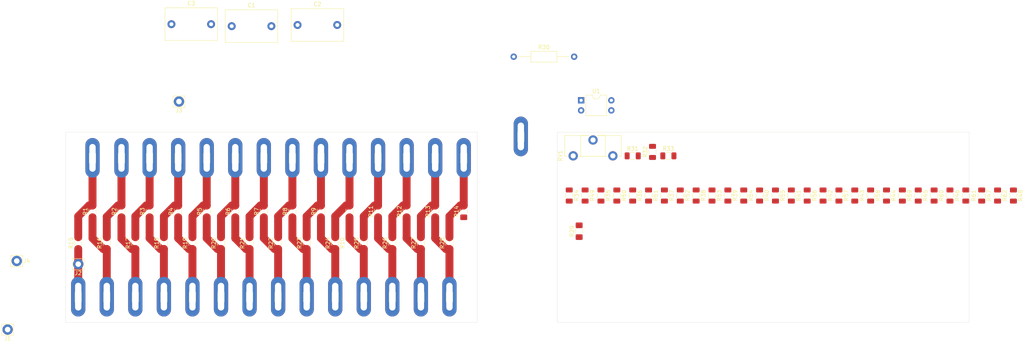
<source format=kicad_pcb>
(kicad_pcb (version 20171130) (host pcbnew "(5.1.5-0)")

  (general
    (thickness 1.6)
    (drawings 18)
    (tracks 110)
    (zones 0)
    (modules 100)
    (nets 69)
  )

  (page A4)
  (layers
    (0 F.Cu signal)
    (31 B.Cu signal)
    (32 B.Adhes user)
    (33 F.Adhes user)
    (34 B.Paste user)
    (35 F.Paste user)
    (36 B.SilkS user)
    (37 F.SilkS user)
    (38 B.Mask user)
    (39 F.Mask user)
    (40 Dwgs.User user)
    (41 Cmts.User user)
    (42 Eco1.User user)
    (43 Eco2.User user)
    (44 Edge.Cuts user)
    (45 Margin user)
    (46 B.CrtYd user)
    (47 F.CrtYd user)
    (48 B.Fab user)
    (49 F.Fab user hide)
  )

  (setup
    (last_trace_width 2)
    (user_trace_width 2)
    (trace_clearance 0.2)
    (zone_clearance 0.508)
    (zone_45_only no)
    (trace_min 0.2)
    (via_size 0.8)
    (via_drill 0.4)
    (via_min_size 0.4)
    (via_min_drill 0.3)
    (uvia_size 0.3)
    (uvia_drill 0.1)
    (uvias_allowed no)
    (uvia_min_size 0.2)
    (uvia_min_drill 0.1)
    (edge_width 0.05)
    (segment_width 0.2)
    (pcb_text_width 0.3)
    (pcb_text_size 1.5 1.5)
    (mod_edge_width 0.12)
    (mod_text_size 1 1)
    (mod_text_width 0.15)
    (pad_size 3 10)
    (pad_drill 1.6)
    (pad_to_mask_clearance 0.051)
    (solder_mask_min_width 0.25)
    (aux_axis_origin 0 0)
    (visible_elements FFFFFF7F)
    (pcbplotparams
      (layerselection 0x010fc_ffffffff)
      (usegerberextensions false)
      (usegerberattributes false)
      (usegerberadvancedattributes false)
      (creategerberjobfile false)
      (excludeedgelayer true)
      (linewidth 0.100000)
      (plotframeref false)
      (viasonmask false)
      (mode 1)
      (useauxorigin false)
      (hpglpennumber 1)
      (hpglpenspeed 20)
      (hpglpendiameter 15.000000)
      (psnegative false)
      (psa4output false)
      (plotreference true)
      (plotvalue true)
      (plotinvisibletext false)
      (padsonsilk false)
      (subtractmaskfromsilk false)
      (outputformat 1)
      (mirror false)
      (drillshape 1)
      (scaleselection 1)
      (outputdirectory ""))
  )

  (net 0 "")
  (net 1 TRI-STATE)
  (net 2 /Grid1)
  (net 3 GND)
  (net 4 /ApertureGrid)
  (net 5 DRIFTTUBE)
  (net 6 /Grid2)
  (net 7 "Net-(RV1-Pad2)")
  (net 8 "Net-(U1-Pad1)")
  (net 9 "Net-(R39-Pad2)")
  (net 10 "Net-(R40-Pad2)")
  (net 11 "Net-(R42-Pad2)")
  (net 12 "Net-(R47-Pad2)")
  (net 13 "Net-(R48-Pad2)")
  (net 14 APGRID)
  (net 15 "Net-(R31-Pad2)")
  (net 16 /Drift_tube)
  (net 17 "Net-(R34-Pad1)")
  (net 18 "Net-(R35-Pad2)")
  (net 19 "Net-(R35-Pad1)")
  (net 20 "Net-(R36-Pad2)")
  (net 21 "Net-(R36-Pad1)")
  (net 22 "Net-(R37-Pad2)")
  (net 23 "Net-(R37-Pad1)")
  (net 24 "Net-(R38-Pad2)")
  (net 25 "Net-(R38-Pad1)")
  (net 26 "Net-(R39-Pad1)")
  (net 27 "Net-(R40-Pad1)")
  (net 28 "Net-(R41-Pad2)")
  (net 29 "Net-(R41-Pad1)")
  (net 30 "Net-(R42-Pad1)")
  (net 31 "Net-(R43-Pad2)")
  (net 32 "Net-(R43-Pad1)")
  (net 33 "Net-(R44-Pad2)")
  (net 34 "Net-(R44-Pad1)")
  (net 35 "Net-(R45-Pad2)")
  (net 36 "Net-(R45-Pad1)")
  (net 37 "Net-(R46-Pad2)")
  (net 38 "Net-(R46-Pad1)")
  (net 39 "Net-(R47-Pad1)")
  (net 40 /ESI)
  (net 41 "Net-(E2-Pad1)")
  (net 42 "Net-(E3-Pad1)")
  (net 43 "Net-(E4-Pad1)")
  (net 44 "Net-(E5-Pad1)")
  (net 45 "Net-(E6-Pad1)")
  (net 46 "Net-(E7-Pad1)")
  (net 47 "Net-(E8-Pad1)")
  (net 48 "Net-(E9-Pad1)")
  (net 49 "Net-(E10-Pad1)")
  (net 50 "Net-(E11-Pad1)")
  (net 51 "Net-(E12-Pad1)")
  (net 52 "Net-(E13-Pad1)")
  (net 53 "Net-(E14-Pad1)")
  (net 54 "Net-(E16-Pad1)")
  (net 55 "Net-(E17-Pad1)")
  (net 56 "Net-(E18-Pad1)")
  (net 57 "Net-(E19-Pad1)")
  (net 58 "Net-(E20-Pad1)")
  (net 59 "Net-(E21-Pad1)")
  (net 60 "Net-(E22-Pad1)")
  (net 61 "Net-(E23-Pad1)")
  (net 62 "Net-(E24-Pad1)")
  (net 63 "Net-(E25-Pad1)")
  (net 64 "Net-(E26-Pad1)")
  (net 65 "Net-(E27-Pad1)")
  (net 66 "Net-(E28-Pad1)")
  (net 67 "Net-(E29-Pad1)")
  (net 68 "Net-(E15-Pad1)")

  (net_class Default "Ceci est la Netclass par défaut."
    (clearance 0.2)
    (trace_width 0.25)
    (via_dia 0.8)
    (via_drill 0.4)
    (uvia_dia 0.3)
    (uvia_drill 0.1)
    (add_net /ApertureGrid)
    (add_net /Drift_tube)
    (add_net /ESI)
    (add_net /Grid1)
    (add_net /Grid2)
    (add_net APGRID)
    (add_net DRIFTTUBE)
    (add_net GND)
    (add_net "Net-(E10-Pad1)")
    (add_net "Net-(E11-Pad1)")
    (add_net "Net-(E12-Pad1)")
    (add_net "Net-(E13-Pad1)")
    (add_net "Net-(E14-Pad1)")
    (add_net "Net-(E15-Pad1)")
    (add_net "Net-(E16-Pad1)")
    (add_net "Net-(E17-Pad1)")
    (add_net "Net-(E18-Pad1)")
    (add_net "Net-(E19-Pad1)")
    (add_net "Net-(E2-Pad1)")
    (add_net "Net-(E20-Pad1)")
    (add_net "Net-(E21-Pad1)")
    (add_net "Net-(E22-Pad1)")
    (add_net "Net-(E23-Pad1)")
    (add_net "Net-(E24-Pad1)")
    (add_net "Net-(E25-Pad1)")
    (add_net "Net-(E26-Pad1)")
    (add_net "Net-(E27-Pad1)")
    (add_net "Net-(E28-Pad1)")
    (add_net "Net-(E29-Pad1)")
    (add_net "Net-(E3-Pad1)")
    (add_net "Net-(E4-Pad1)")
    (add_net "Net-(E5-Pad1)")
    (add_net "Net-(E6-Pad1)")
    (add_net "Net-(E7-Pad1)")
    (add_net "Net-(E8-Pad1)")
    (add_net "Net-(E9-Pad1)")
    (add_net "Net-(R31-Pad2)")
    (add_net "Net-(R34-Pad1)")
    (add_net "Net-(R35-Pad1)")
    (add_net "Net-(R35-Pad2)")
    (add_net "Net-(R36-Pad1)")
    (add_net "Net-(R36-Pad2)")
    (add_net "Net-(R37-Pad1)")
    (add_net "Net-(R37-Pad2)")
    (add_net "Net-(R38-Pad1)")
    (add_net "Net-(R38-Pad2)")
    (add_net "Net-(R39-Pad1)")
    (add_net "Net-(R39-Pad2)")
    (add_net "Net-(R40-Pad1)")
    (add_net "Net-(R40-Pad2)")
    (add_net "Net-(R41-Pad1)")
    (add_net "Net-(R41-Pad2)")
    (add_net "Net-(R42-Pad1)")
    (add_net "Net-(R42-Pad2)")
    (add_net "Net-(R43-Pad1)")
    (add_net "Net-(R43-Pad2)")
    (add_net "Net-(R44-Pad1)")
    (add_net "Net-(R44-Pad2)")
    (add_net "Net-(R45-Pad1)")
    (add_net "Net-(R45-Pad2)")
    (add_net "Net-(R46-Pad1)")
    (add_net "Net-(R46-Pad2)")
    (add_net "Net-(R47-Pad1)")
    (add_net "Net-(R47-Pad2)")
    (add_net "Net-(R48-Pad2)")
    (add_net "Net-(RV1-Pad2)")
    (add_net "Net-(U1-Pad1)")
    (add_net TRI-STATE)
  )

  (module Connector:Pad_for_electrode (layer F.Cu) (tedit 5E63AC58) (tstamp 5E66A40F)
    (at 52.2 93.6)
    (path /5E89808E)
    (fp_text reference E1 (at 0.5 6.9) (layer F.SilkS) hide
      (effects (font (size 1 1) (thickness 0.15)))
    )
    (fp_text value Electr. (at 0.1 8) (layer F.Fab)
      (effects (font (size 1 1) (thickness 0.15)))
    )
    (fp_arc (start 0 1) (end -0.8 1) (angle -180) (layer F.SilkS) (width 0.12))
    (fp_arc (start 0 -1) (end 0.8 -1) (angle -180) (layer F.SilkS) (width 0.12))
    (fp_line (start 0.8 -1) (end 0.8 1) (layer F.SilkS) (width 0.12))
    (fp_line (start -0.8 1) (end -0.8 -1) (layer F.SilkS) (width 0.12))
    (pad 1 thru_hole oval (at 0 -0.1) (size 3.6 10) (drill oval 1.6 7) (layers *.Cu *.Mask)
      (net 16 /Drift_tube))
  )

  (module Resistor_SMD:R_1206_3216Metric_Pad1.42x1.75mm_HandSolder (layer F.Cu) (tedit 5B301BBD) (tstamp 5E637879)
    (at 52.2 80 90)
    (descr "Resistor SMD 1206 (3216 Metric), square (rectangular) end terminal, IPC_7351 nominal with elongated pad for handsoldering. (Body size source: http://www.tortai-tech.com/upload/download/2011102023233369053.pdf), generated with kicad-footprint-generator")
    (tags "resistor handsolder")
    (path /5F217034)
    (attr smd)
    (fp_text reference R15 (at 0 -1.82 90) (layer F.SilkS)
      (effects (font (size 1 1) (thickness 0.15)))
    )
    (fp_text value 10M (at 0 1.82 90) (layer F.Fab)
      (effects (font (size 1 1) (thickness 0.15)))
    )
    (fp_text user %R (at 0 0 90) (layer F.Fab)
      (effects (font (size 0.8 0.8) (thickness 0.12)))
    )
    (fp_line (start 2.45 1.12) (end -2.45 1.12) (layer F.CrtYd) (width 0.05))
    (fp_line (start 2.45 -1.12) (end 2.45 1.12) (layer F.CrtYd) (width 0.05))
    (fp_line (start -2.45 -1.12) (end 2.45 -1.12) (layer F.CrtYd) (width 0.05))
    (fp_line (start -2.45 1.12) (end -2.45 -1.12) (layer F.CrtYd) (width 0.05))
    (fp_line (start -0.602064 0.91) (end 0.602064 0.91) (layer F.SilkS) (width 0.12))
    (fp_line (start -0.602064 -0.91) (end 0.602064 -0.91) (layer F.SilkS) (width 0.12))
    (fp_line (start 1.6 0.8) (end -1.6 0.8) (layer F.Fab) (width 0.1))
    (fp_line (start 1.6 -0.8) (end 1.6 0.8) (layer F.Fab) (width 0.1))
    (fp_line (start -1.6 -0.8) (end 1.6 -0.8) (layer F.Fab) (width 0.1))
    (fp_line (start -1.6 0.8) (end -1.6 -0.8) (layer F.Fab) (width 0.1))
    (pad 2 smd roundrect (at 1.4875 0 90) (size 1.425 1.75) (layers F.Cu F.Paste F.Mask) (roundrect_rratio 0.175439)
      (net 54 "Net-(E16-Pad1)"))
    (pad 1 smd roundrect (at -1.4875 0 90) (size 1.425 1.75) (layers F.Cu F.Paste F.Mask) (roundrect_rratio 0.175439)
      (net 16 /Drift_tube))
    (model ${KISYS3DMOD}/Resistor_SMD.3dshapes/R_1206_3216Metric.wrl
      (at (xyz 0 0 0))
      (scale (xyz 1 1 1))
      (rotate (xyz 0 0 0))
    )
  )

  (module Connector:Pad_for_electrode (layer F.Cu) (tedit 5E63AC58) (tstamp 5E649CF8)
    (at 149.4 58.6)
    (path /5E71E8C9)
    (fp_text reference E29 (at 0.5 6.9) (layer F.SilkS) hide
      (effects (font (size 1 1) (thickness 0.15)))
    )
    (fp_text value Electr. (at 0.1 8) (layer F.Fab)
      (effects (font (size 1 1) (thickness 0.15)))
    )
    (fp_arc (start 0 1) (end -0.8 1) (angle -180) (layer F.SilkS) (width 0.12))
    (fp_arc (start 0 -1) (end 0.8 -1) (angle -180) (layer F.SilkS) (width 0.12))
    (fp_line (start 0.8 -1) (end 0.8 1) (layer F.SilkS) (width 0.12))
    (fp_line (start -0.8 1) (end -0.8 -1) (layer F.SilkS) (width 0.12))
    (pad 1 thru_hole oval (at 0 -0.1) (size 3.6 10) (drill oval 1.6 7) (layers *.Cu *.Mask)
      (net 67 "Net-(E29-Pad1)"))
  )

  (module Connector:Pad_for_electrode (layer F.Cu) (tedit 5E63AC58) (tstamp 5E649CEF)
    (at 142.2 58.6)
    (path /5E71E1B6)
    (fp_text reference E28 (at 0.5 6.9) (layer F.SilkS) hide
      (effects (font (size 1 1) (thickness 0.15)))
    )
    (fp_text value Electr. (at 0.1 8) (layer F.Fab)
      (effects (font (size 1 1) (thickness 0.15)))
    )
    (fp_arc (start 0 1) (end -0.8 1) (angle -180) (layer F.SilkS) (width 0.12))
    (fp_arc (start 0 -1) (end 0.8 -1) (angle -180) (layer F.SilkS) (width 0.12))
    (fp_line (start 0.8 -1) (end 0.8 1) (layer F.SilkS) (width 0.12))
    (fp_line (start -0.8 1) (end -0.8 -1) (layer F.SilkS) (width 0.12))
    (pad 1 thru_hole oval (at 0 -0.1) (size 3.6 10) (drill oval 1.6 7) (layers *.Cu *.Mask)
      (net 66 "Net-(E28-Pad1)"))
  )

  (module Connector:Pad_for_electrode (layer F.Cu) (tedit 5E63AC58) (tstamp 5E649CE6)
    (at 135 58.6)
    (path /5E71DF8E)
    (fp_text reference E27 (at 0.5 6.9) (layer F.SilkS) hide
      (effects (font (size 1 1) (thickness 0.15)))
    )
    (fp_text value Electr. (at 0.1 8) (layer F.Fab)
      (effects (font (size 1 1) (thickness 0.15)))
    )
    (fp_arc (start 0 1) (end -0.8 1) (angle -180) (layer F.SilkS) (width 0.12))
    (fp_arc (start 0 -1) (end 0.8 -1) (angle -180) (layer F.SilkS) (width 0.12))
    (fp_line (start 0.8 -1) (end 0.8 1) (layer F.SilkS) (width 0.12))
    (fp_line (start -0.8 1) (end -0.8 -1) (layer F.SilkS) (width 0.12))
    (pad 1 thru_hole oval (at 0 -0.1) (size 3.6 10) (drill oval 1.6 7) (layers *.Cu *.Mask)
      (net 65 "Net-(E27-Pad1)"))
  )

  (module Connector:Pad_for_electrode (layer F.Cu) (tedit 5E63AC58) (tstamp 5E649CDD)
    (at 127.8 58.6)
    (path /5E71D1F1)
    (fp_text reference E26 (at 0.5 6.9) (layer F.SilkS) hide
      (effects (font (size 1 1) (thickness 0.15)))
    )
    (fp_text value Electr. (at 0.1 8) (layer F.Fab)
      (effects (font (size 1 1) (thickness 0.15)))
    )
    (fp_arc (start 0 1) (end -0.8 1) (angle -180) (layer F.SilkS) (width 0.12))
    (fp_arc (start 0 -1) (end 0.8 -1) (angle -180) (layer F.SilkS) (width 0.12))
    (fp_line (start 0.8 -1) (end 0.8 1) (layer F.SilkS) (width 0.12))
    (fp_line (start -0.8 1) (end -0.8 -1) (layer F.SilkS) (width 0.12))
    (pad 1 thru_hole oval (at 0 -0.1) (size 3.6 10) (drill oval 1.6 7) (layers *.Cu *.Mask)
      (net 64 "Net-(E26-Pad1)"))
  )

  (module Connector:Pad_for_electrode (layer F.Cu) (tedit 5E63AC58) (tstamp 5E649CD4)
    (at 120.6 58.6)
    (path /5E71CF21)
    (fp_text reference E25 (at 0.5 6.9) (layer F.SilkS) hide
      (effects (font (size 1 1) (thickness 0.15)))
    )
    (fp_text value Electr. (at 0.1 8) (layer F.Fab)
      (effects (font (size 1 1) (thickness 0.15)))
    )
    (fp_arc (start 0 1) (end -0.8 1) (angle -180) (layer F.SilkS) (width 0.12))
    (fp_arc (start 0 -1) (end 0.8 -1) (angle -180) (layer F.SilkS) (width 0.12))
    (fp_line (start 0.8 -1) (end 0.8 1) (layer F.SilkS) (width 0.12))
    (fp_line (start -0.8 1) (end -0.8 -1) (layer F.SilkS) (width 0.12))
    (pad 1 thru_hole oval (at 0 -0.1) (size 3.6 10) (drill oval 1.6 7) (layers *.Cu *.Mask)
      (net 63 "Net-(E25-Pad1)"))
  )

  (module Connector:Pad_for_electrode (layer F.Cu) (tedit 5E63AC58) (tstamp 5E649CCB)
    (at 113.4 58.6)
    (path /5E71CB01)
    (fp_text reference E24 (at 0.5 6.9) (layer F.SilkS) hide
      (effects (font (size 1 1) (thickness 0.15)))
    )
    (fp_text value Electr. (at 0.1 8) (layer F.Fab)
      (effects (font (size 1 1) (thickness 0.15)))
    )
    (fp_arc (start 0 1) (end -0.8 1) (angle -180) (layer F.SilkS) (width 0.12))
    (fp_arc (start 0 -1) (end 0.8 -1) (angle -180) (layer F.SilkS) (width 0.12))
    (fp_line (start 0.8 -1) (end 0.8 1) (layer F.SilkS) (width 0.12))
    (fp_line (start -0.8 1) (end -0.8 -1) (layer F.SilkS) (width 0.12))
    (pad 1 thru_hole oval (at 0 -0.1) (size 3.6 10) (drill oval 1.6 7) (layers *.Cu *.Mask)
      (net 62 "Net-(E24-Pad1)"))
  )

  (module Connector:Pad_for_electrode (layer F.Cu) (tedit 5E63AC58) (tstamp 5E649CC2)
    (at 106.2 58.6)
    (path /5E71C870)
    (fp_text reference E23 (at 0.5 6.9) (layer F.SilkS) hide
      (effects (font (size 1 1) (thickness 0.15)))
    )
    (fp_text value Electr. (at 0.1 8) (layer F.Fab)
      (effects (font (size 1 1) (thickness 0.15)))
    )
    (fp_arc (start 0 1) (end -0.8 1) (angle -180) (layer F.SilkS) (width 0.12))
    (fp_arc (start 0 -1) (end 0.8 -1) (angle -180) (layer F.SilkS) (width 0.12))
    (fp_line (start 0.8 -1) (end 0.8 1) (layer F.SilkS) (width 0.12))
    (fp_line (start -0.8 1) (end -0.8 -1) (layer F.SilkS) (width 0.12))
    (pad 1 thru_hole oval (at 0 -0.1) (size 3.6 10) (drill oval 1.6 7) (layers *.Cu *.Mask)
      (net 61 "Net-(E23-Pad1)"))
  )

  (module Connector:Pad_for_electrode (layer F.Cu) (tedit 5E63AC58) (tstamp 5E649CB9)
    (at 99 58.6)
    (path /5E71C50D)
    (fp_text reference E22 (at 0.5 6.9) (layer F.SilkS) hide
      (effects (font (size 1 1) (thickness 0.15)))
    )
    (fp_text value Electr. (at 0.1 8) (layer F.Fab)
      (effects (font (size 1 1) (thickness 0.15)))
    )
    (fp_arc (start 0 1) (end -0.8 1) (angle -180) (layer F.SilkS) (width 0.12))
    (fp_arc (start 0 -1) (end 0.8 -1) (angle -180) (layer F.SilkS) (width 0.12))
    (fp_line (start 0.8 -1) (end 0.8 1) (layer F.SilkS) (width 0.12))
    (fp_line (start -0.8 1) (end -0.8 -1) (layer F.SilkS) (width 0.12))
    (pad 1 thru_hole oval (at 0 -0.1) (size 3.6 10) (drill oval 1.6 7) (layers *.Cu *.Mask)
      (net 60 "Net-(E22-Pad1)"))
  )

  (module Connector:Pad_for_electrode (layer F.Cu) (tedit 5E63AC58) (tstamp 5E649CB0)
    (at 91.8 58.6)
    (path /5E71C267)
    (fp_text reference E21 (at 0.5 6.9) (layer F.SilkS) hide
      (effects (font (size 1 1) (thickness 0.15)))
    )
    (fp_text value Electr. (at 0.1 8) (layer F.Fab)
      (effects (font (size 1 1) (thickness 0.15)))
    )
    (fp_arc (start 0 1) (end -0.8 1) (angle -180) (layer F.SilkS) (width 0.12))
    (fp_arc (start 0 -1) (end 0.8 -1) (angle -180) (layer F.SilkS) (width 0.12))
    (fp_line (start 0.8 -1) (end 0.8 1) (layer F.SilkS) (width 0.12))
    (fp_line (start -0.8 1) (end -0.8 -1) (layer F.SilkS) (width 0.12))
    (pad 1 thru_hole oval (at 0 -0.1) (size 3.6 10) (drill oval 1.6 7) (layers *.Cu *.Mask)
      (net 59 "Net-(E21-Pad1)"))
  )

  (module Connector:Pad_for_electrode (layer F.Cu) (tedit 5E63AC58) (tstamp 5E649CA7)
    (at 84.6 58.6)
    (path /5E71BFC1)
    (fp_text reference E20 (at 0.5 6.9) (layer F.SilkS) hide
      (effects (font (size 1 1) (thickness 0.15)))
    )
    (fp_text value Electr. (at 0.1 8) (layer F.Fab)
      (effects (font (size 1 1) (thickness 0.15)))
    )
    (fp_arc (start 0 1) (end -0.8 1) (angle -180) (layer F.SilkS) (width 0.12))
    (fp_arc (start 0 -1) (end 0.8 -1) (angle -180) (layer F.SilkS) (width 0.12))
    (fp_line (start 0.8 -1) (end 0.8 1) (layer F.SilkS) (width 0.12))
    (fp_line (start -0.8 1) (end -0.8 -1) (layer F.SilkS) (width 0.12))
    (pad 1 thru_hole oval (at 0 -0.1) (size 3.6 10) (drill oval 1.6 7) (layers *.Cu *.Mask)
      (net 58 "Net-(E20-Pad1)"))
  )

  (module Connector:Pad_for_electrode (layer F.Cu) (tedit 5E63AC58) (tstamp 5E649C9E)
    (at 77.4 58.6)
    (path /5E71BC5E)
    (fp_text reference E19 (at 0.5 6.9) (layer F.SilkS) hide
      (effects (font (size 1 1) (thickness 0.15)))
    )
    (fp_text value Electr. (at 0.1 8) (layer F.Fab)
      (effects (font (size 1 1) (thickness 0.15)))
    )
    (fp_arc (start 0 1) (end -0.8 1) (angle -180) (layer F.SilkS) (width 0.12))
    (fp_arc (start 0 -1) (end 0.8 -1) (angle -180) (layer F.SilkS) (width 0.12))
    (fp_line (start 0.8 -1) (end 0.8 1) (layer F.SilkS) (width 0.12))
    (fp_line (start -0.8 1) (end -0.8 -1) (layer F.SilkS) (width 0.12))
    (pad 1 thru_hole oval (at 0 -0.1) (size 3.6 10) (drill oval 1.6 7) (layers *.Cu *.Mask)
      (net 57 "Net-(E19-Pad1)"))
  )

  (module Connector:Pad_for_electrode (layer F.Cu) (tedit 5E63AC58) (tstamp 5E649C95)
    (at 70.2 58.6)
    (path /5E71B94F)
    (fp_text reference E18 (at 0.5 6.9) (layer F.SilkS) hide
      (effects (font (size 1 1) (thickness 0.15)))
    )
    (fp_text value Electr. (at 0.1 8) (layer F.Fab)
      (effects (font (size 1 1) (thickness 0.15)))
    )
    (fp_arc (start 0 1) (end -0.8 1) (angle -180) (layer F.SilkS) (width 0.12))
    (fp_arc (start 0 -1) (end 0.8 -1) (angle -180) (layer F.SilkS) (width 0.12))
    (fp_line (start 0.8 -1) (end 0.8 1) (layer F.SilkS) (width 0.12))
    (fp_line (start -0.8 1) (end -0.8 -1) (layer F.SilkS) (width 0.12))
    (pad 1 thru_hole oval (at 0 -0.1) (size 3.6 10) (drill oval 1.6 7) (layers *.Cu *.Mask)
      (net 56 "Net-(E18-Pad1)"))
  )

  (module Connector:Pad_for_electrode (layer F.Cu) (tedit 5E63AC58) (tstamp 5E649C8C)
    (at 63.1 58.6)
    (path /5E71AB9C)
    (fp_text reference E17 (at 0.5 6.9) (layer F.SilkS) hide
      (effects (font (size 1 1) (thickness 0.15)))
    )
    (fp_text value Electr. (at 0.1 8) (layer F.Fab)
      (effects (font (size 1 1) (thickness 0.15)))
    )
    (fp_arc (start 0 1) (end -0.8 1) (angle -180) (layer F.SilkS) (width 0.12))
    (fp_arc (start 0 -1) (end 0.8 -1) (angle -180) (layer F.SilkS) (width 0.12))
    (fp_line (start 0.8 -1) (end 0.8 1) (layer F.SilkS) (width 0.12))
    (fp_line (start -0.8 1) (end -0.8 -1) (layer F.SilkS) (width 0.12))
    (pad 1 thru_hole oval (at 0 -0.1) (size 3.6 10) (drill oval 1.6 7) (layers *.Cu *.Mask)
      (net 55 "Net-(E17-Pad1)"))
  )

  (module Connector:Pad_for_electrode (layer F.Cu) (tedit 5E63AC58) (tstamp 5E649C83)
    (at 55.8 58.6)
    (path /5E719ED6)
    (fp_text reference E16 (at 0.5 6.9) (layer F.SilkS) hide
      (effects (font (size 1 1) (thickness 0.15)))
    )
    (fp_text value Electr. (at 0.1 8) (layer F.Fab)
      (effects (font (size 1 1) (thickness 0.15)))
    )
    (fp_arc (start 0 1) (end -0.8 1) (angle -180) (layer F.SilkS) (width 0.12))
    (fp_arc (start 0 -1) (end 0.8 -1) (angle -180) (layer F.SilkS) (width 0.12))
    (fp_line (start 0.8 -1) (end 0.8 1) (layer F.SilkS) (width 0.12))
    (fp_line (start -0.8 1) (end -0.8 -1) (layer F.SilkS) (width 0.12))
    (pad 1 thru_hole oval (at 0 -0.1) (size 3.6 10) (drill oval 1.6 7) (layers *.Cu *.Mask)
      (net 54 "Net-(E16-Pad1)"))
  )

  (module Connector:Pad_for_electrode (layer F.Cu) (tedit 5E63AC58) (tstamp 5E649C7A)
    (at 163.8 53.2)
    (path /5E719AF5)
    (fp_text reference E15 (at 0.5 6.9) (layer F.SilkS) hide
      (effects (font (size 1 1) (thickness 0.15)))
    )
    (fp_text value Electr. (at 0.1 8) (layer F.Fab)
      (effects (font (size 1 1) (thickness 0.15)))
    )
    (fp_arc (start 0 1) (end -0.8 1) (angle -180) (layer F.SilkS) (width 0.12))
    (fp_arc (start 0 -1) (end 0.8 -1) (angle -180) (layer F.SilkS) (width 0.12))
    (fp_line (start 0.8 -1) (end 0.8 1) (layer F.SilkS) (width 0.12))
    (fp_line (start -0.8 1) (end -0.8 -1) (layer F.SilkS) (width 0.12))
    (pad 1 thru_hole oval (at 0 -0.1) (size 3.6 10) (drill oval 1.6 7) (layers *.Cu *.Mask)
      (net 68 "Net-(E15-Pad1)"))
  )

  (module Connector:Pad_for_electrode (layer F.Cu) (tedit 5E63AC58) (tstamp 5E649C71)
    (at 145.8 93.6)
    (path /5E71955B)
    (fp_text reference E14 (at 0.5 6.9) (layer F.SilkS) hide
      (effects (font (size 1 1) (thickness 0.15)))
    )
    (fp_text value Electr. (at 0.1 8) (layer F.Fab)
      (effects (font (size 1 1) (thickness 0.15)))
    )
    (fp_line (start -0.8 1) (end -0.8 -1) (layer F.SilkS) (width 0.12))
    (fp_line (start 0.8 -1) (end 0.8 1) (layer F.SilkS) (width 0.12))
    (fp_arc (start 0 -1) (end 0.8 -1) (angle -180) (layer F.SilkS) (width 0.12))
    (fp_arc (start 0 1) (end -0.8 1) (angle -180) (layer F.SilkS) (width 0.12))
    (pad 1 thru_hole oval (at 0 -0.1) (size 3.6 10) (drill oval 1.6 7) (layers *.Cu *.Mask)
      (net 53 "Net-(E14-Pad1)"))
  )

  (module Connector:Pad_for_electrode (layer F.Cu) (tedit 5E63AC58) (tstamp 5E649C68)
    (at 138.6 93.6)
    (path /5E71918F)
    (fp_text reference E13 (at 0.5 6.9) (layer F.SilkS) hide
      (effects (font (size 1 1) (thickness 0.15)))
    )
    (fp_text value Electr. (at 0.1 8) (layer F.Fab)
      (effects (font (size 1 1) (thickness 0.15)))
    )
    (fp_line (start -0.8 1) (end -0.8 -1) (layer F.SilkS) (width 0.12))
    (fp_line (start 0.8 -1) (end 0.8 1) (layer F.SilkS) (width 0.12))
    (fp_arc (start 0 -1) (end 0.8 -1) (angle -180) (layer F.SilkS) (width 0.12))
    (fp_arc (start 0 1) (end -0.8 1) (angle -180) (layer F.SilkS) (width 0.12))
    (pad 1 thru_hole oval (at 0 -0.1) (size 3.6 10) (drill oval 1.6 7) (layers *.Cu *.Mask)
      (net 52 "Net-(E13-Pad1)"))
  )

  (module Connector:Pad_for_electrode (layer F.Cu) (tedit 5E63AC58) (tstamp 5E649C5F)
    (at 131.4 93.6)
    (path /5E718EFE)
    (fp_text reference E12 (at 0.5 6.9) (layer F.SilkS) hide
      (effects (font (size 1 1) (thickness 0.15)))
    )
    (fp_text value Electr. (at 0.1 8) (layer F.Fab)
      (effects (font (size 1 1) (thickness 0.15)))
    )
    (fp_line (start -0.8 1) (end -0.8 -1) (layer F.SilkS) (width 0.12))
    (fp_line (start 0.8 -1) (end 0.8 1) (layer F.SilkS) (width 0.12))
    (fp_arc (start 0 -1) (end 0.8 -1) (angle -180) (layer F.SilkS) (width 0.12))
    (fp_arc (start 0 1) (end -0.8 1) (angle -180) (layer F.SilkS) (width 0.12))
    (pad 1 thru_hole oval (at 0 -0.1) (size 3.6 10) (drill oval 1.6 7) (layers *.Cu *.Mask)
      (net 51 "Net-(E12-Pad1)"))
  )

  (module Connector:Pad_for_electrode (layer F.Cu) (tedit 5E63AC58) (tstamp 5E649C56)
    (at 124.2 93.6)
    (path /5E718B5C)
    (fp_text reference E11 (at 0.5 6.9) (layer F.SilkS) hide
      (effects (font (size 1 1) (thickness 0.15)))
    )
    (fp_text value Electr. (at 0.1 8) (layer F.Fab)
      (effects (font (size 1 1) (thickness 0.15)))
    )
    (fp_line (start -0.8 1) (end -0.8 -1) (layer F.SilkS) (width 0.12))
    (fp_line (start 0.8 -1) (end 0.8 1) (layer F.SilkS) (width 0.12))
    (fp_arc (start 0 -1) (end 0.8 -1) (angle -180) (layer F.SilkS) (width 0.12))
    (fp_arc (start 0 1) (end -0.8 1) (angle -180) (layer F.SilkS) (width 0.12))
    (pad 1 thru_hole oval (at 0 -0.1) (size 3.6 10) (drill oval 1.6 7) (layers *.Cu *.Mask)
      (net 50 "Net-(E11-Pad1)"))
  )

  (module Connector:Pad_for_electrode (layer F.Cu) (tedit 5E63AC58) (tstamp 5E649C4D)
    (at 117 93.6)
    (path /5E718766)
    (fp_text reference E10 (at 0.5 6.9) (layer F.SilkS) hide
      (effects (font (size 1 1) (thickness 0.15)))
    )
    (fp_text value Electr. (at 0.1 8) (layer F.Fab)
      (effects (font (size 1 1) (thickness 0.15)))
    )
    (fp_line (start -0.8 1) (end -0.8 -1) (layer F.SilkS) (width 0.12))
    (fp_line (start 0.8 -1) (end 0.8 1) (layer F.SilkS) (width 0.12))
    (fp_arc (start 0 -1) (end 0.8 -1) (angle -180) (layer F.SilkS) (width 0.12))
    (fp_arc (start 0 1) (end -0.8 1) (angle -180) (layer F.SilkS) (width 0.12))
    (pad 1 thru_hole oval (at 0 -0.1) (size 3.6 10) (drill oval 1.6 7) (layers *.Cu *.Mask)
      (net 49 "Net-(E10-Pad1)"))
  )

  (module Connector:Pad_for_electrode (layer F.Cu) (tedit 5E63AC58) (tstamp 5E649C44)
    (at 109.8 93.6)
    (path /5E71835B)
    (fp_text reference E9 (at 0.5 6.9) (layer F.SilkS) hide
      (effects (font (size 1 1) (thickness 0.15)))
    )
    (fp_text value Electr. (at 0.1 8) (layer F.Fab)
      (effects (font (size 1 1) (thickness 0.15)))
    )
    (fp_line (start -0.8 1) (end -0.8 -1) (layer F.SilkS) (width 0.12))
    (fp_line (start 0.8 -1) (end 0.8 1) (layer F.SilkS) (width 0.12))
    (fp_arc (start 0 -1) (end 0.8 -1) (angle -180) (layer F.SilkS) (width 0.12))
    (fp_arc (start 0 1) (end -0.8 1) (angle -180) (layer F.SilkS) (width 0.12))
    (pad 1 thru_hole oval (at 0 -0.1) (size 3.6 10) (drill oval 1.6 7) (layers *.Cu *.Mask)
      (net 48 "Net-(E9-Pad1)"))
  )

  (module Connector:Pad_for_electrode (layer F.Cu) (tedit 5E63AC58) (tstamp 5E649C3B)
    (at 102.6 93.6)
    (path /5E717F26)
    (fp_text reference E8 (at 0.5 6.9) (layer F.SilkS) hide
      (effects (font (size 1 1) (thickness 0.15)))
    )
    (fp_text value Electr. (at 0.1 8) (layer F.Fab)
      (effects (font (size 1 1) (thickness 0.15)))
    )
    (fp_line (start -0.8 1) (end -0.8 -1) (layer F.SilkS) (width 0.12))
    (fp_line (start 0.8 -1) (end 0.8 1) (layer F.SilkS) (width 0.12))
    (fp_arc (start 0 -1) (end 0.8 -1) (angle -180) (layer F.SilkS) (width 0.12))
    (fp_arc (start 0 1) (end -0.8 1) (angle -180) (layer F.SilkS) (width 0.12))
    (pad 1 thru_hole oval (at 0 -0.1) (size 3.6 10) (drill oval 1.6 7) (layers *.Cu *.Mask)
      (net 47 "Net-(E8-Pad1)"))
  )

  (module Connector:Pad_for_electrode (layer F.Cu) (tedit 5E63AC58) (tstamp 5E649C32)
    (at 95.4 93.6)
    (path /5E717A5E)
    (fp_text reference E7 (at 0.5 6.9) (layer F.SilkS) hide
      (effects (font (size 1 1) (thickness 0.15)))
    )
    (fp_text value Electr. (at 0.1 8) (layer F.Fab)
      (effects (font (size 1 1) (thickness 0.15)))
    )
    (fp_line (start -0.8 1) (end -0.8 -1) (layer F.SilkS) (width 0.12))
    (fp_line (start 0.8 -1) (end 0.8 1) (layer F.SilkS) (width 0.12))
    (fp_arc (start 0 -1) (end 0.8 -1) (angle -180) (layer F.SilkS) (width 0.12))
    (fp_arc (start 0 1) (end -0.8 1) (angle -180) (layer F.SilkS) (width 0.12))
    (pad 1 thru_hole oval (at 0 -0.1) (size 3.6 10) (drill oval 1.6 7) (layers *.Cu *.Mask)
      (net 46 "Net-(E7-Pad1)"))
  )

  (module Connector:Pad_for_electrode (layer F.Cu) (tedit 5E63AC58) (tstamp 5E649C29)
    (at 88.2 93.6)
    (path /5E7177F7)
    (fp_text reference E6 (at 0.5 6.9) (layer F.SilkS) hide
      (effects (font (size 1 1) (thickness 0.15)))
    )
    (fp_text value Electr. (at 0.1 8) (layer F.Fab)
      (effects (font (size 1 1) (thickness 0.15)))
    )
    (fp_line (start -0.8 1) (end -0.8 -1) (layer F.SilkS) (width 0.12))
    (fp_line (start 0.8 -1) (end 0.8 1) (layer F.SilkS) (width 0.12))
    (fp_arc (start 0 -1) (end 0.8 -1) (angle -180) (layer F.SilkS) (width 0.12))
    (fp_arc (start 0 1) (end -0.8 1) (angle -180) (layer F.SilkS) (width 0.12))
    (pad 1 thru_hole oval (at 0 -0.1) (size 3.6 10) (drill oval 1.6 7) (layers *.Cu *.Mask)
      (net 45 "Net-(E6-Pad1)"))
  )

  (module Connector:Pad_for_electrode (layer F.Cu) (tedit 5E63AC58) (tstamp 5E649C20)
    (at 81 93.6)
    (path /5E7174BE)
    (fp_text reference E5 (at 0.5 6.9) (layer F.SilkS) hide
      (effects (font (size 1 1) (thickness 0.15)))
    )
    (fp_text value Electr. (at 0.1 8) (layer F.Fab)
      (effects (font (size 1 1) (thickness 0.15)))
    )
    (fp_line (start -0.8 1) (end -0.8 -1) (layer F.SilkS) (width 0.12))
    (fp_line (start 0.8 -1) (end 0.8 1) (layer F.SilkS) (width 0.12))
    (fp_arc (start 0 -1) (end 0.8 -1) (angle -180) (layer F.SilkS) (width 0.12))
    (fp_arc (start 0 1) (end -0.8 1) (angle -180) (layer F.SilkS) (width 0.12))
    (pad 1 thru_hole oval (at 0 -0.1) (size 3.6 10) (drill oval 1.6 7) (layers *.Cu *.Mask)
      (net 44 "Net-(E5-Pad1)"))
  )

  (module Connector:Pad_for_electrode (layer F.Cu) (tedit 5E63AC58) (tstamp 5E649C17)
    (at 73.8 93.6)
    (path /5E716F24)
    (fp_text reference E4 (at 0.5 6.9) (layer F.SilkS) hide
      (effects (font (size 1 1) (thickness 0.15)))
    )
    (fp_text value Electr. (at 0.1 8) (layer F.Fab)
      (effects (font (size 1 1) (thickness 0.15)))
    )
    (fp_line (start -0.8 1) (end -0.8 -1) (layer F.SilkS) (width 0.12))
    (fp_line (start 0.8 -1) (end 0.8 1) (layer F.SilkS) (width 0.12))
    (fp_arc (start 0 -1) (end 0.8 -1) (angle -180) (layer F.SilkS) (width 0.12))
    (fp_arc (start 0 1) (end -0.8 1) (angle -180) (layer F.SilkS) (width 0.12))
    (pad 1 thru_hole oval (at 0 -0.1) (size 3.6 10) (drill oval 1.6 7) (layers *.Cu *.Mask)
      (net 43 "Net-(E4-Pad1)"))
  )

  (module Connector:Pad_for_electrode (layer F.Cu) (tedit 5E63AC58) (tstamp 5E649C0E)
    (at 66.6 93.6)
    (path /5E716CE7)
    (fp_text reference E3 (at 0.5 6.9) (layer F.SilkS) hide
      (effects (font (size 1 1) (thickness 0.15)))
    )
    (fp_text value Electr. (at 0.1 8) (layer F.Fab)
      (effects (font (size 1 1) (thickness 0.15)))
    )
    (fp_line (start -0.8 1) (end -0.8 -1) (layer F.SilkS) (width 0.12))
    (fp_line (start 0.8 -1) (end 0.8 1) (layer F.SilkS) (width 0.12))
    (fp_arc (start 0 -1) (end 0.8 -1) (angle -180) (layer F.SilkS) (width 0.12))
    (fp_arc (start 0 1) (end -0.8 1) (angle -180) (layer F.SilkS) (width 0.12))
    (pad 1 thru_hole oval (at 0 -0.1) (size 3.6 10) (drill oval 1.6 7) (layers *.Cu *.Mask)
      (net 42 "Net-(E3-Pad1)"))
  )

  (module Connector:Pad_for_electrode (layer F.Cu) (tedit 5E63AC58) (tstamp 5E649C05)
    (at 59.4 93.6)
    (path /5E716308)
    (fp_text reference E2 (at 0.5 6.9) (layer F.SilkS) hide
      (effects (font (size 1 1) (thickness 0.15)))
    )
    (fp_text value Electr. (at 0.1 8) (layer F.Fab)
      (effects (font (size 1 1) (thickness 0.15)))
    )
    (fp_line (start -0.8 1) (end -0.8 -1) (layer F.SilkS) (width 0.12))
    (fp_line (start 0.8 -1) (end 0.8 1) (layer F.SilkS) (width 0.12))
    (fp_arc (start 0 -1) (end 0.8 -1) (angle -180) (layer F.SilkS) (width 0.12))
    (fp_arc (start 0 1) (end -0.8 1) (angle -180) (layer F.SilkS) (width 0.12))
    (pad 1 thru_hole oval (at 0 -0.1) (size 3.6 10) (drill oval 1.6 7) (layers *.Cu *.Mask)
      (net 41 "Net-(E2-Pad1)"))
  )

  (module Resistor_SMD:R_1206_3216Metric_Pad1.42x1.75mm_HandSolder (layer F.Cu) (tedit 5B301BBD) (tstamp 5E637970)
    (at 145.8 80 90)
    (descr "Resistor SMD 1206 (3216 Metric), square (rectangular) end terminal, IPC_7351 nominal with elongated pad for handsoldering. (Body size source: http://www.tortai-tech.com/upload/download/2011102023233369053.pdf), generated with kicad-footprint-generator")
    (tags "resistor handsolder")
    (path /5F6B8B05)
    (attr smd)
    (fp_text reference R28 (at 0 -1.82 90) (layer F.SilkS)
      (effects (font (size 1 1) (thickness 0.15)))
    )
    (fp_text value 10M (at 0 1.82 90) (layer F.Fab)
      (effects (font (size 1 1) (thickness 0.15)))
    )
    (fp_text user %R (at 0 0 90) (layer F.Fab)
      (effects (font (size 0.8 0.8) (thickness 0.12)))
    )
    (fp_line (start 2.45 1.12) (end -2.45 1.12) (layer F.CrtYd) (width 0.05))
    (fp_line (start 2.45 -1.12) (end 2.45 1.12) (layer F.CrtYd) (width 0.05))
    (fp_line (start -2.45 -1.12) (end 2.45 -1.12) (layer F.CrtYd) (width 0.05))
    (fp_line (start -2.45 1.12) (end -2.45 -1.12) (layer F.CrtYd) (width 0.05))
    (fp_line (start -0.602064 0.91) (end 0.602064 0.91) (layer F.SilkS) (width 0.12))
    (fp_line (start -0.602064 -0.91) (end 0.602064 -0.91) (layer F.SilkS) (width 0.12))
    (fp_line (start 1.6 0.8) (end -1.6 0.8) (layer F.Fab) (width 0.1))
    (fp_line (start 1.6 -0.8) (end 1.6 0.8) (layer F.Fab) (width 0.1))
    (fp_line (start -1.6 -0.8) (end 1.6 -0.8) (layer F.Fab) (width 0.1))
    (fp_line (start -1.6 0.8) (end -1.6 -0.8) (layer F.Fab) (width 0.1))
    (pad 2 smd roundrect (at 1.4875 0 90) (size 1.425 1.75) (layers F.Cu F.Paste F.Mask) (roundrect_rratio 0.175439)
      (net 67 "Net-(E29-Pad1)"))
    (pad 1 smd roundrect (at -1.4875 0 90) (size 1.425 1.75) (layers F.Cu F.Paste F.Mask) (roundrect_rratio 0.175439)
      (net 53 "Net-(E14-Pad1)"))
    (model ${KISYS3DMOD}/Resistor_SMD.3dshapes/R_1206_3216Metric.wrl
      (at (xyz 0 0 0))
      (scale (xyz 1 1 1))
      (rotate (xyz 0 0 0))
    )
  )

  (module Resistor_SMD:R_1206_3216Metric_Pad1.42x1.75mm_HandSolder (layer F.Cu) (tedit 5B301BBD) (tstamp 5E63795D)
    (at 138.6 80 90)
    (descr "Resistor SMD 1206 (3216 Metric), square (rectangular) end terminal, IPC_7351 nominal with elongated pad for handsoldering. (Body size source: http://www.tortai-tech.com/upload/download/2011102023233369053.pdf), generated with kicad-footprint-generator")
    (tags "resistor handsolder")
    (path /5F6B8AFF)
    (attr smd)
    (fp_text reference R27 (at 0 -1.82 90) (layer F.SilkS)
      (effects (font (size 1 1) (thickness 0.15)))
    )
    (fp_text value 10M (at 0 1.82 90) (layer F.Fab)
      (effects (font (size 1 1) (thickness 0.15)))
    )
    (fp_text user %R (at 0 0 90) (layer F.Fab)
      (effects (font (size 0.8 0.8) (thickness 0.12)))
    )
    (fp_line (start 2.45 1.12) (end -2.45 1.12) (layer F.CrtYd) (width 0.05))
    (fp_line (start 2.45 -1.12) (end 2.45 1.12) (layer F.CrtYd) (width 0.05))
    (fp_line (start -2.45 -1.12) (end 2.45 -1.12) (layer F.CrtYd) (width 0.05))
    (fp_line (start -2.45 1.12) (end -2.45 -1.12) (layer F.CrtYd) (width 0.05))
    (fp_line (start -0.602064 0.91) (end 0.602064 0.91) (layer F.SilkS) (width 0.12))
    (fp_line (start -0.602064 -0.91) (end 0.602064 -0.91) (layer F.SilkS) (width 0.12))
    (fp_line (start 1.6 0.8) (end -1.6 0.8) (layer F.Fab) (width 0.1))
    (fp_line (start 1.6 -0.8) (end 1.6 0.8) (layer F.Fab) (width 0.1))
    (fp_line (start -1.6 -0.8) (end 1.6 -0.8) (layer F.Fab) (width 0.1))
    (fp_line (start -1.6 0.8) (end -1.6 -0.8) (layer F.Fab) (width 0.1))
    (pad 2 smd roundrect (at 1.4875 0 90) (size 1.425 1.75) (layers F.Cu F.Paste F.Mask) (roundrect_rratio 0.175439)
      (net 66 "Net-(E28-Pad1)"))
    (pad 1 smd roundrect (at -1.4875 0 90) (size 1.425 1.75) (layers F.Cu F.Paste F.Mask) (roundrect_rratio 0.175439)
      (net 52 "Net-(E13-Pad1)"))
    (model ${KISYS3DMOD}/Resistor_SMD.3dshapes/R_1206_3216Metric.wrl
      (at (xyz 0 0 0))
      (scale (xyz 1 1 1))
      (rotate (xyz 0 0 0))
    )
  )

  (module Resistor_SMD:R_1206_3216Metric_Pad1.42x1.75mm_HandSolder (layer F.Cu) (tedit 5B301BBD) (tstamp 5E63794A)
    (at 131.4 80 90)
    (descr "Resistor SMD 1206 (3216 Metric), square (rectangular) end terminal, IPC_7351 nominal with elongated pad for handsoldering. (Body size source: http://www.tortai-tech.com/upload/download/2011102023233369053.pdf), generated with kicad-footprint-generator")
    (tags "resistor handsolder")
    (path /5F68721F)
    (attr smd)
    (fp_text reference R26 (at 0 -1.82 90) (layer F.SilkS)
      (effects (font (size 1 1) (thickness 0.15)))
    )
    (fp_text value 10M (at 0 1.82 90) (layer F.Fab)
      (effects (font (size 1 1) (thickness 0.15)))
    )
    (fp_text user %R (at 0 0 90) (layer F.Fab)
      (effects (font (size 0.8 0.8) (thickness 0.12)))
    )
    (fp_line (start 2.45 1.12) (end -2.45 1.12) (layer F.CrtYd) (width 0.05))
    (fp_line (start 2.45 -1.12) (end 2.45 1.12) (layer F.CrtYd) (width 0.05))
    (fp_line (start -2.45 -1.12) (end 2.45 -1.12) (layer F.CrtYd) (width 0.05))
    (fp_line (start -2.45 1.12) (end -2.45 -1.12) (layer F.CrtYd) (width 0.05))
    (fp_line (start -0.602064 0.91) (end 0.602064 0.91) (layer F.SilkS) (width 0.12))
    (fp_line (start -0.602064 -0.91) (end 0.602064 -0.91) (layer F.SilkS) (width 0.12))
    (fp_line (start 1.6 0.8) (end -1.6 0.8) (layer F.Fab) (width 0.1))
    (fp_line (start 1.6 -0.8) (end 1.6 0.8) (layer F.Fab) (width 0.1))
    (fp_line (start -1.6 -0.8) (end 1.6 -0.8) (layer F.Fab) (width 0.1))
    (fp_line (start -1.6 0.8) (end -1.6 -0.8) (layer F.Fab) (width 0.1))
    (pad 2 smd roundrect (at 1.4875 0 90) (size 1.425 1.75) (layers F.Cu F.Paste F.Mask) (roundrect_rratio 0.175439)
      (net 65 "Net-(E27-Pad1)"))
    (pad 1 smd roundrect (at -1.4875 0 90) (size 1.425 1.75) (layers F.Cu F.Paste F.Mask) (roundrect_rratio 0.175439)
      (net 51 "Net-(E12-Pad1)"))
    (model ${KISYS3DMOD}/Resistor_SMD.3dshapes/R_1206_3216Metric.wrl
      (at (xyz 0 0 0))
      (scale (xyz 1 1 1))
      (rotate (xyz 0 0 0))
    )
  )

  (module Resistor_SMD:R_1206_3216Metric_Pad1.42x1.75mm_HandSolder (layer F.Cu) (tedit 5B301BBD) (tstamp 5E637937)
    (at 124.2 80 90)
    (descr "Resistor SMD 1206 (3216 Metric), square (rectangular) end terminal, IPC_7351 nominal with elongated pad for handsoldering. (Body size source: http://www.tortai-tech.com/upload/download/2011102023233369053.pdf), generated with kicad-footprint-generator")
    (tags "resistor handsolder")
    (path /5F68720C)
    (attr smd)
    (fp_text reference R25 (at 0 -1.82 90) (layer F.SilkS)
      (effects (font (size 1 1) (thickness 0.15)))
    )
    (fp_text value 10M (at 0 1.82 90) (layer F.Fab)
      (effects (font (size 1 1) (thickness 0.15)))
    )
    (fp_text user %R (at 0 0 90) (layer F.Fab)
      (effects (font (size 0.8 0.8) (thickness 0.12)))
    )
    (fp_line (start 2.45 1.12) (end -2.45 1.12) (layer F.CrtYd) (width 0.05))
    (fp_line (start 2.45 -1.12) (end 2.45 1.12) (layer F.CrtYd) (width 0.05))
    (fp_line (start -2.45 -1.12) (end 2.45 -1.12) (layer F.CrtYd) (width 0.05))
    (fp_line (start -2.45 1.12) (end -2.45 -1.12) (layer F.CrtYd) (width 0.05))
    (fp_line (start -0.602064 0.91) (end 0.602064 0.91) (layer F.SilkS) (width 0.12))
    (fp_line (start -0.602064 -0.91) (end 0.602064 -0.91) (layer F.SilkS) (width 0.12))
    (fp_line (start 1.6 0.8) (end -1.6 0.8) (layer F.Fab) (width 0.1))
    (fp_line (start 1.6 -0.8) (end 1.6 0.8) (layer F.Fab) (width 0.1))
    (fp_line (start -1.6 -0.8) (end 1.6 -0.8) (layer F.Fab) (width 0.1))
    (fp_line (start -1.6 0.8) (end -1.6 -0.8) (layer F.Fab) (width 0.1))
    (pad 2 smd roundrect (at 1.4875 0 90) (size 1.425 1.75) (layers F.Cu F.Paste F.Mask) (roundrect_rratio 0.175439)
      (net 64 "Net-(E26-Pad1)"))
    (pad 1 smd roundrect (at -1.4875 0 90) (size 1.425 1.75) (layers F.Cu F.Paste F.Mask) (roundrect_rratio 0.175439)
      (net 50 "Net-(E11-Pad1)"))
    (model ${KISYS3DMOD}/Resistor_SMD.3dshapes/R_1206_3216Metric.wrl
      (at (xyz 0 0 0))
      (scale (xyz 1 1 1))
      (rotate (xyz 0 0 0))
    )
  )

  (module Resistor_SMD:R_1206_3216Metric_Pad1.42x1.75mm_HandSolder (layer F.Cu) (tedit 5B301BBD) (tstamp 5E637924)
    (at 117 80 90)
    (descr "Resistor SMD 1206 (3216 Metric), square (rectangular) end terminal, IPC_7351 nominal with elongated pad for handsoldering. (Body size source: http://www.tortai-tech.com/upload/download/2011102023233369053.pdf), generated with kicad-footprint-generator")
    (tags "resistor handsolder")
    (path /5F687206)
    (attr smd)
    (fp_text reference R24 (at 0 -1.82 90) (layer F.SilkS)
      (effects (font (size 1 1) (thickness 0.15)))
    )
    (fp_text value 10M (at 0 1.82 90) (layer F.Fab)
      (effects (font (size 1 1) (thickness 0.15)))
    )
    (fp_text user %R (at 0 0 90) (layer F.Fab)
      (effects (font (size 0.8 0.8) (thickness 0.12)))
    )
    (fp_line (start 2.45 1.12) (end -2.45 1.12) (layer F.CrtYd) (width 0.05))
    (fp_line (start 2.45 -1.12) (end 2.45 1.12) (layer F.CrtYd) (width 0.05))
    (fp_line (start -2.45 -1.12) (end 2.45 -1.12) (layer F.CrtYd) (width 0.05))
    (fp_line (start -2.45 1.12) (end -2.45 -1.12) (layer F.CrtYd) (width 0.05))
    (fp_line (start -0.602064 0.91) (end 0.602064 0.91) (layer F.SilkS) (width 0.12))
    (fp_line (start -0.602064 -0.91) (end 0.602064 -0.91) (layer F.SilkS) (width 0.12))
    (fp_line (start 1.6 0.8) (end -1.6 0.8) (layer F.Fab) (width 0.1))
    (fp_line (start 1.6 -0.8) (end 1.6 0.8) (layer F.Fab) (width 0.1))
    (fp_line (start -1.6 -0.8) (end 1.6 -0.8) (layer F.Fab) (width 0.1))
    (fp_line (start -1.6 0.8) (end -1.6 -0.8) (layer F.Fab) (width 0.1))
    (pad 2 smd roundrect (at 1.4875 0 90) (size 1.425 1.75) (layers F.Cu F.Paste F.Mask) (roundrect_rratio 0.175439)
      (net 63 "Net-(E25-Pad1)"))
    (pad 1 smd roundrect (at -1.4875 0 90) (size 1.425 1.75) (layers F.Cu F.Paste F.Mask) (roundrect_rratio 0.175439)
      (net 49 "Net-(E10-Pad1)"))
    (model ${KISYS3DMOD}/Resistor_SMD.3dshapes/R_1206_3216Metric.wrl
      (at (xyz 0 0 0))
      (scale (xyz 1 1 1))
      (rotate (xyz 0 0 0))
    )
  )

  (module Resistor_SMD:R_1206_3216Metric_Pad1.42x1.75mm_HandSolder (layer F.Cu) (tedit 5B301BBD) (tstamp 5E637911)
    (at 109.8 80 90)
    (descr "Resistor SMD 1206 (3216 Metric), square (rectangular) end terminal, IPC_7351 nominal with elongated pad for handsoldering. (Body size source: http://www.tortai-tech.com/upload/download/2011102023233369053.pdf), generated with kicad-footprint-generator")
    (tags "resistor handsolder")
    (path /5F658BE0)
    (attr smd)
    (fp_text reference R23 (at 0 -1.82 90) (layer F.SilkS)
      (effects (font (size 1 1) (thickness 0.15)))
    )
    (fp_text value 10M (at 0 1.82 90) (layer F.Fab)
      (effects (font (size 1 1) (thickness 0.15)))
    )
    (fp_text user %R (at 0 0 90) (layer F.Fab)
      (effects (font (size 0.8 0.8) (thickness 0.12)))
    )
    (fp_line (start 2.45 1.12) (end -2.45 1.12) (layer F.CrtYd) (width 0.05))
    (fp_line (start 2.45 -1.12) (end 2.45 1.12) (layer F.CrtYd) (width 0.05))
    (fp_line (start -2.45 -1.12) (end 2.45 -1.12) (layer F.CrtYd) (width 0.05))
    (fp_line (start -2.45 1.12) (end -2.45 -1.12) (layer F.CrtYd) (width 0.05))
    (fp_line (start -0.602064 0.91) (end 0.602064 0.91) (layer F.SilkS) (width 0.12))
    (fp_line (start -0.602064 -0.91) (end 0.602064 -0.91) (layer F.SilkS) (width 0.12))
    (fp_line (start 1.6 0.8) (end -1.6 0.8) (layer F.Fab) (width 0.1))
    (fp_line (start 1.6 -0.8) (end 1.6 0.8) (layer F.Fab) (width 0.1))
    (fp_line (start -1.6 -0.8) (end 1.6 -0.8) (layer F.Fab) (width 0.1))
    (fp_line (start -1.6 0.8) (end -1.6 -0.8) (layer F.Fab) (width 0.1))
    (pad 2 smd roundrect (at 1.4875 0 90) (size 1.425 1.75) (layers F.Cu F.Paste F.Mask) (roundrect_rratio 0.175439)
      (net 62 "Net-(E24-Pad1)"))
    (pad 1 smd roundrect (at -1.4875 0 90) (size 1.425 1.75) (layers F.Cu F.Paste F.Mask) (roundrect_rratio 0.175439)
      (net 48 "Net-(E9-Pad1)"))
    (model ${KISYS3DMOD}/Resistor_SMD.3dshapes/R_1206_3216Metric.wrl
      (at (xyz 0 0 0))
      (scale (xyz 1 1 1))
      (rotate (xyz 0 0 0))
    )
  )

  (module Resistor_SMD:R_1206_3216Metric_Pad1.42x1.75mm_HandSolder (layer F.Cu) (tedit 5B301BBD) (tstamp 5E6378FE)
    (at 102.6 80 90)
    (descr "Resistor SMD 1206 (3216 Metric), square (rectangular) end terminal, IPC_7351 nominal with elongated pad for handsoldering. (Body size source: http://www.tortai-tech.com/upload/download/2011102023233369053.pdf), generated with kicad-footprint-generator")
    (tags "resistor handsolder")
    (path /5F658BCD)
    (attr smd)
    (fp_text reference R22 (at 0 -1.82 270) (layer F.SilkS)
      (effects (font (size 1 1) (thickness 0.15)))
    )
    (fp_text value 10M (at 0 1.82 90) (layer F.Fab)
      (effects (font (size 1 1) (thickness 0.15)))
    )
    (fp_text user %R (at 0 0 90) (layer F.Fab)
      (effects (font (size 0.8 0.8) (thickness 0.12)))
    )
    (fp_line (start 2.45 1.12) (end -2.45 1.12) (layer F.CrtYd) (width 0.05))
    (fp_line (start 2.45 -1.12) (end 2.45 1.12) (layer F.CrtYd) (width 0.05))
    (fp_line (start -2.45 -1.12) (end 2.45 -1.12) (layer F.CrtYd) (width 0.05))
    (fp_line (start -2.45 1.12) (end -2.45 -1.12) (layer F.CrtYd) (width 0.05))
    (fp_line (start -0.602064 0.91) (end 0.602064 0.91) (layer F.SilkS) (width 0.12))
    (fp_line (start -0.602064 -0.91) (end 0.602064 -0.91) (layer F.SilkS) (width 0.12))
    (fp_line (start 1.6 0.8) (end -1.6 0.8) (layer F.Fab) (width 0.1))
    (fp_line (start 1.6 -0.8) (end 1.6 0.8) (layer F.Fab) (width 0.1))
    (fp_line (start -1.6 -0.8) (end 1.6 -0.8) (layer F.Fab) (width 0.1))
    (fp_line (start -1.6 0.8) (end -1.6 -0.8) (layer F.Fab) (width 0.1))
    (pad 2 smd roundrect (at 1.4875 0 90) (size 1.425 1.75) (layers F.Cu F.Paste F.Mask) (roundrect_rratio 0.175439)
      (net 61 "Net-(E23-Pad1)"))
    (pad 1 smd roundrect (at -1.4875 0 90) (size 1.425 1.75) (layers F.Cu F.Paste F.Mask) (roundrect_rratio 0.175439)
      (net 47 "Net-(E8-Pad1)"))
    (model ${KISYS3DMOD}/Resistor_SMD.3dshapes/R_1206_3216Metric.wrl
      (at (xyz 0 0 0))
      (scale (xyz 1 1 1))
      (rotate (xyz 0 0 0))
    )
  )

  (module Resistor_SMD:R_1206_3216Metric_Pad1.42x1.75mm_HandSolder (layer F.Cu) (tedit 5B301BBD) (tstamp 5E6378EB)
    (at 95.4 80 90)
    (descr "Resistor SMD 1206 (3216 Metric), square (rectangular) end terminal, IPC_7351 nominal with elongated pad for handsoldering. (Body size source: http://www.tortai-tech.com/upload/download/2011102023233369053.pdf), generated with kicad-footprint-generator")
    (tags "resistor handsolder")
    (path /5F658BC7)
    (attr smd)
    (fp_text reference R21 (at 0 -1.82 90) (layer F.SilkS)
      (effects (font (size 1 1) (thickness 0.15)))
    )
    (fp_text value 10M (at 0 1.82 90) (layer F.Fab)
      (effects (font (size 1 1) (thickness 0.15)))
    )
    (fp_text user %R (at 0 0 90) (layer F.Fab)
      (effects (font (size 0.8 0.8) (thickness 0.12)))
    )
    (fp_line (start 2.45 1.12) (end -2.45 1.12) (layer F.CrtYd) (width 0.05))
    (fp_line (start 2.45 -1.12) (end 2.45 1.12) (layer F.CrtYd) (width 0.05))
    (fp_line (start -2.45 -1.12) (end 2.45 -1.12) (layer F.CrtYd) (width 0.05))
    (fp_line (start -2.45 1.12) (end -2.45 -1.12) (layer F.CrtYd) (width 0.05))
    (fp_line (start -0.602064 0.91) (end 0.602064 0.91) (layer F.SilkS) (width 0.12))
    (fp_line (start -0.602064 -0.91) (end 0.602064 -0.91) (layer F.SilkS) (width 0.12))
    (fp_line (start 1.6 0.8) (end -1.6 0.8) (layer F.Fab) (width 0.1))
    (fp_line (start 1.6 -0.8) (end 1.6 0.8) (layer F.Fab) (width 0.1))
    (fp_line (start -1.6 -0.8) (end 1.6 -0.8) (layer F.Fab) (width 0.1))
    (fp_line (start -1.6 0.8) (end -1.6 -0.8) (layer F.Fab) (width 0.1))
    (pad 2 smd roundrect (at 1.4875 0 90) (size 1.425 1.75) (layers F.Cu F.Paste F.Mask) (roundrect_rratio 0.175439)
      (net 60 "Net-(E22-Pad1)"))
    (pad 1 smd roundrect (at -1.4875 0 90) (size 1.425 1.75) (layers F.Cu F.Paste F.Mask) (roundrect_rratio 0.175439)
      (net 46 "Net-(E7-Pad1)"))
    (model ${KISYS3DMOD}/Resistor_SMD.3dshapes/R_1206_3216Metric.wrl
      (at (xyz 0 0 0))
      (scale (xyz 1 1 1))
      (rotate (xyz 0 0 0))
    )
  )

  (module Resistor_SMD:R_1206_3216Metric_Pad1.42x1.75mm_HandSolder (layer F.Cu) (tedit 5B301BBD) (tstamp 5E6378D8)
    (at 88.2 80 90)
    (descr "Resistor SMD 1206 (3216 Metric), square (rectangular) end terminal, IPC_7351 nominal with elongated pad for handsoldering. (Body size source: http://www.tortai-tech.com/upload/download/2011102023233369053.pdf), generated with kicad-footprint-generator")
    (tags "resistor handsolder")
    (path /5F62D5A8)
    (attr smd)
    (fp_text reference R20 (at 0 -1.82 90) (layer F.SilkS)
      (effects (font (size 1 1) (thickness 0.15)))
    )
    (fp_text value 10M (at 0 1.82 90) (layer F.Fab)
      (effects (font (size 1 1) (thickness 0.15)))
    )
    (fp_text user %R (at 0 0 90) (layer F.Fab)
      (effects (font (size 0.8 0.8) (thickness 0.12)))
    )
    (fp_line (start 2.45 1.12) (end -2.45 1.12) (layer F.CrtYd) (width 0.05))
    (fp_line (start 2.45 -1.12) (end 2.45 1.12) (layer F.CrtYd) (width 0.05))
    (fp_line (start -2.45 -1.12) (end 2.45 -1.12) (layer F.CrtYd) (width 0.05))
    (fp_line (start -2.45 1.12) (end -2.45 -1.12) (layer F.CrtYd) (width 0.05))
    (fp_line (start -0.602064 0.91) (end 0.602064 0.91) (layer F.SilkS) (width 0.12))
    (fp_line (start -0.602064 -0.91) (end 0.602064 -0.91) (layer F.SilkS) (width 0.12))
    (fp_line (start 1.6 0.8) (end -1.6 0.8) (layer F.Fab) (width 0.1))
    (fp_line (start 1.6 -0.8) (end 1.6 0.8) (layer F.Fab) (width 0.1))
    (fp_line (start -1.6 -0.8) (end 1.6 -0.8) (layer F.Fab) (width 0.1))
    (fp_line (start -1.6 0.8) (end -1.6 -0.8) (layer F.Fab) (width 0.1))
    (pad 2 smd roundrect (at 1.4875 0 90) (size 1.425 1.75) (layers F.Cu F.Paste F.Mask) (roundrect_rratio 0.175439)
      (net 59 "Net-(E21-Pad1)"))
    (pad 1 smd roundrect (at -1.4875 0 90) (size 1.425 1.75) (layers F.Cu F.Paste F.Mask) (roundrect_rratio 0.175439)
      (net 45 "Net-(E6-Pad1)"))
    (model ${KISYS3DMOD}/Resistor_SMD.3dshapes/R_1206_3216Metric.wrl
      (at (xyz 0 0 0))
      (scale (xyz 1 1 1))
      (rotate (xyz 0 0 0))
    )
  )

  (module Resistor_SMD:R_1206_3216Metric_Pad1.42x1.75mm_HandSolder (layer F.Cu) (tedit 5B301BBD) (tstamp 5E6378C5)
    (at 81 80 90)
    (descr "Resistor SMD 1206 (3216 Metric), square (rectangular) end terminal, IPC_7351 nominal with elongated pad for handsoldering. (Body size source: http://www.tortai-tech.com/upload/download/2011102023233369053.pdf), generated with kicad-footprint-generator")
    (tags "resistor handsolder")
    (path /5F62D595)
    (attr smd)
    (fp_text reference R19 (at 0 -1.82 90) (layer F.SilkS)
      (effects (font (size 1 1) (thickness 0.15)))
    )
    (fp_text value 10M (at 0 1.82 90) (layer F.Fab)
      (effects (font (size 1 1) (thickness 0.15)))
    )
    (fp_text user %R (at 0 0 90) (layer F.Fab)
      (effects (font (size 0.8 0.8) (thickness 0.12)))
    )
    (fp_line (start 2.45 1.12) (end -2.45 1.12) (layer F.CrtYd) (width 0.05))
    (fp_line (start 2.45 -1.12) (end 2.45 1.12) (layer F.CrtYd) (width 0.05))
    (fp_line (start -2.45 -1.12) (end 2.45 -1.12) (layer F.CrtYd) (width 0.05))
    (fp_line (start -2.45 1.12) (end -2.45 -1.12) (layer F.CrtYd) (width 0.05))
    (fp_line (start -0.602064 0.91) (end 0.602064 0.91) (layer F.SilkS) (width 0.12))
    (fp_line (start -0.602064 -0.91) (end 0.602064 -0.91) (layer F.SilkS) (width 0.12))
    (fp_line (start 1.6 0.8) (end -1.6 0.8) (layer F.Fab) (width 0.1))
    (fp_line (start 1.6 -0.8) (end 1.6 0.8) (layer F.Fab) (width 0.1))
    (fp_line (start -1.6 -0.8) (end 1.6 -0.8) (layer F.Fab) (width 0.1))
    (fp_line (start -1.6 0.8) (end -1.6 -0.8) (layer F.Fab) (width 0.1))
    (pad 2 smd roundrect (at 1.4875 0 90) (size 1.425 1.75) (layers F.Cu F.Paste F.Mask) (roundrect_rratio 0.175439)
      (net 58 "Net-(E20-Pad1)"))
    (pad 1 smd roundrect (at -1.4875 0 90) (size 1.425 1.75) (layers F.Cu F.Paste F.Mask) (roundrect_rratio 0.175439)
      (net 44 "Net-(E5-Pad1)"))
    (model ${KISYS3DMOD}/Resistor_SMD.3dshapes/R_1206_3216Metric.wrl
      (at (xyz 0 0 0))
      (scale (xyz 1 1 1))
      (rotate (xyz 0 0 0))
    )
  )

  (module Resistor_SMD:R_1206_3216Metric_Pad1.42x1.75mm_HandSolder (layer F.Cu) (tedit 5B301BBD) (tstamp 5E6378B2)
    (at 73.8 80 90)
    (descr "Resistor SMD 1206 (3216 Metric), square (rectangular) end terminal, IPC_7351 nominal with elongated pad for handsoldering. (Body size source: http://www.tortai-tech.com/upload/download/2011102023233369053.pdf), generated with kicad-footprint-generator")
    (tags "resistor handsolder")
    (path /5F62D58F)
    (attr smd)
    (fp_text reference R18 (at 0 -1.82 90) (layer F.SilkS)
      (effects (font (size 1 1) (thickness 0.15)))
    )
    (fp_text value 10M (at 0 1.82 90) (layer F.Fab)
      (effects (font (size 1 1) (thickness 0.15)))
    )
    (fp_text user %R (at 0 0 90) (layer F.Fab)
      (effects (font (size 0.8 0.8) (thickness 0.12)))
    )
    (fp_line (start 2.45 1.12) (end -2.45 1.12) (layer F.CrtYd) (width 0.05))
    (fp_line (start 2.45 -1.12) (end 2.45 1.12) (layer F.CrtYd) (width 0.05))
    (fp_line (start -2.45 -1.12) (end 2.45 -1.12) (layer F.CrtYd) (width 0.05))
    (fp_line (start -2.45 1.12) (end -2.45 -1.12) (layer F.CrtYd) (width 0.05))
    (fp_line (start -0.602064 0.91) (end 0.602064 0.91) (layer F.SilkS) (width 0.12))
    (fp_line (start -0.602064 -0.91) (end 0.602064 -0.91) (layer F.SilkS) (width 0.12))
    (fp_line (start 1.6 0.8) (end -1.6 0.8) (layer F.Fab) (width 0.1))
    (fp_line (start 1.6 -0.8) (end 1.6 0.8) (layer F.Fab) (width 0.1))
    (fp_line (start -1.6 -0.8) (end 1.6 -0.8) (layer F.Fab) (width 0.1))
    (fp_line (start -1.6 0.8) (end -1.6 -0.8) (layer F.Fab) (width 0.1))
    (pad 2 smd roundrect (at 1.4875 0 90) (size 1.425 1.75) (layers F.Cu F.Paste F.Mask) (roundrect_rratio 0.175439)
      (net 57 "Net-(E19-Pad1)"))
    (pad 1 smd roundrect (at -1.4875 0 90) (size 1.425 1.75) (layers F.Cu F.Paste F.Mask) (roundrect_rratio 0.175439)
      (net 43 "Net-(E4-Pad1)"))
    (model ${KISYS3DMOD}/Resistor_SMD.3dshapes/R_1206_3216Metric.wrl
      (at (xyz 0 0 0))
      (scale (xyz 1 1 1))
      (rotate (xyz 0 0 0))
    )
  )

  (module Resistor_SMD:R_1206_3216Metric_Pad1.42x1.75mm_HandSolder (layer F.Cu) (tedit 5B301BBD) (tstamp 5E63789F)
    (at 66.6 80 90)
    (descr "Resistor SMD 1206 (3216 Metric), square (rectangular) end terminal, IPC_7351 nominal with elongated pad for handsoldering. (Body size source: http://www.tortai-tech.com/upload/download/2011102023233369053.pdf), generated with kicad-footprint-generator")
    (tags "resistor handsolder")
    (path /5F590C03)
    (attr smd)
    (fp_text reference R17 (at 0 -1.82 90) (layer F.SilkS)
      (effects (font (size 1 1) (thickness 0.15)))
    )
    (fp_text value 10M (at 0 1.82 90) (layer F.Fab)
      (effects (font (size 1 1) (thickness 0.15)))
    )
    (fp_text user %R (at 0 0 90) (layer F.Fab)
      (effects (font (size 0.8 0.8) (thickness 0.12)))
    )
    (fp_line (start 2.45 1.12) (end -2.45 1.12) (layer F.CrtYd) (width 0.05))
    (fp_line (start 2.45 -1.12) (end 2.45 1.12) (layer F.CrtYd) (width 0.05))
    (fp_line (start -2.45 -1.12) (end 2.45 -1.12) (layer F.CrtYd) (width 0.05))
    (fp_line (start -2.45 1.12) (end -2.45 -1.12) (layer F.CrtYd) (width 0.05))
    (fp_line (start -0.602064 0.91) (end 0.602064 0.91) (layer F.SilkS) (width 0.12))
    (fp_line (start -0.602064 -0.91) (end 0.602064 -0.91) (layer F.SilkS) (width 0.12))
    (fp_line (start 1.6 0.8) (end -1.6 0.8) (layer F.Fab) (width 0.1))
    (fp_line (start 1.6 -0.8) (end 1.6 0.8) (layer F.Fab) (width 0.1))
    (fp_line (start -1.6 -0.8) (end 1.6 -0.8) (layer F.Fab) (width 0.1))
    (fp_line (start -1.6 0.8) (end -1.6 -0.8) (layer F.Fab) (width 0.1))
    (pad 2 smd roundrect (at 1.4875 0 90) (size 1.425 1.75) (layers F.Cu F.Paste F.Mask) (roundrect_rratio 0.175439)
      (net 56 "Net-(E18-Pad1)"))
    (pad 1 smd roundrect (at -1.4875 0 90) (size 1.425 1.75) (layers F.Cu F.Paste F.Mask) (roundrect_rratio 0.175439)
      (net 42 "Net-(E3-Pad1)"))
    (model ${KISYS3DMOD}/Resistor_SMD.3dshapes/R_1206_3216Metric.wrl
      (at (xyz 0 0 0))
      (scale (xyz 1 1 1))
      (rotate (xyz 0 0 0))
    )
  )

  (module Resistor_SMD:R_1206_3216Metric_Pad1.42x1.75mm_HandSolder (layer F.Cu) (tedit 5B301BBD) (tstamp 5E63788C)
    (at 59.4 80 90)
    (descr "Resistor SMD 1206 (3216 Metric), square (rectangular) end terminal, IPC_7351 nominal with elongated pad for handsoldering. (Body size source: http://www.tortai-tech.com/upload/download/2011102023233369053.pdf), generated with kicad-footprint-generator")
    (tags "resistor handsolder")
    (path /5F215A80)
    (attr smd)
    (fp_text reference R16 (at 0 -1.82 90) (layer F.SilkS)
      (effects (font (size 1 1) (thickness 0.15)))
    )
    (fp_text value 10M (at 0 1.82 90) (layer F.Fab)
      (effects (font (size 1 1) (thickness 0.15)))
    )
    (fp_text user %R (at 0 0 90) (layer F.Fab)
      (effects (font (size 0.8 0.8) (thickness 0.12)))
    )
    (fp_line (start 2.45 1.12) (end -2.45 1.12) (layer F.CrtYd) (width 0.05))
    (fp_line (start 2.45 -1.12) (end 2.45 1.12) (layer F.CrtYd) (width 0.05))
    (fp_line (start -2.45 -1.12) (end 2.45 -1.12) (layer F.CrtYd) (width 0.05))
    (fp_line (start -2.45 1.12) (end -2.45 -1.12) (layer F.CrtYd) (width 0.05))
    (fp_line (start -0.602064 0.91) (end 0.602064 0.91) (layer F.SilkS) (width 0.12))
    (fp_line (start -0.602064 -0.91) (end 0.602064 -0.91) (layer F.SilkS) (width 0.12))
    (fp_line (start 1.6 0.8) (end -1.6 0.8) (layer F.Fab) (width 0.1))
    (fp_line (start 1.6 -0.8) (end 1.6 0.8) (layer F.Fab) (width 0.1))
    (fp_line (start -1.6 -0.8) (end 1.6 -0.8) (layer F.Fab) (width 0.1))
    (fp_line (start -1.6 0.8) (end -1.6 -0.8) (layer F.Fab) (width 0.1))
    (pad 2 smd roundrect (at 1.4875 0 90) (size 1.425 1.75) (layers F.Cu F.Paste F.Mask) (roundrect_rratio 0.175439)
      (net 55 "Net-(E17-Pad1)"))
    (pad 1 smd roundrect (at -1.4875 0 90) (size 1.425 1.75) (layers F.Cu F.Paste F.Mask) (roundrect_rratio 0.175439)
      (net 41 "Net-(E2-Pad1)"))
    (model ${KISYS3DMOD}/Resistor_SMD.3dshapes/R_1206_3216Metric.wrl
      (at (xyz 0 0 0))
      (scale (xyz 1 1 1))
      (rotate (xyz 0 0 0))
    )
  )

  (module Resistor_SMD:R_1206_3216Metric_Pad1.42x1.75mm_HandSolder (layer F.Cu) (tedit 5B301BBD) (tstamp 5E637866)
    (at 149.4 72 90)
    (descr "Resistor SMD 1206 (3216 Metric), square (rectangular) end terminal, IPC_7351 nominal with elongated pad for handsoldering. (Body size source: http://www.tortai-tech.com/upload/download/2011102023233369053.pdf), generated with kicad-footprint-generator")
    (tags "resistor handsolder")
    (path /5F6B8B10)
    (attr smd)
    (fp_text reference R14 (at 0 -1.82 90) (layer F.SilkS)
      (effects (font (size 1 1) (thickness 0.15)))
    )
    (fp_text value 10M (at 0 1.82 90) (layer F.Fab)
      (effects (font (size 1 1) (thickness 0.15)))
    )
    (fp_text user %R (at 0 0 90) (layer F.Fab)
      (effects (font (size 0.8 0.8) (thickness 0.12)))
    )
    (fp_line (start 2.45 1.12) (end -2.45 1.12) (layer F.CrtYd) (width 0.05))
    (fp_line (start 2.45 -1.12) (end 2.45 1.12) (layer F.CrtYd) (width 0.05))
    (fp_line (start -2.45 -1.12) (end 2.45 -1.12) (layer F.CrtYd) (width 0.05))
    (fp_line (start -2.45 1.12) (end -2.45 -1.12) (layer F.CrtYd) (width 0.05))
    (fp_line (start -0.602064 0.91) (end 0.602064 0.91) (layer F.SilkS) (width 0.12))
    (fp_line (start -0.602064 -0.91) (end 0.602064 -0.91) (layer F.SilkS) (width 0.12))
    (fp_line (start 1.6 0.8) (end -1.6 0.8) (layer F.Fab) (width 0.1))
    (fp_line (start 1.6 -0.8) (end 1.6 0.8) (layer F.Fab) (width 0.1))
    (fp_line (start -1.6 -0.8) (end 1.6 -0.8) (layer F.Fab) (width 0.1))
    (fp_line (start -1.6 0.8) (end -1.6 -0.8) (layer F.Fab) (width 0.1))
    (pad 2 smd roundrect (at 1.4875 0 90) (size 1.425 1.75) (layers F.Cu F.Paste F.Mask) (roundrect_rratio 0.175439)
      (net 67 "Net-(E29-Pad1)"))
    (pad 1 smd roundrect (at -1.4875 0 90) (size 1.425 1.75) (layers F.Cu F.Paste F.Mask) (roundrect_rratio 0.175439)
      (net 68 "Net-(E15-Pad1)"))
    (model ${KISYS3DMOD}/Resistor_SMD.3dshapes/R_1206_3216Metric.wrl
      (at (xyz 0 0 0))
      (scale (xyz 1 1 1))
      (rotate (xyz 0 0 0))
    )
  )

  (module Resistor_SMD:R_1206_3216Metric_Pad1.42x1.75mm_HandSolder (layer F.Cu) (tedit 5B301BBD) (tstamp 5E637853)
    (at 142.2 72 90)
    (descr "Resistor SMD 1206 (3216 Metric), square (rectangular) end terminal, IPC_7351 nominal with elongated pad for handsoldering. (Body size source: http://www.tortai-tech.com/upload/download/2011102023233369053.pdf), generated with kicad-footprint-generator")
    (tags "resistor handsolder")
    (path /5F6B8AF9)
    (attr smd)
    (fp_text reference R13 (at 0 -1.82 90) (layer F.SilkS)
      (effects (font (size 1 1) (thickness 0.15)))
    )
    (fp_text value 10M (at 0 1.82 90) (layer F.Fab)
      (effects (font (size 1 1) (thickness 0.15)))
    )
    (fp_text user %R (at 0 0 90) (layer F.Fab)
      (effects (font (size 0.8 0.8) (thickness 0.12)))
    )
    (fp_line (start 2.45 1.12) (end -2.45 1.12) (layer F.CrtYd) (width 0.05))
    (fp_line (start 2.45 -1.12) (end 2.45 1.12) (layer F.CrtYd) (width 0.05))
    (fp_line (start -2.45 -1.12) (end 2.45 -1.12) (layer F.CrtYd) (width 0.05))
    (fp_line (start -2.45 1.12) (end -2.45 -1.12) (layer F.CrtYd) (width 0.05))
    (fp_line (start -0.602064 0.91) (end 0.602064 0.91) (layer F.SilkS) (width 0.12))
    (fp_line (start -0.602064 -0.91) (end 0.602064 -0.91) (layer F.SilkS) (width 0.12))
    (fp_line (start 1.6 0.8) (end -1.6 0.8) (layer F.Fab) (width 0.1))
    (fp_line (start 1.6 -0.8) (end 1.6 0.8) (layer F.Fab) (width 0.1))
    (fp_line (start -1.6 -0.8) (end 1.6 -0.8) (layer F.Fab) (width 0.1))
    (fp_line (start -1.6 0.8) (end -1.6 -0.8) (layer F.Fab) (width 0.1))
    (pad 2 smd roundrect (at 1.4875 0 90) (size 1.425 1.75) (layers F.Cu F.Paste F.Mask) (roundrect_rratio 0.175439)
      (net 66 "Net-(E28-Pad1)"))
    (pad 1 smd roundrect (at -1.4875 0 90) (size 1.425 1.75) (layers F.Cu F.Paste F.Mask) (roundrect_rratio 0.175439)
      (net 53 "Net-(E14-Pad1)"))
    (model ${KISYS3DMOD}/Resistor_SMD.3dshapes/R_1206_3216Metric.wrl
      (at (xyz 0 0 0))
      (scale (xyz 1 1 1))
      (rotate (xyz 0 0 0))
    )
  )

  (module Resistor_SMD:R_1206_3216Metric_Pad1.42x1.75mm_HandSolder (layer F.Cu) (tedit 5B301BBD) (tstamp 5E637840)
    (at 135 72 90)
    (descr "Resistor SMD 1206 (3216 Metric), square (rectangular) end terminal, IPC_7351 nominal with elongated pad for handsoldering. (Body size source: http://www.tortai-tech.com/upload/download/2011102023233369053.pdf), generated with kicad-footprint-generator")
    (tags "resistor handsolder")
    (path /5F6B8AF3)
    (attr smd)
    (fp_text reference R12 (at 0 -1.82 90) (layer F.SilkS)
      (effects (font (size 1 1) (thickness 0.15)))
    )
    (fp_text value 10M (at 0 1.82 90) (layer F.Fab)
      (effects (font (size 1 1) (thickness 0.15)))
    )
    (fp_text user %R (at 0 0 90) (layer F.Fab)
      (effects (font (size 0.8 0.8) (thickness 0.12)))
    )
    (fp_line (start 2.45 1.12) (end -2.45 1.12) (layer F.CrtYd) (width 0.05))
    (fp_line (start 2.45 -1.12) (end 2.45 1.12) (layer F.CrtYd) (width 0.05))
    (fp_line (start -2.45 -1.12) (end 2.45 -1.12) (layer F.CrtYd) (width 0.05))
    (fp_line (start -2.45 1.12) (end -2.45 -1.12) (layer F.CrtYd) (width 0.05))
    (fp_line (start -0.602064 0.91) (end 0.602064 0.91) (layer F.SilkS) (width 0.12))
    (fp_line (start -0.602064 -0.91) (end 0.602064 -0.91) (layer F.SilkS) (width 0.12))
    (fp_line (start 1.6 0.8) (end -1.6 0.8) (layer F.Fab) (width 0.1))
    (fp_line (start 1.6 -0.8) (end 1.6 0.8) (layer F.Fab) (width 0.1))
    (fp_line (start -1.6 -0.8) (end 1.6 -0.8) (layer F.Fab) (width 0.1))
    (fp_line (start -1.6 0.8) (end -1.6 -0.8) (layer F.Fab) (width 0.1))
    (pad 2 smd roundrect (at 1.4875 0 90) (size 1.425 1.75) (layers F.Cu F.Paste F.Mask) (roundrect_rratio 0.175439)
      (net 65 "Net-(E27-Pad1)"))
    (pad 1 smd roundrect (at -1.4875 0 90) (size 1.425 1.75) (layers F.Cu F.Paste F.Mask) (roundrect_rratio 0.175439)
      (net 52 "Net-(E13-Pad1)"))
    (model ${KISYS3DMOD}/Resistor_SMD.3dshapes/R_1206_3216Metric.wrl
      (at (xyz 0 0 0))
      (scale (xyz 1 1 1))
      (rotate (xyz 0 0 0))
    )
  )

  (module Resistor_SMD:R_1206_3216Metric_Pad1.42x1.75mm_HandSolder (layer F.Cu) (tedit 5B301BBD) (tstamp 5E63782D)
    (at 127.8 72 90)
    (descr "Resistor SMD 1206 (3216 Metric), square (rectangular) end terminal, IPC_7351 nominal with elongated pad for handsoldering. (Body size source: http://www.tortai-tech.com/upload/download/2011102023233369053.pdf), generated with kicad-footprint-generator")
    (tags "resistor handsolder")
    (path /5F687217)
    (attr smd)
    (fp_text reference R11 (at 0 -1.82 90) (layer F.SilkS)
      (effects (font (size 1 1) (thickness 0.15)))
    )
    (fp_text value 10M (at 0 1.82 90) (layer F.Fab)
      (effects (font (size 1 1) (thickness 0.15)))
    )
    (fp_text user %R (at 0 0 90) (layer F.Fab)
      (effects (font (size 0.8 0.8) (thickness 0.12)))
    )
    (fp_line (start 2.45 1.12) (end -2.45 1.12) (layer F.CrtYd) (width 0.05))
    (fp_line (start 2.45 -1.12) (end 2.45 1.12) (layer F.CrtYd) (width 0.05))
    (fp_line (start -2.45 -1.12) (end 2.45 -1.12) (layer F.CrtYd) (width 0.05))
    (fp_line (start -2.45 1.12) (end -2.45 -1.12) (layer F.CrtYd) (width 0.05))
    (fp_line (start -0.602064 0.91) (end 0.602064 0.91) (layer F.SilkS) (width 0.12))
    (fp_line (start -0.602064 -0.91) (end 0.602064 -0.91) (layer F.SilkS) (width 0.12))
    (fp_line (start 1.6 0.8) (end -1.6 0.8) (layer F.Fab) (width 0.1))
    (fp_line (start 1.6 -0.8) (end 1.6 0.8) (layer F.Fab) (width 0.1))
    (fp_line (start -1.6 -0.8) (end 1.6 -0.8) (layer F.Fab) (width 0.1))
    (fp_line (start -1.6 0.8) (end -1.6 -0.8) (layer F.Fab) (width 0.1))
    (pad 2 smd roundrect (at 1.4875 0 90) (size 1.425 1.75) (layers F.Cu F.Paste F.Mask) (roundrect_rratio 0.175439)
      (net 64 "Net-(E26-Pad1)"))
    (pad 1 smd roundrect (at -1.4875 0 90) (size 1.425 1.75) (layers F.Cu F.Paste F.Mask) (roundrect_rratio 0.175439)
      (net 51 "Net-(E12-Pad1)"))
    (model ${KISYS3DMOD}/Resistor_SMD.3dshapes/R_1206_3216Metric.wrl
      (at (xyz 0 0 0))
      (scale (xyz 1 1 1))
      (rotate (xyz 0 0 0))
    )
  )

  (module Resistor_SMD:R_1206_3216Metric_Pad1.42x1.75mm_HandSolder (layer F.Cu) (tedit 5B301BBD) (tstamp 5E63781A)
    (at 120.6 72 90)
    (descr "Resistor SMD 1206 (3216 Metric), square (rectangular) end terminal, IPC_7351 nominal with elongated pad for handsoldering. (Body size source: http://www.tortai-tech.com/upload/download/2011102023233369053.pdf), generated with kicad-footprint-generator")
    (tags "resistor handsolder")
    (path /5F687200)
    (attr smd)
    (fp_text reference R10 (at -8 -1.82 90) (layer F.SilkS)
      (effects (font (size 1 1) (thickness 0.15)))
    )
    (fp_text value 10M (at 0 1.82 90) (layer F.Fab)
      (effects (font (size 1 1) (thickness 0.15)))
    )
    (fp_text user %R (at 0 0 90) (layer F.Fab)
      (effects (font (size 0.8 0.8) (thickness 0.12)))
    )
    (fp_line (start 2.45 1.12) (end -2.45 1.12) (layer F.CrtYd) (width 0.05))
    (fp_line (start 2.45 -1.12) (end 2.45 1.12) (layer F.CrtYd) (width 0.05))
    (fp_line (start -2.45 -1.12) (end 2.45 -1.12) (layer F.CrtYd) (width 0.05))
    (fp_line (start -2.45 1.12) (end -2.45 -1.12) (layer F.CrtYd) (width 0.05))
    (fp_line (start -0.602064 0.91) (end 0.602064 0.91) (layer F.SilkS) (width 0.12))
    (fp_line (start -0.602064 -0.91) (end 0.602064 -0.91) (layer F.SilkS) (width 0.12))
    (fp_line (start 1.6 0.8) (end -1.6 0.8) (layer F.Fab) (width 0.1))
    (fp_line (start 1.6 -0.8) (end 1.6 0.8) (layer F.Fab) (width 0.1))
    (fp_line (start -1.6 -0.8) (end 1.6 -0.8) (layer F.Fab) (width 0.1))
    (fp_line (start -1.6 0.8) (end -1.6 -0.8) (layer F.Fab) (width 0.1))
    (pad 2 smd roundrect (at 1.4875 0 90) (size 1.425 1.75) (layers F.Cu F.Paste F.Mask) (roundrect_rratio 0.175439)
      (net 63 "Net-(E25-Pad1)"))
    (pad 1 smd roundrect (at -1.4875 0 90) (size 1.425 1.75) (layers F.Cu F.Paste F.Mask) (roundrect_rratio 0.175439)
      (net 50 "Net-(E11-Pad1)"))
    (model ${KISYS3DMOD}/Resistor_SMD.3dshapes/R_1206_3216Metric.wrl
      (at (xyz 0 0 0))
      (scale (xyz 1 1 1))
      (rotate (xyz 0 0 0))
    )
  )

  (module Resistor_SMD:R_1206_3216Metric_Pad1.42x1.75mm_HandSolder (layer F.Cu) (tedit 5B301BBD) (tstamp 5E637807)
    (at 113.4 72 90)
    (descr "Resistor SMD 1206 (3216 Metric), square (rectangular) end terminal, IPC_7351 nominal with elongated pad for handsoldering. (Body size source: http://www.tortai-tech.com/upload/download/2011102023233369053.pdf), generated with kicad-footprint-generator")
    (tags "resistor handsolder")
    (path /5F6871FA)
    (attr smd)
    (fp_text reference R9 (at 0 -1.82 90) (layer F.SilkS)
      (effects (font (size 1 1) (thickness 0.15)))
    )
    (fp_text value 10M (at 0 1.82 90) (layer F.Fab)
      (effects (font (size 1 1) (thickness 0.15)))
    )
    (fp_text user %R (at 0 0 90) (layer F.Fab)
      (effects (font (size 0.8 0.8) (thickness 0.12)))
    )
    (fp_line (start 2.45 1.12) (end -2.45 1.12) (layer F.CrtYd) (width 0.05))
    (fp_line (start 2.45 -1.12) (end 2.45 1.12) (layer F.CrtYd) (width 0.05))
    (fp_line (start -2.45 -1.12) (end 2.45 -1.12) (layer F.CrtYd) (width 0.05))
    (fp_line (start -2.45 1.12) (end -2.45 -1.12) (layer F.CrtYd) (width 0.05))
    (fp_line (start -0.602064 0.91) (end 0.602064 0.91) (layer F.SilkS) (width 0.12))
    (fp_line (start -0.602064 -0.91) (end 0.602064 -0.91) (layer F.SilkS) (width 0.12))
    (fp_line (start 1.6 0.8) (end -1.6 0.8) (layer F.Fab) (width 0.1))
    (fp_line (start 1.6 -0.8) (end 1.6 0.8) (layer F.Fab) (width 0.1))
    (fp_line (start -1.6 -0.8) (end 1.6 -0.8) (layer F.Fab) (width 0.1))
    (fp_line (start -1.6 0.8) (end -1.6 -0.8) (layer F.Fab) (width 0.1))
    (pad 2 smd roundrect (at 1.4875 0 90) (size 1.425 1.75) (layers F.Cu F.Paste F.Mask) (roundrect_rratio 0.175439)
      (net 62 "Net-(E24-Pad1)"))
    (pad 1 smd roundrect (at -1.4875 0 90) (size 1.425 1.75) (layers F.Cu F.Paste F.Mask) (roundrect_rratio 0.175439)
      (net 49 "Net-(E10-Pad1)"))
    (model ${KISYS3DMOD}/Resistor_SMD.3dshapes/R_1206_3216Metric.wrl
      (at (xyz 0 0 0))
      (scale (xyz 1 1 1))
      (rotate (xyz 0 0 0))
    )
  )

  (module Resistor_SMD:R_1206_3216Metric_Pad1.42x1.75mm_HandSolder (layer F.Cu) (tedit 5B301BBD) (tstamp 5E6377F4)
    (at 106.2 72 90)
    (descr "Resistor SMD 1206 (3216 Metric), square (rectangular) end terminal, IPC_7351 nominal with elongated pad for handsoldering. (Body size source: http://www.tortai-tech.com/upload/download/2011102023233369053.pdf), generated with kicad-footprint-generator")
    (tags "resistor handsolder")
    (path /5F658BD8)
    (attr smd)
    (fp_text reference R8 (at 0 -1.82 90) (layer F.SilkS)
      (effects (font (size 1 1) (thickness 0.15)))
    )
    (fp_text value 10M (at 0 1.82 90) (layer F.Fab)
      (effects (font (size 1 1) (thickness 0.15)))
    )
    (fp_text user %R (at 0 0 90) (layer F.Fab)
      (effects (font (size 0.8 0.8) (thickness 0.12)))
    )
    (fp_line (start 2.45 1.12) (end -2.45 1.12) (layer F.CrtYd) (width 0.05))
    (fp_line (start 2.45 -1.12) (end 2.45 1.12) (layer F.CrtYd) (width 0.05))
    (fp_line (start -2.45 -1.12) (end 2.45 -1.12) (layer F.CrtYd) (width 0.05))
    (fp_line (start -2.45 1.12) (end -2.45 -1.12) (layer F.CrtYd) (width 0.05))
    (fp_line (start -0.602064 0.91) (end 0.602064 0.91) (layer F.SilkS) (width 0.12))
    (fp_line (start -0.602064 -0.91) (end 0.602064 -0.91) (layer F.SilkS) (width 0.12))
    (fp_line (start 1.6 0.8) (end -1.6 0.8) (layer F.Fab) (width 0.1))
    (fp_line (start 1.6 -0.8) (end 1.6 0.8) (layer F.Fab) (width 0.1))
    (fp_line (start -1.6 -0.8) (end 1.6 -0.8) (layer F.Fab) (width 0.1))
    (fp_line (start -1.6 0.8) (end -1.6 -0.8) (layer F.Fab) (width 0.1))
    (pad 2 smd roundrect (at 1.4875 0 90) (size 1.425 1.75) (layers F.Cu F.Paste F.Mask) (roundrect_rratio 0.175439)
      (net 61 "Net-(E23-Pad1)"))
    (pad 1 smd roundrect (at -1.4875 0 90) (size 1.425 1.75) (layers F.Cu F.Paste F.Mask) (roundrect_rratio 0.175439)
      (net 48 "Net-(E9-Pad1)"))
    (model ${KISYS3DMOD}/Resistor_SMD.3dshapes/R_1206_3216Metric.wrl
      (at (xyz 0 0 0))
      (scale (xyz 1 1 1))
      (rotate (xyz 0 0 0))
    )
  )

  (module Resistor_SMD:R_1206_3216Metric_Pad1.42x1.75mm_HandSolder (layer F.Cu) (tedit 5B301BBD) (tstamp 5E6377E1)
    (at 99 72 90)
    (descr "Resistor SMD 1206 (3216 Metric), square (rectangular) end terminal, IPC_7351 nominal with elongated pad for handsoldering. (Body size source: http://www.tortai-tech.com/upload/download/2011102023233369053.pdf), generated with kicad-footprint-generator")
    (tags "resistor handsolder")
    (path /5F658BC1)
    (attr smd)
    (fp_text reference R7 (at 0 -1.82 90) (layer F.SilkS)
      (effects (font (size 1 1) (thickness 0.15)))
    )
    (fp_text value 10M (at 0 1.82 90) (layer F.Fab)
      (effects (font (size 1 1) (thickness 0.15)))
    )
    (fp_text user %R (at 0 0 90) (layer F.Fab)
      (effects (font (size 0.8 0.8) (thickness 0.12)))
    )
    (fp_line (start 2.45 1.12) (end -2.45 1.12) (layer F.CrtYd) (width 0.05))
    (fp_line (start 2.45 -1.12) (end 2.45 1.12) (layer F.CrtYd) (width 0.05))
    (fp_line (start -2.45 -1.12) (end 2.45 -1.12) (layer F.CrtYd) (width 0.05))
    (fp_line (start -2.45 1.12) (end -2.45 -1.12) (layer F.CrtYd) (width 0.05))
    (fp_line (start -0.602064 0.91) (end 0.602064 0.91) (layer F.SilkS) (width 0.12))
    (fp_line (start -0.602064 -0.91) (end 0.602064 -0.91) (layer F.SilkS) (width 0.12))
    (fp_line (start 1.6 0.8) (end -1.6 0.8) (layer F.Fab) (width 0.1))
    (fp_line (start 1.6 -0.8) (end 1.6 0.8) (layer F.Fab) (width 0.1))
    (fp_line (start -1.6 -0.8) (end 1.6 -0.8) (layer F.Fab) (width 0.1))
    (fp_line (start -1.6 0.8) (end -1.6 -0.8) (layer F.Fab) (width 0.1))
    (pad 2 smd roundrect (at 1.4875 0 90) (size 1.425 1.75) (layers F.Cu F.Paste F.Mask) (roundrect_rratio 0.175439)
      (net 60 "Net-(E22-Pad1)"))
    (pad 1 smd roundrect (at -1.4875 0 90) (size 1.425 1.75) (layers F.Cu F.Paste F.Mask) (roundrect_rratio 0.175439)
      (net 47 "Net-(E8-Pad1)"))
    (model ${KISYS3DMOD}/Resistor_SMD.3dshapes/R_1206_3216Metric.wrl
      (at (xyz 0 0 0))
      (scale (xyz 1 1 1))
      (rotate (xyz 0 0 0))
    )
  )

  (module Resistor_SMD:R_1206_3216Metric_Pad1.42x1.75mm_HandSolder (layer F.Cu) (tedit 5B301BBD) (tstamp 5E6377CE)
    (at 91.8 72 90)
    (descr "Resistor SMD 1206 (3216 Metric), square (rectangular) end terminal, IPC_7351 nominal with elongated pad for handsoldering. (Body size source: http://www.tortai-tech.com/upload/download/2011102023233369053.pdf), generated with kicad-footprint-generator")
    (tags "resistor handsolder")
    (path /5F658BBB)
    (attr smd)
    (fp_text reference R6 (at 0 -1.82 90) (layer F.SilkS)
      (effects (font (size 1 1) (thickness 0.15)))
    )
    (fp_text value 10M (at 0 1.82 90) (layer F.Fab)
      (effects (font (size 1 1) (thickness 0.15)))
    )
    (fp_text user %R (at 0 0 90) (layer F.Fab)
      (effects (font (size 0.8 0.8) (thickness 0.12)))
    )
    (fp_line (start 2.45 1.12) (end -2.45 1.12) (layer F.CrtYd) (width 0.05))
    (fp_line (start 2.45 -1.12) (end 2.45 1.12) (layer F.CrtYd) (width 0.05))
    (fp_line (start -2.45 -1.12) (end 2.45 -1.12) (layer F.CrtYd) (width 0.05))
    (fp_line (start -2.45 1.12) (end -2.45 -1.12) (layer F.CrtYd) (width 0.05))
    (fp_line (start -0.602064 0.91) (end 0.602064 0.91) (layer F.SilkS) (width 0.12))
    (fp_line (start -0.602064 -0.91) (end 0.602064 -0.91) (layer F.SilkS) (width 0.12))
    (fp_line (start 1.6 0.8) (end -1.6 0.8) (layer F.Fab) (width 0.1))
    (fp_line (start 1.6 -0.8) (end 1.6 0.8) (layer F.Fab) (width 0.1))
    (fp_line (start -1.6 -0.8) (end 1.6 -0.8) (layer F.Fab) (width 0.1))
    (fp_line (start -1.6 0.8) (end -1.6 -0.8) (layer F.Fab) (width 0.1))
    (pad 2 smd roundrect (at 1.4875 0 90) (size 1.425 1.75) (layers F.Cu F.Paste F.Mask) (roundrect_rratio 0.175439)
      (net 59 "Net-(E21-Pad1)"))
    (pad 1 smd roundrect (at -1.4875 0 90) (size 1.425 1.75) (layers F.Cu F.Paste F.Mask) (roundrect_rratio 0.175439)
      (net 46 "Net-(E7-Pad1)"))
    (model ${KISYS3DMOD}/Resistor_SMD.3dshapes/R_1206_3216Metric.wrl
      (at (xyz 0 0 0))
      (scale (xyz 1 1 1))
      (rotate (xyz 0 0 0))
    )
  )

  (module Resistor_SMD:R_1206_3216Metric_Pad1.42x1.75mm_HandSolder (layer F.Cu) (tedit 5B301BBD) (tstamp 5E6377BB)
    (at 84.6 72 90)
    (descr "Resistor SMD 1206 (3216 Metric), square (rectangular) end terminal, IPC_7351 nominal with elongated pad for handsoldering. (Body size source: http://www.tortai-tech.com/upload/download/2011102023233369053.pdf), generated with kicad-footprint-generator")
    (tags "resistor handsolder")
    (path /5F62D5A0)
    (attr smd)
    (fp_text reference R5 (at 0 -1.82 90) (layer F.SilkS)
      (effects (font (size 1 1) (thickness 0.15)))
    )
    (fp_text value 10M (at 0 1.82 90) (layer F.Fab)
      (effects (font (size 1 1) (thickness 0.15)))
    )
    (fp_text user %R (at 0 0 90) (layer F.Fab)
      (effects (font (size 0.8 0.8) (thickness 0.12)))
    )
    (fp_line (start 2.45 1.12) (end -2.45 1.12) (layer F.CrtYd) (width 0.05))
    (fp_line (start 2.45 -1.12) (end 2.45 1.12) (layer F.CrtYd) (width 0.05))
    (fp_line (start -2.45 -1.12) (end 2.45 -1.12) (layer F.CrtYd) (width 0.05))
    (fp_line (start -2.45 1.12) (end -2.45 -1.12) (layer F.CrtYd) (width 0.05))
    (fp_line (start -0.602064 0.91) (end 0.602064 0.91) (layer F.SilkS) (width 0.12))
    (fp_line (start -0.602064 -0.91) (end 0.602064 -0.91) (layer F.SilkS) (width 0.12))
    (fp_line (start 1.6 0.8) (end -1.6 0.8) (layer F.Fab) (width 0.1))
    (fp_line (start 1.6 -0.8) (end 1.6 0.8) (layer F.Fab) (width 0.1))
    (fp_line (start -1.6 -0.8) (end 1.6 -0.8) (layer F.Fab) (width 0.1))
    (fp_line (start -1.6 0.8) (end -1.6 -0.8) (layer F.Fab) (width 0.1))
    (pad 2 smd roundrect (at 1.4875 0 90) (size 1.425 1.75) (layers F.Cu F.Paste F.Mask) (roundrect_rratio 0.175439)
      (net 58 "Net-(E20-Pad1)"))
    (pad 1 smd roundrect (at -1.4875 0 90) (size 1.425 1.75) (layers F.Cu F.Paste F.Mask) (roundrect_rratio 0.175439)
      (net 45 "Net-(E6-Pad1)"))
    (model ${KISYS3DMOD}/Resistor_SMD.3dshapes/R_1206_3216Metric.wrl
      (at (xyz 0 0 0))
      (scale (xyz 1 1 1))
      (rotate (xyz 0 0 0))
    )
  )

  (module Resistor_SMD:R_1206_3216Metric_Pad1.42x1.75mm_HandSolder (layer F.Cu) (tedit 5B301BBD) (tstamp 5E6377A8)
    (at 77.4 72 90)
    (descr "Resistor SMD 1206 (3216 Metric), square (rectangular) end terminal, IPC_7351 nominal with elongated pad for handsoldering. (Body size source: http://www.tortai-tech.com/upload/download/2011102023233369053.pdf), generated with kicad-footprint-generator")
    (tags "resistor handsolder")
    (path /5F62D589)
    (attr smd)
    (fp_text reference R4 (at 0 -1.82 90) (layer F.SilkS)
      (effects (font (size 1 1) (thickness 0.15)))
    )
    (fp_text value 10M (at 0 1.82 90) (layer F.Fab)
      (effects (font (size 1 1) (thickness 0.15)))
    )
    (fp_text user %R (at 0 0 90) (layer F.Fab)
      (effects (font (size 0.8 0.8) (thickness 0.12)))
    )
    (fp_line (start 2.45 1.12) (end -2.45 1.12) (layer F.CrtYd) (width 0.05))
    (fp_line (start 2.45 -1.12) (end 2.45 1.12) (layer F.CrtYd) (width 0.05))
    (fp_line (start -2.45 -1.12) (end 2.45 -1.12) (layer F.CrtYd) (width 0.05))
    (fp_line (start -2.45 1.12) (end -2.45 -1.12) (layer F.CrtYd) (width 0.05))
    (fp_line (start -0.602064 0.91) (end 0.602064 0.91) (layer F.SilkS) (width 0.12))
    (fp_line (start -0.602064 -0.91) (end 0.602064 -0.91) (layer F.SilkS) (width 0.12))
    (fp_line (start 1.6 0.8) (end -1.6 0.8) (layer F.Fab) (width 0.1))
    (fp_line (start 1.6 -0.8) (end 1.6 0.8) (layer F.Fab) (width 0.1))
    (fp_line (start -1.6 -0.8) (end 1.6 -0.8) (layer F.Fab) (width 0.1))
    (fp_line (start -1.6 0.8) (end -1.6 -0.8) (layer F.Fab) (width 0.1))
    (pad 2 smd roundrect (at 1.4875 0 90) (size 1.425 1.75) (layers F.Cu F.Paste F.Mask) (roundrect_rratio 0.175439)
      (net 57 "Net-(E19-Pad1)"))
    (pad 1 smd roundrect (at -1.4875 0 90) (size 1.425 1.75) (layers F.Cu F.Paste F.Mask) (roundrect_rratio 0.175439)
      (net 44 "Net-(E5-Pad1)"))
    (model ${KISYS3DMOD}/Resistor_SMD.3dshapes/R_1206_3216Metric.wrl
      (at (xyz 0 0 0))
      (scale (xyz 1 1 1))
      (rotate (xyz 0 0 0))
    )
  )

  (module Resistor_SMD:R_1206_3216Metric_Pad1.42x1.75mm_HandSolder (layer F.Cu) (tedit 5B301BBD) (tstamp 5E637795)
    (at 70.2 72 90)
    (descr "Resistor SMD 1206 (3216 Metric), square (rectangular) end terminal, IPC_7351 nominal with elongated pad for handsoldering. (Body size source: http://www.tortai-tech.com/upload/download/2011102023233369053.pdf), generated with kicad-footprint-generator")
    (tags "resistor handsolder")
    (path /5F62D583)
    (attr smd)
    (fp_text reference R3 (at 0 -1.82 90) (layer F.SilkS)
      (effects (font (size 1 1) (thickness 0.15)))
    )
    (fp_text value 10M (at 0 1.82 90) (layer F.Fab)
      (effects (font (size 1 1) (thickness 0.15)))
    )
    (fp_text user %R (at 0 0 90) (layer F.Fab)
      (effects (font (size 0.8 0.8) (thickness 0.12)))
    )
    (fp_line (start 2.45 1.12) (end -2.45 1.12) (layer F.CrtYd) (width 0.05))
    (fp_line (start 2.45 -1.12) (end 2.45 1.12) (layer F.CrtYd) (width 0.05))
    (fp_line (start -2.45 -1.12) (end 2.45 -1.12) (layer F.CrtYd) (width 0.05))
    (fp_line (start -2.45 1.12) (end -2.45 -1.12) (layer F.CrtYd) (width 0.05))
    (fp_line (start -0.602064 0.91) (end 0.602064 0.91) (layer F.SilkS) (width 0.12))
    (fp_line (start -0.602064 -0.91) (end 0.602064 -0.91) (layer F.SilkS) (width 0.12))
    (fp_line (start 1.6 0.8) (end -1.6 0.8) (layer F.Fab) (width 0.1))
    (fp_line (start 1.6 -0.8) (end 1.6 0.8) (layer F.Fab) (width 0.1))
    (fp_line (start -1.6 -0.8) (end 1.6 -0.8) (layer F.Fab) (width 0.1))
    (fp_line (start -1.6 0.8) (end -1.6 -0.8) (layer F.Fab) (width 0.1))
    (pad 2 smd roundrect (at 1.4875 0 90) (size 1.425 1.75) (layers F.Cu F.Paste F.Mask) (roundrect_rratio 0.175439)
      (net 56 "Net-(E18-Pad1)"))
    (pad 1 smd roundrect (at -1.4875 0 90) (size 1.425 1.75) (layers F.Cu F.Paste F.Mask) (roundrect_rratio 0.175439)
      (net 43 "Net-(E4-Pad1)"))
    (model ${KISYS3DMOD}/Resistor_SMD.3dshapes/R_1206_3216Metric.wrl
      (at (xyz 0 0 0))
      (scale (xyz 1 1 1))
      (rotate (xyz 0 0 0))
    )
  )

  (module Resistor_SMD:R_1206_3216Metric_Pad1.42x1.75mm_HandSolder (layer F.Cu) (tedit 5B301BBD) (tstamp 5E637782)
    (at 63.1 72 90)
    (descr "Resistor SMD 1206 (3216 Metric), square (rectangular) end terminal, IPC_7351 nominal with elongated pad for handsoldering. (Body size source: http://www.tortai-tech.com/upload/download/2011102023233369053.pdf), generated with kicad-footprint-generator")
    (tags "resistor handsolder")
    (path /5F56A49B)
    (attr smd)
    (fp_text reference R2 (at 0 -1.82 90) (layer F.SilkS)
      (effects (font (size 1 1) (thickness 0.15)))
    )
    (fp_text value 10M (at 0 1.82 90) (layer F.Fab)
      (effects (font (size 1 1) (thickness 0.15)))
    )
    (fp_text user %R (at 0 0 90) (layer F.Fab)
      (effects (font (size 0.8 0.8) (thickness 0.12)))
    )
    (fp_line (start 2.45 1.12) (end -2.45 1.12) (layer F.CrtYd) (width 0.05))
    (fp_line (start 2.45 -1.12) (end 2.45 1.12) (layer F.CrtYd) (width 0.05))
    (fp_line (start -2.45 -1.12) (end 2.45 -1.12) (layer F.CrtYd) (width 0.05))
    (fp_line (start -2.45 1.12) (end -2.45 -1.12) (layer F.CrtYd) (width 0.05))
    (fp_line (start -0.602064 0.91) (end 0.602064 0.91) (layer F.SilkS) (width 0.12))
    (fp_line (start -0.602064 -0.91) (end 0.602064 -0.91) (layer F.SilkS) (width 0.12))
    (fp_line (start 1.6 0.8) (end -1.6 0.8) (layer F.Fab) (width 0.1))
    (fp_line (start 1.6 -0.8) (end 1.6 0.8) (layer F.Fab) (width 0.1))
    (fp_line (start -1.6 -0.8) (end 1.6 -0.8) (layer F.Fab) (width 0.1))
    (fp_line (start -1.6 0.8) (end -1.6 -0.8) (layer F.Fab) (width 0.1))
    (pad 2 smd roundrect (at 1.4875 0 90) (size 1.425 1.75) (layers F.Cu F.Paste F.Mask) (roundrect_rratio 0.175439)
      (net 55 "Net-(E17-Pad1)"))
    (pad 1 smd roundrect (at -1.4875 0 90) (size 1.425 1.75) (layers F.Cu F.Paste F.Mask) (roundrect_rratio 0.175439)
      (net 42 "Net-(E3-Pad1)"))
    (model ${KISYS3DMOD}/Resistor_SMD.3dshapes/R_1206_3216Metric.wrl
      (at (xyz 0 0 0))
      (scale (xyz 1 1 1))
      (rotate (xyz 0 0 0))
    )
  )

  (module Resistor_SMD:R_1206_3216Metric_Pad1.42x1.75mm_HandSolder (layer F.Cu) (tedit 5B301BBD) (tstamp 5E63776F)
    (at 55.8 72 90)
    (descr "Resistor SMD 1206 (3216 Metric), square (rectangular) end terminal, IPC_7351 nominal with elongated pad for handsoldering. (Body size source: http://www.tortai-tech.com/upload/download/2011102023233369053.pdf), generated with kicad-footprint-generator")
    (tags "resistor handsolder")
    (path /5F216338)
    (attr smd)
    (fp_text reference R1 (at 0 -1.82 90) (layer F.SilkS)
      (effects (font (size 1 1) (thickness 0.15)))
    )
    (fp_text value 10M (at 0 1.82 90) (layer F.Fab)
      (effects (font (size 1 1) (thickness 0.15)))
    )
    (fp_text user %R (at 0 0 90) (layer F.Fab)
      (effects (font (size 0.8 0.8) (thickness 0.12)))
    )
    (fp_line (start 2.45 1.12) (end -2.45 1.12) (layer F.CrtYd) (width 0.05))
    (fp_line (start 2.45 -1.12) (end 2.45 1.12) (layer F.CrtYd) (width 0.05))
    (fp_line (start -2.45 -1.12) (end 2.45 -1.12) (layer F.CrtYd) (width 0.05))
    (fp_line (start -2.45 1.12) (end -2.45 -1.12) (layer F.CrtYd) (width 0.05))
    (fp_line (start -0.602064 0.91) (end 0.602064 0.91) (layer F.SilkS) (width 0.12))
    (fp_line (start -0.602064 -0.91) (end 0.602064 -0.91) (layer F.SilkS) (width 0.12))
    (fp_line (start 1.6 0.8) (end -1.6 0.8) (layer F.Fab) (width 0.1))
    (fp_line (start 1.6 -0.8) (end 1.6 0.8) (layer F.Fab) (width 0.1))
    (fp_line (start -1.6 -0.8) (end 1.6 -0.8) (layer F.Fab) (width 0.1))
    (fp_line (start -1.6 0.8) (end -1.6 -0.8) (layer F.Fab) (width 0.1))
    (pad 2 smd roundrect (at 1.4875 0 90) (size 1.425 1.75) (layers F.Cu F.Paste F.Mask) (roundrect_rratio 0.175439)
      (net 54 "Net-(E16-Pad1)"))
    (pad 1 smd roundrect (at -1.4875 0 90) (size 1.425 1.75) (layers F.Cu F.Paste F.Mask) (roundrect_rratio 0.175439)
      (net 41 "Net-(E2-Pad1)"))
    (model ${KISYS3DMOD}/Resistor_SMD.3dshapes/R_1206_3216Metric.wrl
      (at (xyz 0 0 0))
      (scale (xyz 1 1 1))
      (rotate (xyz 0 0 0))
    )
  )

  (module Resistor_SMD:R_1206_3216Metric_Pad1.42x1.75mm_HandSolder (layer F.Cu) (tedit 5B301BBD) (tstamp 5E63775C)
    (at 178.5 77 90)
    (descr "Resistor SMD 1206 (3216 Metric), square (rectangular) end terminal, IPC_7351 nominal with elongated pad for handsoldering. (Body size source: http://www.tortai-tech.com/upload/download/2011102023233369053.pdf), generated with kicad-footprint-generator")
    (tags "resistor handsolder")
    (path /5F2152A4)
    (attr smd)
    (fp_text reference R29 (at 0 -1.82 90) (layer F.SilkS)
      (effects (font (size 1 1) (thickness 0.15)))
    )
    (fp_text value 10M (at 0 1.82 90) (layer F.Fab)
      (effects (font (size 1 1) (thickness 0.15)))
    )
    (fp_text user %R (at 0 0 90) (layer F.Fab)
      (effects (font (size 0.8 0.8) (thickness 0.12)))
    )
    (fp_line (start 2.45 1.12) (end -2.45 1.12) (layer F.CrtYd) (width 0.05))
    (fp_line (start 2.45 -1.12) (end 2.45 1.12) (layer F.CrtYd) (width 0.05))
    (fp_line (start -2.45 -1.12) (end 2.45 -1.12) (layer F.CrtYd) (width 0.05))
    (fp_line (start -2.45 1.12) (end -2.45 -1.12) (layer F.CrtYd) (width 0.05))
    (fp_line (start -0.602064 0.91) (end 0.602064 0.91) (layer F.SilkS) (width 0.12))
    (fp_line (start -0.602064 -0.91) (end 0.602064 -0.91) (layer F.SilkS) (width 0.12))
    (fp_line (start 1.6 0.8) (end -1.6 0.8) (layer F.Fab) (width 0.1))
    (fp_line (start 1.6 -0.8) (end 1.6 0.8) (layer F.Fab) (width 0.1))
    (fp_line (start -1.6 -0.8) (end 1.6 -0.8) (layer F.Fab) (width 0.1))
    (fp_line (start -1.6 0.8) (end -1.6 -0.8) (layer F.Fab) (width 0.1))
    (pad 2 smd roundrect (at 1.4875 0 90) (size 1.425 1.75) (layers F.Cu F.Paste F.Mask) (roundrect_rratio 0.175439)
      (net 1 TRI-STATE))
    (pad 1 smd roundrect (at -1.4875 0 90) (size 1.425 1.75) (layers F.Cu F.Paste F.Mask) (roundrect_rratio 0.175439)
      (net 68 "Net-(E15-Pad1)"))
    (model ${KISYS3DMOD}/Resistor_SMD.3dshapes/R_1206_3216Metric.wrl
      (at (xyz 0 0 0))
      (scale (xyz 1 1 1))
      (rotate (xyz 0 0 0))
    )
  )

  (module Resistor_THT:R_Axial_DIN0207_L6.3mm_D2.5mm_P15.24mm_Horizontal (layer F.Cu) (tedit 5AE5139B) (tstamp 5E637981)
    (at 162 33)
    (descr "Resistor, Axial_DIN0207 series, Axial, Horizontal, pin pitch=15.24mm, 0.25W = 1/4W, length*diameter=6.3*2.5mm^2, http://cdn-reichelt.de/documents/datenblatt/B400/1_4W%23YAG.pdf")
    (tags "Resistor Axial_DIN0207 series Axial Horizontal pin pitch 15.24mm 0.25W = 1/4W length 6.3mm diameter 2.5mm")
    (path /5E75A654)
    (fp_text reference R30 (at 7.62 -2.37) (layer F.SilkS)
      (effects (font (size 1 1) (thickness 0.15)))
    )
    (fp_text value 500K (at 7.62 2.37) (layer F.Fab)
      (effects (font (size 1 1) (thickness 0.15)))
    )
    (fp_text user %R (at 7.62 0) (layer F.Fab)
      (effects (font (size 1 1) (thickness 0.15)))
    )
    (fp_line (start 16.29 -1.5) (end -1.05 -1.5) (layer F.CrtYd) (width 0.05))
    (fp_line (start 16.29 1.5) (end 16.29 -1.5) (layer F.CrtYd) (width 0.05))
    (fp_line (start -1.05 1.5) (end 16.29 1.5) (layer F.CrtYd) (width 0.05))
    (fp_line (start -1.05 -1.5) (end -1.05 1.5) (layer F.CrtYd) (width 0.05))
    (fp_line (start 14.2 0) (end 10.89 0) (layer F.SilkS) (width 0.12))
    (fp_line (start 1.04 0) (end 4.35 0) (layer F.SilkS) (width 0.12))
    (fp_line (start 10.89 -1.37) (end 4.35 -1.37) (layer F.SilkS) (width 0.12))
    (fp_line (start 10.89 1.37) (end 10.89 -1.37) (layer F.SilkS) (width 0.12))
    (fp_line (start 4.35 1.37) (end 10.89 1.37) (layer F.SilkS) (width 0.12))
    (fp_line (start 4.35 -1.37) (end 4.35 1.37) (layer F.SilkS) (width 0.12))
    (fp_line (start 15.24 0) (end 10.77 0) (layer F.Fab) (width 0.1))
    (fp_line (start 0 0) (end 4.47 0) (layer F.Fab) (width 0.1))
    (fp_line (start 10.77 -1.25) (end 4.47 -1.25) (layer F.Fab) (width 0.1))
    (fp_line (start 10.77 1.25) (end 10.77 -1.25) (layer F.Fab) (width 0.1))
    (fp_line (start 4.47 1.25) (end 10.77 1.25) (layer F.Fab) (width 0.1))
    (fp_line (start 4.47 -1.25) (end 4.47 1.25) (layer F.Fab) (width 0.1))
    (pad 2 thru_hole oval (at 15.24 0) (size 1.6 1.6) (drill 0.8) (layers *.Cu *.Mask)
      (net 3 GND))
    (pad 1 thru_hole circle (at 0 0) (size 1.6 1.6) (drill 0.8) (layers *.Cu *.Mask)
      (net 4 /ApertureGrid))
    (model ${KISYS3DMOD}/Resistor_THT.3dshapes/R_Axial_DIN0207_L6.3mm_D2.5mm_P15.24mm_Horizontal.wrl
      (at (xyz 0 0 0))
      (scale (xyz 1 1 1))
      (rotate (xyz 0 0 0))
    )
  )

  (module Connector_Pin:Pin_D1.4mm_L8.5mm_W2.8mm_FlatFork (layer F.Cu) (tedit 5C89BF14) (tstamp 5E639F19)
    (at 36.7 84.5)
    (descr "solder Pin_ with flat with fork, hole diameter 1.4mm, length 8.5mm, width 2.8mm, e.g. Ettinger 13.13.890, https://katalog.ettinger.de/#p=434")
    (tags "solder Pin_ with flat fork")
    (path /5F9A8D9E)
    (fp_text reference J4 (at 2.5 0) (layer F.SilkS)
      (effects (font (size 1 1) (thickness 0.15)))
    )
    (fp_text value 10kV (at 0 -2.05) (layer F.Fab)
      (effects (font (size 1 1) (thickness 0.15)))
    )
    (fp_line (start 1.9 1.8) (end -1.9 1.8) (layer F.CrtYd) (width 0.05))
    (fp_line (start 1.9 1.8) (end 1.9 -1.8) (layer F.CrtYd) (width 0.05))
    (fp_line (start -1.9 -1.8) (end -1.9 1.8) (layer F.CrtYd) (width 0.05))
    (fp_line (start -1.9 -1.8) (end 1.9 -1.8) (layer F.CrtYd) (width 0.05))
    (fp_line (start -1.4 0.25) (end -1.4 -0.25) (layer F.Fab) (width 0.1))
    (fp_line (start 1.4 -0.25) (end 1.4 0.25) (layer F.Fab) (width 0.1))
    (fp_line (start -1.5 1.45) (end 1.5 1.45) (layer F.SilkS) (width 0.12))
    (fp_line (start -1.5 -1.4) (end -1.5 1.45) (layer F.SilkS) (width 0.12))
    (fp_line (start 1.5 -1.4) (end 1.5 1.45) (layer F.SilkS) (width 0.12))
    (fp_line (start -1.5 -1.4) (end 1.5 -1.4) (layer F.SilkS) (width 0.12))
    (fp_line (start -1.4 -0.25) (end 1.4 -0.25) (layer F.Fab) (width 0.1))
    (fp_line (start 1.4 0.25) (end -1.4 0.25) (layer F.Fab) (width 0.1))
    (fp_text user %R (at 0 2.25) (layer F.Fab)
      (effects (font (size 1 1) (thickness 0.15)))
    )
    (pad 1 thru_hole circle (at 0 0) (size 2.6 2.6) (drill 1.4) (layers *.Cu *.Mask)
      (net 16 /Drift_tube))
    (model ${KISYS3DMOD}/Connector_Pin.3dshapes/Pin_D1.4mm_L8.5mm_W2.8mm_FlatFork.wrl
      (at (xyz 0 0 0))
      (scale (xyz 1 1 1))
      (rotate (xyz 0 0 0))
    )
  )

  (module Connector_Pin:Pin_D1.4mm_L8.5mm_W2.8mm_FlatFork (layer F.Cu) (tedit 5C89BF14) (tstamp 5E639F07)
    (at 77.6 44.3)
    (descr "solder Pin_ with flat with fork, hole diameter 1.4mm, length 8.5mm, width 2.8mm, e.g. Ettinger 13.13.890, https://katalog.ettinger.de/#p=434")
    (tags "solder Pin_ with flat fork")
    (path /5F9A8D8C)
    (fp_text reference J3 (at 0 2.25) (layer F.SilkS)
      (effects (font (size 1 1) (thickness 0.15)))
    )
    (fp_text value 0V (at 0 -2.05) (layer F.Fab)
      (effects (font (size 1 1) (thickness 0.15)))
    )
    (fp_line (start 1.9 1.8) (end -1.9 1.8) (layer F.CrtYd) (width 0.05))
    (fp_line (start 1.9 1.8) (end 1.9 -1.8) (layer F.CrtYd) (width 0.05))
    (fp_line (start -1.9 -1.8) (end -1.9 1.8) (layer F.CrtYd) (width 0.05))
    (fp_line (start -1.9 -1.8) (end 1.9 -1.8) (layer F.CrtYd) (width 0.05))
    (fp_line (start -1.4 0.25) (end -1.4 -0.25) (layer F.Fab) (width 0.1))
    (fp_line (start 1.4 -0.25) (end 1.4 0.25) (layer F.Fab) (width 0.1))
    (fp_line (start -1.5 1.45) (end 1.5 1.45) (layer F.SilkS) (width 0.12))
    (fp_line (start -1.5 -1.4) (end -1.5 1.45) (layer F.SilkS) (width 0.12))
    (fp_line (start 1.5 -1.4) (end 1.5 1.45) (layer F.SilkS) (width 0.12))
    (fp_line (start -1.5 -1.4) (end 1.5 -1.4) (layer F.SilkS) (width 0.12))
    (fp_line (start -1.4 -0.25) (end 1.4 -0.25) (layer F.Fab) (width 0.1))
    (fp_line (start 1.4 0.25) (end -1.4 0.25) (layer F.Fab) (width 0.1))
    (fp_text user %R (at 0 2.25) (layer F.Fab)
      (effects (font (size 1 1) (thickness 0.15)))
    )
    (pad 1 thru_hole circle (at 0 0) (size 2.6 2.6) (drill 1.4) (layers *.Cu *.Mask)
      (net 3 GND))
    (model ${KISYS3DMOD}/Connector_Pin.3dshapes/Pin_D1.4mm_L8.5mm_W2.8mm_FlatFork.wrl
      (at (xyz 0 0 0))
      (scale (xyz 1 1 1))
      (rotate (xyz 0 0 0))
    )
  )

  (module Connector_Pin:Pin_D1.4mm_L8.5mm_W2.8mm_FlatFork (layer F.Cu) (tedit 5C89BF14) (tstamp 5E639EF5)
    (at 52.2 85.3)
    (descr "solder Pin_ with flat with fork, hole diameter 1.4mm, length 8.5mm, width 2.8mm, e.g. Ettinger 13.13.890, https://katalog.ettinger.de/#p=434")
    (tags "solder Pin_ with flat fork")
    (path /5F9A8D86)
    (fp_text reference J2 (at 0 2.25) (layer F.SilkS)
      (effects (font (size 1 1) (thickness 0.15)))
    )
    (fp_text value 10kV (at 0 -2.05) (layer F.Fab)
      (effects (font (size 1 1) (thickness 0.15)))
    )
    (fp_line (start 1.9 1.8) (end -1.9 1.8) (layer F.CrtYd) (width 0.05))
    (fp_line (start 1.9 1.8) (end 1.9 -1.8) (layer F.CrtYd) (width 0.05))
    (fp_line (start -1.9 -1.8) (end -1.9 1.8) (layer F.CrtYd) (width 0.05))
    (fp_line (start -1.9 -1.8) (end 1.9 -1.8) (layer F.CrtYd) (width 0.05))
    (fp_line (start -1.4 0.25) (end -1.4 -0.25) (layer F.Fab) (width 0.1))
    (fp_line (start 1.4 -0.25) (end 1.4 0.25) (layer F.Fab) (width 0.1))
    (fp_line (start -1.5 1.45) (end 1.5 1.45) (layer F.SilkS) (width 0.12))
    (fp_line (start -1.5 -1.4) (end -1.5 1.45) (layer F.SilkS) (width 0.12))
    (fp_line (start 1.5 -1.4) (end 1.5 1.45) (layer F.SilkS) (width 0.12))
    (fp_line (start -1.5 -1.4) (end 1.5 -1.4) (layer F.SilkS) (width 0.12))
    (fp_line (start -1.4 -0.25) (end 1.4 -0.25) (layer F.Fab) (width 0.1))
    (fp_line (start 1.4 0.25) (end -1.4 0.25) (layer F.Fab) (width 0.1))
    (fp_text user %R (at 0 2.25) (layer F.Fab)
      (effects (font (size 1 1) (thickness 0.15)))
    )
    (pad 1 thru_hole circle (at 0 0) (size 2.6 2.6) (drill 1.4) (layers *.Cu *.Mask)
      (net 16 /Drift_tube))
    (model ${KISYS3DMOD}/Connector_Pin.3dshapes/Pin_D1.4mm_L8.5mm_W2.8mm_FlatFork.wrl
      (at (xyz 0 0 0))
      (scale (xyz 1 1 1))
      (rotate (xyz 0 0 0))
    )
  )

  (module Connector_Pin:Pin_D1.4mm_L8.5mm_W2.8mm_FlatFork (layer F.Cu) (tedit 5C89BF14) (tstamp 5E639EE3)
    (at 34.4 101.8)
    (descr "solder Pin_ with flat with fork, hole diameter 1.4mm, length 8.5mm, width 2.8mm, e.g. Ettinger 13.13.890, https://katalog.ettinger.de/#p=434")
    (tags "solder Pin_ with flat fork")
    (path /5F9A8D98)
    (fp_text reference J1 (at 0 2.25) (layer F.SilkS)
      (effects (font (size 1 1) (thickness 0.15)))
    )
    (fp_text value 15kV (at 0 -2.05) (layer F.Fab)
      (effects (font (size 1 1) (thickness 0.15)))
    )
    (fp_line (start 1.9 1.8) (end -1.9 1.8) (layer F.CrtYd) (width 0.05))
    (fp_line (start 1.9 1.8) (end 1.9 -1.8) (layer F.CrtYd) (width 0.05))
    (fp_line (start -1.9 -1.8) (end -1.9 1.8) (layer F.CrtYd) (width 0.05))
    (fp_line (start -1.9 -1.8) (end 1.9 -1.8) (layer F.CrtYd) (width 0.05))
    (fp_line (start -1.4 0.25) (end -1.4 -0.25) (layer F.Fab) (width 0.1))
    (fp_line (start 1.4 -0.25) (end 1.4 0.25) (layer F.Fab) (width 0.1))
    (fp_line (start -1.5 1.45) (end 1.5 1.45) (layer F.SilkS) (width 0.12))
    (fp_line (start -1.5 -1.4) (end -1.5 1.45) (layer F.SilkS) (width 0.12))
    (fp_line (start 1.5 -1.4) (end 1.5 1.45) (layer F.SilkS) (width 0.12))
    (fp_line (start -1.5 -1.4) (end 1.5 -1.4) (layer F.SilkS) (width 0.12))
    (fp_line (start -1.4 -0.25) (end 1.4 -0.25) (layer F.Fab) (width 0.1))
    (fp_line (start 1.4 0.25) (end -1.4 0.25) (layer F.Fab) (width 0.1))
    (fp_text user %R (at 0 2.25) (layer F.Fab)
      (effects (font (size 1 1) (thickness 0.15)))
    )
    (pad 1 thru_hole circle (at 0 0) (size 2.6 2.6) (drill 1.4) (layers *.Cu *.Mask)
      (net 40 /ESI))
    (model ${KISYS3DMOD}/Connector_Pin.3dshapes/Pin_D1.4mm_L8.5mm_W2.8mm_FlatFork.wrl
      (at (xyz 0 0 0))
      (scale (xyz 1 1 1))
      (rotate (xyz 0 0 0))
    )
  )

  (module Package_DIP:DIP-4_W7.62mm (layer F.Cu) (tedit 5A02E8C5) (tstamp 5E637BD9)
    (at 179 44)
    (descr "4-lead though-hole mounted DIP package, row spacing 7.62 mm (300 mils)")
    (tags "THT DIP DIL PDIP 2.54mm 7.62mm 300mil")
    (path /5E652B1B)
    (fp_text reference U1 (at 3.81 -2.33) (layer F.SilkS)
      (effects (font (size 1 1) (thickness 0.15)))
    )
    (fp_text value SFH617A-1 (at 3.81 4.87) (layer F.Fab)
      (effects (font (size 1 1) (thickness 0.15)))
    )
    (fp_text user %R (at 3.81 1.27) (layer F.Fab)
      (effects (font (size 1 1) (thickness 0.15)))
    )
    (fp_line (start 8.7 -1.55) (end -1.1 -1.55) (layer F.CrtYd) (width 0.05))
    (fp_line (start 8.7 4.1) (end 8.7 -1.55) (layer F.CrtYd) (width 0.05))
    (fp_line (start -1.1 4.1) (end 8.7 4.1) (layer F.CrtYd) (width 0.05))
    (fp_line (start -1.1 -1.55) (end -1.1 4.1) (layer F.CrtYd) (width 0.05))
    (fp_line (start 6.46 -1.33) (end 4.81 -1.33) (layer F.SilkS) (width 0.12))
    (fp_line (start 6.46 3.87) (end 6.46 -1.33) (layer F.SilkS) (width 0.12))
    (fp_line (start 1.16 3.87) (end 6.46 3.87) (layer F.SilkS) (width 0.12))
    (fp_line (start 1.16 -1.33) (end 1.16 3.87) (layer F.SilkS) (width 0.12))
    (fp_line (start 2.81 -1.33) (end 1.16 -1.33) (layer F.SilkS) (width 0.12))
    (fp_line (start 0.635 -0.27) (end 1.635 -1.27) (layer F.Fab) (width 0.1))
    (fp_line (start 0.635 3.81) (end 0.635 -0.27) (layer F.Fab) (width 0.1))
    (fp_line (start 6.985 3.81) (end 0.635 3.81) (layer F.Fab) (width 0.1))
    (fp_line (start 6.985 -1.27) (end 6.985 3.81) (layer F.Fab) (width 0.1))
    (fp_line (start 1.635 -1.27) (end 6.985 -1.27) (layer F.Fab) (width 0.1))
    (fp_arc (start 3.81 -1.33) (end 2.81 -1.33) (angle -180) (layer F.SilkS) (width 0.12))
    (pad 4 thru_hole oval (at 7.62 0) (size 1.6 1.6) (drill 0.8) (layers *.Cu *.Mask)
      (net 7 "Net-(RV1-Pad2)"))
    (pad 2 thru_hole oval (at 0 2.54) (size 1.6 1.6) (drill 0.8) (layers *.Cu *.Mask)
      (net 3 GND))
    (pad 3 thru_hole oval (at 7.62 2.54) (size 1.6 1.6) (drill 0.8) (layers *.Cu *.Mask)
      (net 6 /Grid2))
    (pad 1 thru_hole rect (at 0 0) (size 1.6 1.6) (drill 0.8) (layers *.Cu *.Mask)
      (net 8 "Net-(U1-Pad1)"))
    (model ${KISYS3DMOD}/Package_DIP.3dshapes/DIP-4_W7.62mm.wrl
      (at (xyz 0 0 0))
      (scale (xyz 1 1 1))
      (rotate (xyz 0 0 0))
    )
  )

  (module Potentiometer_THT:Potentiometer_ACP_CA14-H4_Horizontal (layer F.Cu) (tedit 5A3D4994) (tstamp 5E637BC1)
    (at 177 58 90)
    (descr "Potentiometer, horizontal, ACP CA14-H4, http://www.acptechnologies.com/wp-content/uploads/2017/10/03-ACP-CA14-CE14.pdf")
    (tags "Potentiometer horizontal ACP CA14-H4")
    (path /5E6EEFD6)
    (fp_text reference RV1 (at 0 -3.25 90) (layer F.SilkS)
      (effects (font (size 1 1) (thickness 0.15)))
    )
    (fp_text value 100M (at 0 13.25 90) (layer F.Fab)
      (effects (font (size 1 1) (thickness 0.15)))
    )
    (fp_text user %R (at 2.5 5 90) (layer F.Fab)
      (effects (font (size 1 1) (thickness 0.15)))
    )
    (fp_line (start 5.45 -2.25) (end -1.45 -2.25) (layer F.CrtYd) (width 0.05))
    (fp_line (start 5.45 12.25) (end 5.45 -2.25) (layer F.CrtYd) (width 0.05))
    (fp_line (start -1.45 12.25) (end 5.45 12.25) (layer F.CrtYd) (width 0.05))
    (fp_line (start -1.45 -2.25) (end -1.45 12.25) (layer F.CrtYd) (width 0.05))
    (fp_line (start 5.12 6.073) (end 5.12 8.121) (layer F.SilkS) (width 0.12))
    (fp_line (start 5.12 1.88) (end 5.12 3.928) (layer F.SilkS) (width 0.12))
    (fp_line (start -0.121 1.88) (end -0.121 8.121) (layer F.SilkS) (width 0.12))
    (fp_line (start -0.121 8.121) (end 5.12 8.121) (layer F.SilkS) (width 0.12))
    (fp_line (start -0.121 1.88) (end 5.12 1.88) (layer F.SilkS) (width 0.12))
    (fp_line (start -0.121 1.426) (end -0.121 8.575) (layer F.SilkS) (width 0.12))
    (fp_line (start -0.121 -2.12) (end -0.121 -1.426) (layer F.SilkS) (width 0.12))
    (fp_line (start -0.121 11.425) (end -0.121 12.12) (layer F.SilkS) (width 0.12))
    (fp_line (start 5.12 6.073) (end 5.12 12.12) (layer F.SilkS) (width 0.12))
    (fp_line (start 5.12 -2.12) (end 5.12 3.928) (layer F.SilkS) (width 0.12))
    (fp_line (start -0.121 12.12) (end 5.12 12.12) (layer F.SilkS) (width 0.12))
    (fp_line (start -0.121 -2.12) (end 5.12 -2.12) (layer F.SilkS) (width 0.12))
    (fp_line (start 5 2) (end 0 2) (layer F.Fab) (width 0.1))
    (fp_line (start 5 8) (end 5 2) (layer F.Fab) (width 0.1))
    (fp_line (start 0 8) (end 5 8) (layer F.Fab) (width 0.1))
    (fp_line (start 0 2) (end 0 8) (layer F.Fab) (width 0.1))
    (fp_line (start 0 -2) (end 5 -2) (layer F.Fab) (width 0.1))
    (fp_line (start 0 12) (end 0 -2) (layer F.Fab) (width 0.1))
    (fp_line (start 5 12) (end 0 12) (layer F.Fab) (width 0.1))
    (fp_line (start 5 -2) (end 5 12) (layer F.Fab) (width 0.1))
    (pad 1 thru_hole circle (at 0 0 90) (size 2.34 2.34) (drill 1.3) (layers *.Cu *.Mask)
      (net 1 TRI-STATE))
    (pad 2 thru_hole circle (at 4 5 90) (size 2.34 2.34) (drill 1.3) (layers *.Cu *.Mask)
      (net 7 "Net-(RV1-Pad2)"))
    (pad 3 thru_hole circle (at 0 10 90) (size 2.34 2.34) (drill 1.3) (layers *.Cu *.Mask)
      (net 2 /Grid1))
    (model ${KISYS3DMOD}/Potentiometer_THT.3dshapes/Potentiometer_ACP_CA14-H4_Horizontal.wrl
      (at (xyz 0 0 0))
      (scale (xyz 1 1 1))
      (rotate (xyz 0 0 0))
    )
  )

  (module Resistor_SMD:R_1206_3216Metric (layer F.Cu) (tedit 5B301BBD) (tstamp 5E637BA1)
    (at 284 68 270)
    (descr "Resistor SMD 1206 (3216 Metric), square (rectangular) end terminal, IPC_7351 nominal, (Body size source: http://www.tortai-tech.com/upload/download/2011102023233369053.pdf), generated with kicad-footprint-generator")
    (tags resistor)
    (path /5F8ADFBD)
    (attr smd)
    (fp_text reference R62 (at 0 -1.82 90) (layer F.SilkS)
      (effects (font (size 1 1) (thickness 0.15)))
    )
    (fp_text value 10M (at 0 1.82 90) (layer F.Fab)
      (effects (font (size 1 1) (thickness 0.15)))
    )
    (fp_text user %R (at 0 0 90) (layer F.Fab)
      (effects (font (size 0.8 0.8) (thickness 0.12)))
    )
    (fp_line (start 2.28 1.12) (end -2.28 1.12) (layer F.CrtYd) (width 0.05))
    (fp_line (start 2.28 -1.12) (end 2.28 1.12) (layer F.CrtYd) (width 0.05))
    (fp_line (start -2.28 -1.12) (end 2.28 -1.12) (layer F.CrtYd) (width 0.05))
    (fp_line (start -2.28 1.12) (end -2.28 -1.12) (layer F.CrtYd) (width 0.05))
    (fp_line (start -0.602064 0.91) (end 0.602064 0.91) (layer F.SilkS) (width 0.12))
    (fp_line (start -0.602064 -0.91) (end 0.602064 -0.91) (layer F.SilkS) (width 0.12))
    (fp_line (start 1.6 0.8) (end -1.6 0.8) (layer F.Fab) (width 0.1))
    (fp_line (start 1.6 -0.8) (end 1.6 0.8) (layer F.Fab) (width 0.1))
    (fp_line (start -1.6 -0.8) (end 1.6 -0.8) (layer F.Fab) (width 0.1))
    (fp_line (start -1.6 0.8) (end -1.6 -0.8) (layer F.Fab) (width 0.1))
    (pad 2 smd roundrect (at 1.4 0 270) (size 1.25 1.75) (layers F.Cu F.Paste F.Mask) (roundrect_rratio 0.2)
      (net 13 "Net-(R48-Pad2)"))
    (pad 1 smd roundrect (at -1.4 0 270) (size 1.25 1.75) (layers F.Cu F.Paste F.Mask) (roundrect_rratio 0.2)
      (net 39 "Net-(R47-Pad1)"))
    (model ${KISYS3DMOD}/Resistor_SMD.3dshapes/R_1206_3216Metric.wrl
      (at (xyz 0 0 0))
      (scale (xyz 1 1 1))
      (rotate (xyz 0 0 0))
    )
  )

  (module Resistor_SMD:R_1206_3216Metric (layer F.Cu) (tedit 5B301BBD) (tstamp 5E637B90)
    (at 276 68 270)
    (descr "Resistor SMD 1206 (3216 Metric), square (rectangular) end terminal, IPC_7351 nominal, (Body size source: http://www.tortai-tech.com/upload/download/2011102023233369053.pdf), generated with kicad-footprint-generator")
    (tags resistor)
    (path /5F8ADFB7)
    (attr smd)
    (fp_text reference R61 (at 0 -2 90) (layer F.SilkS)
      (effects (font (size 1 1) (thickness 0.15)))
    )
    (fp_text value 10M (at 0 1.82 90) (layer F.Fab)
      (effects (font (size 1 1) (thickness 0.15)))
    )
    (fp_text user %R (at 0 0 90) (layer F.Fab)
      (effects (font (size 0.8 0.8) (thickness 0.12)))
    )
    (fp_line (start 2.28 1.12) (end -2.28 1.12) (layer F.CrtYd) (width 0.05))
    (fp_line (start 2.28 -1.12) (end 2.28 1.12) (layer F.CrtYd) (width 0.05))
    (fp_line (start -2.28 -1.12) (end 2.28 -1.12) (layer F.CrtYd) (width 0.05))
    (fp_line (start -2.28 1.12) (end -2.28 -1.12) (layer F.CrtYd) (width 0.05))
    (fp_line (start -0.602064 0.91) (end 0.602064 0.91) (layer F.SilkS) (width 0.12))
    (fp_line (start -0.602064 -0.91) (end 0.602064 -0.91) (layer F.SilkS) (width 0.12))
    (fp_line (start 1.6 0.8) (end -1.6 0.8) (layer F.Fab) (width 0.1))
    (fp_line (start 1.6 -0.8) (end 1.6 0.8) (layer F.Fab) (width 0.1))
    (fp_line (start -1.6 -0.8) (end 1.6 -0.8) (layer F.Fab) (width 0.1))
    (fp_line (start -1.6 0.8) (end -1.6 -0.8) (layer F.Fab) (width 0.1))
    (pad 2 smd roundrect (at 1.4 0 270) (size 1.25 1.75) (layers F.Cu F.Paste F.Mask) (roundrect_rratio 0.2)
      (net 12 "Net-(R47-Pad2)"))
    (pad 1 smd roundrect (at -1.4 0 270) (size 1.25 1.75) (layers F.Cu F.Paste F.Mask) (roundrect_rratio 0.2)
      (net 38 "Net-(R46-Pad1)"))
    (model ${KISYS3DMOD}/Resistor_SMD.3dshapes/R_1206_3216Metric.wrl
      (at (xyz 0 0 0))
      (scale (xyz 1 1 1))
      (rotate (xyz 0 0 0))
    )
  )

  (module Resistor_SMD:R_1206_3216Metric (layer F.Cu) (tedit 5B301BBD) (tstamp 5E637B7F)
    (at 268 68 270)
    (descr "Resistor SMD 1206 (3216 Metric), square (rectangular) end terminal, IPC_7351 nominal, (Body size source: http://www.tortai-tech.com/upload/download/2011102023233369053.pdf), generated with kicad-footprint-generator")
    (tags resistor)
    (path /5F8ADFA0)
    (attr smd)
    (fp_text reference R60 (at 0 -1.82 90) (layer F.SilkS)
      (effects (font (size 1 1) (thickness 0.15)))
    )
    (fp_text value 10M (at 0 1.82 90) (layer F.Fab)
      (effects (font (size 1 1) (thickness 0.15)))
    )
    (fp_text user %R (at 0 0 90) (layer F.Fab)
      (effects (font (size 0.8 0.8) (thickness 0.12)))
    )
    (fp_line (start 2.28 1.12) (end -2.28 1.12) (layer F.CrtYd) (width 0.05))
    (fp_line (start 2.28 -1.12) (end 2.28 1.12) (layer F.CrtYd) (width 0.05))
    (fp_line (start -2.28 -1.12) (end 2.28 -1.12) (layer F.CrtYd) (width 0.05))
    (fp_line (start -2.28 1.12) (end -2.28 -1.12) (layer F.CrtYd) (width 0.05))
    (fp_line (start -0.602064 0.91) (end 0.602064 0.91) (layer F.SilkS) (width 0.12))
    (fp_line (start -0.602064 -0.91) (end 0.602064 -0.91) (layer F.SilkS) (width 0.12))
    (fp_line (start 1.6 0.8) (end -1.6 0.8) (layer F.Fab) (width 0.1))
    (fp_line (start 1.6 -0.8) (end 1.6 0.8) (layer F.Fab) (width 0.1))
    (fp_line (start -1.6 -0.8) (end 1.6 -0.8) (layer F.Fab) (width 0.1))
    (fp_line (start -1.6 0.8) (end -1.6 -0.8) (layer F.Fab) (width 0.1))
    (pad 2 smd roundrect (at 1.4 0 270) (size 1.25 1.75) (layers F.Cu F.Paste F.Mask) (roundrect_rratio 0.2)
      (net 37 "Net-(R46-Pad2)"))
    (pad 1 smd roundrect (at -1.4 0 270) (size 1.25 1.75) (layers F.Cu F.Paste F.Mask) (roundrect_rratio 0.2)
      (net 36 "Net-(R45-Pad1)"))
    (model ${KISYS3DMOD}/Resistor_SMD.3dshapes/R_1206_3216Metric.wrl
      (at (xyz 0 0 0))
      (scale (xyz 1 1 1))
      (rotate (xyz 0 0 0))
    )
  )

  (module Resistor_SMD:R_1206_3216Metric (layer F.Cu) (tedit 5B301BBD) (tstamp 5E637B6E)
    (at 260 68 270)
    (descr "Resistor SMD 1206 (3216 Metric), square (rectangular) end terminal, IPC_7351 nominal, (Body size source: http://www.tortai-tech.com/upload/download/2011102023233369053.pdf), generated with kicad-footprint-generator")
    (tags resistor)
    (path /5F8ADF8E)
    (attr smd)
    (fp_text reference R59 (at 0 -1.82 90) (layer F.SilkS)
      (effects (font (size 1 1) (thickness 0.15)))
    )
    (fp_text value 10M (at 0 1.82 90) (layer F.Fab)
      (effects (font (size 1 1) (thickness 0.15)))
    )
    (fp_text user %R (at 0 0 90) (layer F.Fab)
      (effects (font (size 0.8 0.8) (thickness 0.12)))
    )
    (fp_line (start 2.28 1.12) (end -2.28 1.12) (layer F.CrtYd) (width 0.05))
    (fp_line (start 2.28 -1.12) (end 2.28 1.12) (layer F.CrtYd) (width 0.05))
    (fp_line (start -2.28 -1.12) (end 2.28 -1.12) (layer F.CrtYd) (width 0.05))
    (fp_line (start -2.28 1.12) (end -2.28 -1.12) (layer F.CrtYd) (width 0.05))
    (fp_line (start -0.602064 0.91) (end 0.602064 0.91) (layer F.SilkS) (width 0.12))
    (fp_line (start -0.602064 -0.91) (end 0.602064 -0.91) (layer F.SilkS) (width 0.12))
    (fp_line (start 1.6 0.8) (end -1.6 0.8) (layer F.Fab) (width 0.1))
    (fp_line (start 1.6 -0.8) (end 1.6 0.8) (layer F.Fab) (width 0.1))
    (fp_line (start -1.6 -0.8) (end 1.6 -0.8) (layer F.Fab) (width 0.1))
    (fp_line (start -1.6 0.8) (end -1.6 -0.8) (layer F.Fab) (width 0.1))
    (pad 2 smd roundrect (at 1.4 0 270) (size 1.25 1.75) (layers F.Cu F.Paste F.Mask) (roundrect_rratio 0.2)
      (net 35 "Net-(R45-Pad2)"))
    (pad 1 smd roundrect (at -1.4 0 270) (size 1.25 1.75) (layers F.Cu F.Paste F.Mask) (roundrect_rratio 0.2)
      (net 34 "Net-(R44-Pad1)"))
    (model ${KISYS3DMOD}/Resistor_SMD.3dshapes/R_1206_3216Metric.wrl
      (at (xyz 0 0 0))
      (scale (xyz 1 1 1))
      (rotate (xyz 0 0 0))
    )
  )

  (module Resistor_SMD:R_1206_3216Metric (layer F.Cu) (tedit 5B301BBD) (tstamp 5E637B5D)
    (at 252 68 270)
    (descr "Resistor SMD 1206 (3216 Metric), square (rectangular) end terminal, IPC_7351 nominal, (Body size source: http://www.tortai-tech.com/upload/download/2011102023233369053.pdf), generated with kicad-footprint-generator")
    (tags resistor)
    (path /5F8ADF88)
    (attr smd)
    (fp_text reference R58 (at 0 -1.82 90) (layer F.SilkS)
      (effects (font (size 1 1) (thickness 0.15)))
    )
    (fp_text value 10M (at 0 1.82 90) (layer F.Fab)
      (effects (font (size 1 1) (thickness 0.15)))
    )
    (fp_text user %R (at 0 0 90) (layer F.Fab)
      (effects (font (size 0.8 0.8) (thickness 0.12)))
    )
    (fp_line (start 2.28 1.12) (end -2.28 1.12) (layer F.CrtYd) (width 0.05))
    (fp_line (start 2.28 -1.12) (end 2.28 1.12) (layer F.CrtYd) (width 0.05))
    (fp_line (start -2.28 -1.12) (end 2.28 -1.12) (layer F.CrtYd) (width 0.05))
    (fp_line (start -2.28 1.12) (end -2.28 -1.12) (layer F.CrtYd) (width 0.05))
    (fp_line (start -0.602064 0.91) (end 0.602064 0.91) (layer F.SilkS) (width 0.12))
    (fp_line (start -0.602064 -0.91) (end 0.602064 -0.91) (layer F.SilkS) (width 0.12))
    (fp_line (start 1.6 0.8) (end -1.6 0.8) (layer F.Fab) (width 0.1))
    (fp_line (start 1.6 -0.8) (end 1.6 0.8) (layer F.Fab) (width 0.1))
    (fp_line (start -1.6 -0.8) (end 1.6 -0.8) (layer F.Fab) (width 0.1))
    (fp_line (start -1.6 0.8) (end -1.6 -0.8) (layer F.Fab) (width 0.1))
    (pad 2 smd roundrect (at 1.4 0 270) (size 1.25 1.75) (layers F.Cu F.Paste F.Mask) (roundrect_rratio 0.2)
      (net 33 "Net-(R44-Pad2)"))
    (pad 1 smd roundrect (at -1.4 0 270) (size 1.25 1.75) (layers F.Cu F.Paste F.Mask) (roundrect_rratio 0.2)
      (net 32 "Net-(R43-Pad1)"))
    (model ${KISYS3DMOD}/Resistor_SMD.3dshapes/R_1206_3216Metric.wrl
      (at (xyz 0 0 0))
      (scale (xyz 1 1 1))
      (rotate (xyz 0 0 0))
    )
  )

  (module Resistor_SMD:R_1206_3216Metric (layer F.Cu) (tedit 5B301BBD) (tstamp 5E637B4C)
    (at 244 68 270)
    (descr "Resistor SMD 1206 (3216 Metric), square (rectangular) end terminal, IPC_7351 nominal, (Body size source: http://www.tortai-tech.com/upload/download/2011102023233369053.pdf), generated with kicad-footprint-generator")
    (tags resistor)
    (path /5F8ADF71)
    (attr smd)
    (fp_text reference R57 (at 0 -1.82 90) (layer F.SilkS)
      (effects (font (size 1 1) (thickness 0.15)))
    )
    (fp_text value 10M (at 0 1.82 90) (layer F.Fab)
      (effects (font (size 1 1) (thickness 0.15)))
    )
    (fp_text user %R (at 0 0 90) (layer F.Fab)
      (effects (font (size 0.8 0.8) (thickness 0.12)))
    )
    (fp_line (start 2.28 1.12) (end -2.28 1.12) (layer F.CrtYd) (width 0.05))
    (fp_line (start 2.28 -1.12) (end 2.28 1.12) (layer F.CrtYd) (width 0.05))
    (fp_line (start -2.28 -1.12) (end 2.28 -1.12) (layer F.CrtYd) (width 0.05))
    (fp_line (start -2.28 1.12) (end -2.28 -1.12) (layer F.CrtYd) (width 0.05))
    (fp_line (start -0.602064 0.91) (end 0.602064 0.91) (layer F.SilkS) (width 0.12))
    (fp_line (start -0.602064 -0.91) (end 0.602064 -0.91) (layer F.SilkS) (width 0.12))
    (fp_line (start 1.6 0.8) (end -1.6 0.8) (layer F.Fab) (width 0.1))
    (fp_line (start 1.6 -0.8) (end 1.6 0.8) (layer F.Fab) (width 0.1))
    (fp_line (start -1.6 -0.8) (end 1.6 -0.8) (layer F.Fab) (width 0.1))
    (fp_line (start -1.6 0.8) (end -1.6 -0.8) (layer F.Fab) (width 0.1))
    (pad 2 smd roundrect (at 1.4 0 270) (size 1.25 1.75) (layers F.Cu F.Paste F.Mask) (roundrect_rratio 0.2)
      (net 31 "Net-(R43-Pad2)"))
    (pad 1 smd roundrect (at -1.4 0 270) (size 1.25 1.75) (layers F.Cu F.Paste F.Mask) (roundrect_rratio 0.2)
      (net 30 "Net-(R42-Pad1)"))
    (model ${KISYS3DMOD}/Resistor_SMD.3dshapes/R_1206_3216Metric.wrl
      (at (xyz 0 0 0))
      (scale (xyz 1 1 1))
      (rotate (xyz 0 0 0))
    )
  )

  (module Resistor_SMD:R_1206_3216Metric (layer F.Cu) (tedit 5B301BBD) (tstamp 5E637B3B)
    (at 236 68 270)
    (descr "Resistor SMD 1206 (3216 Metric), square (rectangular) end terminal, IPC_7351 nominal, (Body size source: http://www.tortai-tech.com/upload/download/2011102023233369053.pdf), generated with kicad-footprint-generator")
    (tags resistor)
    (path /5F8ADF5F)
    (attr smd)
    (fp_text reference R56 (at 0 -1.82 90) (layer F.SilkS)
      (effects (font (size 1 1) (thickness 0.15)))
    )
    (fp_text value 10M (at 0 1.82 90) (layer F.Fab)
      (effects (font (size 1 1) (thickness 0.15)))
    )
    (fp_text user %R (at 0 0 90) (layer F.Fab)
      (effects (font (size 0.8 0.8) (thickness 0.12)))
    )
    (fp_line (start 2.28 1.12) (end -2.28 1.12) (layer F.CrtYd) (width 0.05))
    (fp_line (start 2.28 -1.12) (end 2.28 1.12) (layer F.CrtYd) (width 0.05))
    (fp_line (start -2.28 -1.12) (end 2.28 -1.12) (layer F.CrtYd) (width 0.05))
    (fp_line (start -2.28 1.12) (end -2.28 -1.12) (layer F.CrtYd) (width 0.05))
    (fp_line (start -0.602064 0.91) (end 0.602064 0.91) (layer F.SilkS) (width 0.12))
    (fp_line (start -0.602064 -0.91) (end 0.602064 -0.91) (layer F.SilkS) (width 0.12))
    (fp_line (start 1.6 0.8) (end -1.6 0.8) (layer F.Fab) (width 0.1))
    (fp_line (start 1.6 -0.8) (end 1.6 0.8) (layer F.Fab) (width 0.1))
    (fp_line (start -1.6 -0.8) (end 1.6 -0.8) (layer F.Fab) (width 0.1))
    (fp_line (start -1.6 0.8) (end -1.6 -0.8) (layer F.Fab) (width 0.1))
    (pad 2 smd roundrect (at 1.4 0 270) (size 1.25 1.75) (layers F.Cu F.Paste F.Mask) (roundrect_rratio 0.2)
      (net 11 "Net-(R42-Pad2)"))
    (pad 1 smd roundrect (at -1.4 0 270) (size 1.25 1.75) (layers F.Cu F.Paste F.Mask) (roundrect_rratio 0.2)
      (net 29 "Net-(R41-Pad1)"))
    (model ${KISYS3DMOD}/Resistor_SMD.3dshapes/R_1206_3216Metric.wrl
      (at (xyz 0 0 0))
      (scale (xyz 1 1 1))
      (rotate (xyz 0 0 0))
    )
  )

  (module Resistor_SMD:R_1206_3216Metric (layer F.Cu) (tedit 5B301BBD) (tstamp 5E637B2A)
    (at 228 68 270)
    (descr "Resistor SMD 1206 (3216 Metric), square (rectangular) end terminal, IPC_7351 nominal, (Body size source: http://www.tortai-tech.com/upload/download/2011102023233369053.pdf), generated with kicad-footprint-generator")
    (tags resistor)
    (path /5F8ADF59)
    (attr smd)
    (fp_text reference R55 (at 0 -1.82 90) (layer F.SilkS)
      (effects (font (size 1 1) (thickness 0.15)))
    )
    (fp_text value 10M (at 0 1.82 90) (layer F.Fab)
      (effects (font (size 1 1) (thickness 0.15)))
    )
    (fp_text user %R (at 0 0 90) (layer F.Fab)
      (effects (font (size 0.8 0.8) (thickness 0.12)))
    )
    (fp_line (start 2.28 1.12) (end -2.28 1.12) (layer F.CrtYd) (width 0.05))
    (fp_line (start 2.28 -1.12) (end 2.28 1.12) (layer F.CrtYd) (width 0.05))
    (fp_line (start -2.28 -1.12) (end 2.28 -1.12) (layer F.CrtYd) (width 0.05))
    (fp_line (start -2.28 1.12) (end -2.28 -1.12) (layer F.CrtYd) (width 0.05))
    (fp_line (start -0.602064 0.91) (end 0.602064 0.91) (layer F.SilkS) (width 0.12))
    (fp_line (start -0.602064 -0.91) (end 0.602064 -0.91) (layer F.SilkS) (width 0.12))
    (fp_line (start 1.6 0.8) (end -1.6 0.8) (layer F.Fab) (width 0.1))
    (fp_line (start 1.6 -0.8) (end 1.6 0.8) (layer F.Fab) (width 0.1))
    (fp_line (start -1.6 -0.8) (end 1.6 -0.8) (layer F.Fab) (width 0.1))
    (fp_line (start -1.6 0.8) (end -1.6 -0.8) (layer F.Fab) (width 0.1))
    (pad 2 smd roundrect (at 1.4 0 270) (size 1.25 1.75) (layers F.Cu F.Paste F.Mask) (roundrect_rratio 0.2)
      (net 28 "Net-(R41-Pad2)"))
    (pad 1 smd roundrect (at -1.4 0 270) (size 1.25 1.75) (layers F.Cu F.Paste F.Mask) (roundrect_rratio 0.2)
      (net 27 "Net-(R40-Pad1)"))
    (model ${KISYS3DMOD}/Resistor_SMD.3dshapes/R_1206_3216Metric.wrl
      (at (xyz 0 0 0))
      (scale (xyz 1 1 1))
      (rotate (xyz 0 0 0))
    )
  )

  (module Resistor_SMD:R_1206_3216Metric (layer F.Cu) (tedit 5B301BBD) (tstamp 5E637B19)
    (at 220 68 270)
    (descr "Resistor SMD 1206 (3216 Metric), square (rectangular) end terminal, IPC_7351 nominal, (Body size source: http://www.tortai-tech.com/upload/download/2011102023233369053.pdf), generated with kicad-footprint-generator")
    (tags resistor)
    (path /5F8ADF42)
    (attr smd)
    (fp_text reference R54 (at 0 -1.82 90) (layer F.SilkS)
      (effects (font (size 1 1) (thickness 0.15)))
    )
    (fp_text value 10M (at 0 1.82 90) (layer F.Fab)
      (effects (font (size 1 1) (thickness 0.15)))
    )
    (fp_text user %R (at 0 0 90) (layer F.Fab)
      (effects (font (size 0.8 0.8) (thickness 0.12)))
    )
    (fp_line (start 2.28 1.12) (end -2.28 1.12) (layer F.CrtYd) (width 0.05))
    (fp_line (start 2.28 -1.12) (end 2.28 1.12) (layer F.CrtYd) (width 0.05))
    (fp_line (start -2.28 -1.12) (end 2.28 -1.12) (layer F.CrtYd) (width 0.05))
    (fp_line (start -2.28 1.12) (end -2.28 -1.12) (layer F.CrtYd) (width 0.05))
    (fp_line (start -0.602064 0.91) (end 0.602064 0.91) (layer F.SilkS) (width 0.12))
    (fp_line (start -0.602064 -0.91) (end 0.602064 -0.91) (layer F.SilkS) (width 0.12))
    (fp_line (start 1.6 0.8) (end -1.6 0.8) (layer F.Fab) (width 0.1))
    (fp_line (start 1.6 -0.8) (end 1.6 0.8) (layer F.Fab) (width 0.1))
    (fp_line (start -1.6 -0.8) (end 1.6 -0.8) (layer F.Fab) (width 0.1))
    (fp_line (start -1.6 0.8) (end -1.6 -0.8) (layer F.Fab) (width 0.1))
    (pad 2 smd roundrect (at 1.4 0 270) (size 1.25 1.75) (layers F.Cu F.Paste F.Mask) (roundrect_rratio 0.2)
      (net 10 "Net-(R40-Pad2)"))
    (pad 1 smd roundrect (at -1.4 0 270) (size 1.25 1.75) (layers F.Cu F.Paste F.Mask) (roundrect_rratio 0.2)
      (net 26 "Net-(R39-Pad1)"))
    (model ${KISYS3DMOD}/Resistor_SMD.3dshapes/R_1206_3216Metric.wrl
      (at (xyz 0 0 0))
      (scale (xyz 1 1 1))
      (rotate (xyz 0 0 0))
    )
  )

  (module Resistor_SMD:R_1206_3216Metric (layer F.Cu) (tedit 5B301BBD) (tstamp 5E637B08)
    (at 212 68 270)
    (descr "Resistor SMD 1206 (3216 Metric), square (rectangular) end terminal, IPC_7351 nominal, (Body size source: http://www.tortai-tech.com/upload/download/2011102023233369053.pdf), generated with kicad-footprint-generator")
    (tags resistor)
    (path /5F8ADF30)
    (attr smd)
    (fp_text reference R53 (at 0 -1.82 90) (layer F.SilkS)
      (effects (font (size 1 1) (thickness 0.15)))
    )
    (fp_text value 10M (at 0 1.82 90) (layer F.Fab)
      (effects (font (size 1 1) (thickness 0.15)))
    )
    (fp_text user %R (at 0 0 90) (layer F.Fab)
      (effects (font (size 0.8 0.8) (thickness 0.12)))
    )
    (fp_line (start 2.28 1.12) (end -2.28 1.12) (layer F.CrtYd) (width 0.05))
    (fp_line (start 2.28 -1.12) (end 2.28 1.12) (layer F.CrtYd) (width 0.05))
    (fp_line (start -2.28 -1.12) (end 2.28 -1.12) (layer F.CrtYd) (width 0.05))
    (fp_line (start -2.28 1.12) (end -2.28 -1.12) (layer F.CrtYd) (width 0.05))
    (fp_line (start -0.602064 0.91) (end 0.602064 0.91) (layer F.SilkS) (width 0.12))
    (fp_line (start -0.602064 -0.91) (end 0.602064 -0.91) (layer F.SilkS) (width 0.12))
    (fp_line (start 1.6 0.8) (end -1.6 0.8) (layer F.Fab) (width 0.1))
    (fp_line (start 1.6 -0.8) (end 1.6 0.8) (layer F.Fab) (width 0.1))
    (fp_line (start -1.6 -0.8) (end 1.6 -0.8) (layer F.Fab) (width 0.1))
    (fp_line (start -1.6 0.8) (end -1.6 -0.8) (layer F.Fab) (width 0.1))
    (pad 2 smd roundrect (at 1.4 0 270) (size 1.25 1.75) (layers F.Cu F.Paste F.Mask) (roundrect_rratio 0.2)
      (net 9 "Net-(R39-Pad2)"))
    (pad 1 smd roundrect (at -1.4 0 270) (size 1.25 1.75) (layers F.Cu F.Paste F.Mask) (roundrect_rratio 0.2)
      (net 25 "Net-(R38-Pad1)"))
    (model ${KISYS3DMOD}/Resistor_SMD.3dshapes/R_1206_3216Metric.wrl
      (at (xyz 0 0 0))
      (scale (xyz 1 1 1))
      (rotate (xyz 0 0 0))
    )
  )

  (module Resistor_SMD:R_1206_3216Metric (layer F.Cu) (tedit 5B301BBD) (tstamp 5E637AF7)
    (at 204 68 270)
    (descr "Resistor SMD 1206 (3216 Metric), square (rectangular) end terminal, IPC_7351 nominal, (Body size source: http://www.tortai-tech.com/upload/download/2011102023233369053.pdf), generated with kicad-footprint-generator")
    (tags resistor)
    (path /5F8ADF2A)
    (attr smd)
    (fp_text reference R52 (at 0 -1.82 90) (layer F.SilkS)
      (effects (font (size 1 1) (thickness 0.15)))
    )
    (fp_text value 10M (at 0 1.82 90) (layer F.Fab)
      (effects (font (size 1 1) (thickness 0.15)))
    )
    (fp_text user %R (at 0 0 90) (layer F.Fab)
      (effects (font (size 0.8 0.8) (thickness 0.12)))
    )
    (fp_line (start 2.28 1.12) (end -2.28 1.12) (layer F.CrtYd) (width 0.05))
    (fp_line (start 2.28 -1.12) (end 2.28 1.12) (layer F.CrtYd) (width 0.05))
    (fp_line (start -2.28 -1.12) (end 2.28 -1.12) (layer F.CrtYd) (width 0.05))
    (fp_line (start -2.28 1.12) (end -2.28 -1.12) (layer F.CrtYd) (width 0.05))
    (fp_line (start -0.602064 0.91) (end 0.602064 0.91) (layer F.SilkS) (width 0.12))
    (fp_line (start -0.602064 -0.91) (end 0.602064 -0.91) (layer F.SilkS) (width 0.12))
    (fp_line (start 1.6 0.8) (end -1.6 0.8) (layer F.Fab) (width 0.1))
    (fp_line (start 1.6 -0.8) (end 1.6 0.8) (layer F.Fab) (width 0.1))
    (fp_line (start -1.6 -0.8) (end 1.6 -0.8) (layer F.Fab) (width 0.1))
    (fp_line (start -1.6 0.8) (end -1.6 -0.8) (layer F.Fab) (width 0.1))
    (pad 2 smd roundrect (at 1.4 0 270) (size 1.25 1.75) (layers F.Cu F.Paste F.Mask) (roundrect_rratio 0.2)
      (net 24 "Net-(R38-Pad2)"))
    (pad 1 smd roundrect (at -1.4 0 270) (size 1.25 1.75) (layers F.Cu F.Paste F.Mask) (roundrect_rratio 0.2)
      (net 23 "Net-(R37-Pad1)"))
    (model ${KISYS3DMOD}/Resistor_SMD.3dshapes/R_1206_3216Metric.wrl
      (at (xyz 0 0 0))
      (scale (xyz 1 1 1))
      (rotate (xyz 0 0 0))
    )
  )

  (module Resistor_SMD:R_1206_3216Metric (layer F.Cu) (tedit 5B301BBD) (tstamp 5E637AE6)
    (at 196 68 270)
    (descr "Resistor SMD 1206 (3216 Metric), square (rectangular) end terminal, IPC_7351 nominal, (Body size source: http://www.tortai-tech.com/upload/download/2011102023233369053.pdf), generated with kicad-footprint-generator")
    (tags resistor)
    (path /5F8ADF11)
    (attr smd)
    (fp_text reference R51 (at 0 -1.82 90) (layer F.SilkS)
      (effects (font (size 1 1) (thickness 0.15)))
    )
    (fp_text value 10M (at 0 1.82 90) (layer F.Fab)
      (effects (font (size 1 1) (thickness 0.15)))
    )
    (fp_text user %R (at 0 0 90) (layer F.Fab)
      (effects (font (size 0.8 0.8) (thickness 0.12)))
    )
    (fp_line (start 2.28 1.12) (end -2.28 1.12) (layer F.CrtYd) (width 0.05))
    (fp_line (start 2.28 -1.12) (end 2.28 1.12) (layer F.CrtYd) (width 0.05))
    (fp_line (start -2.28 -1.12) (end 2.28 -1.12) (layer F.CrtYd) (width 0.05))
    (fp_line (start -2.28 1.12) (end -2.28 -1.12) (layer F.CrtYd) (width 0.05))
    (fp_line (start -0.602064 0.91) (end 0.602064 0.91) (layer F.SilkS) (width 0.12))
    (fp_line (start -0.602064 -0.91) (end 0.602064 -0.91) (layer F.SilkS) (width 0.12))
    (fp_line (start 1.6 0.8) (end -1.6 0.8) (layer F.Fab) (width 0.1))
    (fp_line (start 1.6 -0.8) (end 1.6 0.8) (layer F.Fab) (width 0.1))
    (fp_line (start -1.6 -0.8) (end 1.6 -0.8) (layer F.Fab) (width 0.1))
    (fp_line (start -1.6 0.8) (end -1.6 -0.8) (layer F.Fab) (width 0.1))
    (pad 2 smd roundrect (at 1.4 0 270) (size 1.25 1.75) (layers F.Cu F.Paste F.Mask) (roundrect_rratio 0.2)
      (net 22 "Net-(R37-Pad2)"))
    (pad 1 smd roundrect (at -1.4 0 270) (size 1.25 1.75) (layers F.Cu F.Paste F.Mask) (roundrect_rratio 0.2)
      (net 21 "Net-(R36-Pad1)"))
    (model ${KISYS3DMOD}/Resistor_SMD.3dshapes/R_1206_3216Metric.wrl
      (at (xyz 0 0 0))
      (scale (xyz 1 1 1))
      (rotate (xyz 0 0 0))
    )
  )

  (module Resistor_SMD:R_1206_3216Metric (layer F.Cu) (tedit 5B301BBD) (tstamp 5E637AD5)
    (at 188 68 270)
    (descr "Resistor SMD 1206 (3216 Metric), square (rectangular) end terminal, IPC_7351 nominal, (Body size source: http://www.tortai-tech.com/upload/download/2011102023233369053.pdf), generated with kicad-footprint-generator")
    (tags resistor)
    (path /5F8ADEFE)
    (attr smd)
    (fp_text reference R50 (at 0 -1.82 90) (layer F.SilkS)
      (effects (font (size 1 1) (thickness 0.15)))
    )
    (fp_text value 10M (at 0 1.82 90) (layer F.Fab)
      (effects (font (size 1 1) (thickness 0.15)))
    )
    (fp_text user %R (at 0 0 90) (layer F.Fab)
      (effects (font (size 0.8 0.8) (thickness 0.12)))
    )
    (fp_line (start 2.28 1.12) (end -2.28 1.12) (layer F.CrtYd) (width 0.05))
    (fp_line (start 2.28 -1.12) (end 2.28 1.12) (layer F.CrtYd) (width 0.05))
    (fp_line (start -2.28 -1.12) (end 2.28 -1.12) (layer F.CrtYd) (width 0.05))
    (fp_line (start -2.28 1.12) (end -2.28 -1.12) (layer F.CrtYd) (width 0.05))
    (fp_line (start -0.602064 0.91) (end 0.602064 0.91) (layer F.SilkS) (width 0.12))
    (fp_line (start -0.602064 -0.91) (end 0.602064 -0.91) (layer F.SilkS) (width 0.12))
    (fp_line (start 1.6 0.8) (end -1.6 0.8) (layer F.Fab) (width 0.1))
    (fp_line (start 1.6 -0.8) (end 1.6 0.8) (layer F.Fab) (width 0.1))
    (fp_line (start -1.6 -0.8) (end 1.6 -0.8) (layer F.Fab) (width 0.1))
    (fp_line (start -1.6 0.8) (end -1.6 -0.8) (layer F.Fab) (width 0.1))
    (pad 2 smd roundrect (at 1.4 0 270) (size 1.25 1.75) (layers F.Cu F.Paste F.Mask) (roundrect_rratio 0.2)
      (net 20 "Net-(R36-Pad2)"))
    (pad 1 smd roundrect (at -1.4 0 270) (size 1.25 1.75) (layers F.Cu F.Paste F.Mask) (roundrect_rratio 0.2)
      (net 19 "Net-(R35-Pad1)"))
    (model ${KISYS3DMOD}/Resistor_SMD.3dshapes/R_1206_3216Metric.wrl
      (at (xyz 0 0 0))
      (scale (xyz 1 1 1))
      (rotate (xyz 0 0 0))
    )
  )

  (module Resistor_SMD:R_1206_3216Metric (layer F.Cu) (tedit 5B301BBD) (tstamp 5E637AC4)
    (at 180 68 270)
    (descr "Resistor SMD 1206 (3216 Metric), square (rectangular) end terminal, IPC_7351 nominal, (Body size source: http://www.tortai-tech.com/upload/download/2011102023233369053.pdf), generated with kicad-footprint-generator")
    (tags resistor)
    (path /5F8ADEF8)
    (attr smd)
    (fp_text reference R49 (at 0 -1.82 90) (layer F.SilkS)
      (effects (font (size 1 1) (thickness 0.15)))
    )
    (fp_text value 10M (at 0 1.82 90) (layer F.Fab)
      (effects (font (size 1 1) (thickness 0.15)))
    )
    (fp_text user %R (at 0 0 90) (layer F.Fab)
      (effects (font (size 0.8 0.8) (thickness 0.12)))
    )
    (fp_line (start 2.28 1.12) (end -2.28 1.12) (layer F.CrtYd) (width 0.05))
    (fp_line (start 2.28 -1.12) (end 2.28 1.12) (layer F.CrtYd) (width 0.05))
    (fp_line (start -2.28 -1.12) (end 2.28 -1.12) (layer F.CrtYd) (width 0.05))
    (fp_line (start -2.28 1.12) (end -2.28 -1.12) (layer F.CrtYd) (width 0.05))
    (fp_line (start -0.602064 0.91) (end 0.602064 0.91) (layer F.SilkS) (width 0.12))
    (fp_line (start -0.602064 -0.91) (end 0.602064 -0.91) (layer F.SilkS) (width 0.12))
    (fp_line (start 1.6 0.8) (end -1.6 0.8) (layer F.Fab) (width 0.1))
    (fp_line (start 1.6 -0.8) (end 1.6 0.8) (layer F.Fab) (width 0.1))
    (fp_line (start -1.6 -0.8) (end 1.6 -0.8) (layer F.Fab) (width 0.1))
    (fp_line (start -1.6 0.8) (end -1.6 -0.8) (layer F.Fab) (width 0.1))
    (pad 2 smd roundrect (at 1.4 0 270) (size 1.25 1.75) (layers F.Cu F.Paste F.Mask) (roundrect_rratio 0.2)
      (net 18 "Net-(R35-Pad2)"))
    (pad 1 smd roundrect (at -1.4 0 270) (size 1.25 1.75) (layers F.Cu F.Paste F.Mask) (roundrect_rratio 0.2)
      (net 17 "Net-(R34-Pad1)"))
    (model ${KISYS3DMOD}/Resistor_SMD.3dshapes/R_1206_3216Metric.wrl
      (at (xyz 0 0 0))
      (scale (xyz 1 1 1))
      (rotate (xyz 0 0 0))
    )
  )

  (module Resistor_SMD:R_1206_3216Metric (layer F.Cu) (tedit 5B301BBD) (tstamp 5E637AB3)
    (at 288 68 270)
    (descr "Resistor SMD 1206 (3216 Metric), square (rectangular) end terminal, IPC_7351 nominal, (Body size source: http://www.tortai-tech.com/upload/download/2011102023233369053.pdf), generated with kicad-footprint-generator")
    (tags resistor)
    (path /5F8ADFC7)
    (attr smd)
    (fp_text reference R48 (at 0 -1.82 90) (layer F.SilkS)
      (effects (font (size 1 1) (thickness 0.15)))
    )
    (fp_text value 10M (at 0 1.82 90) (layer F.Fab)
      (effects (font (size 1 1) (thickness 0.15)))
    )
    (fp_text user %R (at 0 0 90) (layer F.Fab)
      (effects (font (size 0.8 0.8) (thickness 0.12)))
    )
    (fp_line (start 2.28 1.12) (end -2.28 1.12) (layer F.CrtYd) (width 0.05))
    (fp_line (start 2.28 -1.12) (end 2.28 1.12) (layer F.CrtYd) (width 0.05))
    (fp_line (start -2.28 -1.12) (end 2.28 -1.12) (layer F.CrtYd) (width 0.05))
    (fp_line (start -2.28 1.12) (end -2.28 -1.12) (layer F.CrtYd) (width 0.05))
    (fp_line (start -0.602064 0.91) (end 0.602064 0.91) (layer F.SilkS) (width 0.12))
    (fp_line (start -0.602064 -0.91) (end 0.602064 -0.91) (layer F.SilkS) (width 0.12))
    (fp_line (start 1.6 0.8) (end -1.6 0.8) (layer F.Fab) (width 0.1))
    (fp_line (start 1.6 -0.8) (end 1.6 0.8) (layer F.Fab) (width 0.1))
    (fp_line (start -1.6 -0.8) (end 1.6 -0.8) (layer F.Fab) (width 0.1))
    (fp_line (start -1.6 0.8) (end -1.6 -0.8) (layer F.Fab) (width 0.1))
    (pad 2 smd roundrect (at 1.4 0 270) (size 1.25 1.75) (layers F.Cu F.Paste F.Mask) (roundrect_rratio 0.2)
      (net 13 "Net-(R48-Pad2)"))
    (pad 1 smd roundrect (at -1.4 0 270) (size 1.25 1.75) (layers F.Cu F.Paste F.Mask) (roundrect_rratio 0.2)
      (net 14 APGRID))
    (model ${KISYS3DMOD}/Resistor_SMD.3dshapes/R_1206_3216Metric.wrl
      (at (xyz 0 0 0))
      (scale (xyz 1 1 1))
      (rotate (xyz 0 0 0))
    )
  )

  (module Resistor_SMD:R_1206_3216Metric (layer F.Cu) (tedit 5B301BBD) (tstamp 5E637AA2)
    (at 280 68 270)
    (descr "Resistor SMD 1206 (3216 Metric), square (rectangular) end terminal, IPC_7351 nominal, (Body size source: http://www.tortai-tech.com/upload/download/2011102023233369053.pdf), generated with kicad-footprint-generator")
    (tags resistor)
    (path /5F8ADFB1)
    (attr smd)
    (fp_text reference R47 (at 0 -1.82 90) (layer F.SilkS)
      (effects (font (size 1 1) (thickness 0.15)))
    )
    (fp_text value 10M (at 0 1.82 90) (layer F.Fab)
      (effects (font (size 1 1) (thickness 0.15)))
    )
    (fp_text user %R (at 0 0 90) (layer F.Fab)
      (effects (font (size 0.8 0.8) (thickness 0.12)))
    )
    (fp_line (start 2.28 1.12) (end -2.28 1.12) (layer F.CrtYd) (width 0.05))
    (fp_line (start 2.28 -1.12) (end 2.28 1.12) (layer F.CrtYd) (width 0.05))
    (fp_line (start -2.28 -1.12) (end 2.28 -1.12) (layer F.CrtYd) (width 0.05))
    (fp_line (start -2.28 1.12) (end -2.28 -1.12) (layer F.CrtYd) (width 0.05))
    (fp_line (start -0.602064 0.91) (end 0.602064 0.91) (layer F.SilkS) (width 0.12))
    (fp_line (start -0.602064 -0.91) (end 0.602064 -0.91) (layer F.SilkS) (width 0.12))
    (fp_line (start 1.6 0.8) (end -1.6 0.8) (layer F.Fab) (width 0.1))
    (fp_line (start 1.6 -0.8) (end 1.6 0.8) (layer F.Fab) (width 0.1))
    (fp_line (start -1.6 -0.8) (end 1.6 -0.8) (layer F.Fab) (width 0.1))
    (fp_line (start -1.6 0.8) (end -1.6 -0.8) (layer F.Fab) (width 0.1))
    (pad 2 smd roundrect (at 1.4 0 270) (size 1.25 1.75) (layers F.Cu F.Paste F.Mask) (roundrect_rratio 0.2)
      (net 12 "Net-(R47-Pad2)"))
    (pad 1 smd roundrect (at -1.4 0 270) (size 1.25 1.75) (layers F.Cu F.Paste F.Mask) (roundrect_rratio 0.2)
      (net 39 "Net-(R47-Pad1)"))
    (model ${KISYS3DMOD}/Resistor_SMD.3dshapes/R_1206_3216Metric.wrl
      (at (xyz 0 0 0))
      (scale (xyz 1 1 1))
      (rotate (xyz 0 0 0))
    )
  )

  (module Resistor_SMD:R_1206_3216Metric (layer F.Cu) (tedit 5B301BBD) (tstamp 5E637A91)
    (at 272 68 270)
    (descr "Resistor SMD 1206 (3216 Metric), square (rectangular) end terminal, IPC_7351 nominal, (Body size source: http://www.tortai-tech.com/upload/download/2011102023233369053.pdf), generated with kicad-footprint-generator")
    (tags resistor)
    (path /5F8ADFAB)
    (attr smd)
    (fp_text reference R46 (at 0 -1.82 90) (layer F.SilkS)
      (effects (font (size 1 1) (thickness 0.15)))
    )
    (fp_text value 10M (at 0 1.82 90) (layer F.Fab)
      (effects (font (size 1 1) (thickness 0.15)))
    )
    (fp_text user %R (at 0 0 90) (layer F.Fab)
      (effects (font (size 0.8 0.8) (thickness 0.12)))
    )
    (fp_line (start 2.28 1.12) (end -2.28 1.12) (layer F.CrtYd) (width 0.05))
    (fp_line (start 2.28 -1.12) (end 2.28 1.12) (layer F.CrtYd) (width 0.05))
    (fp_line (start -2.28 -1.12) (end 2.28 -1.12) (layer F.CrtYd) (width 0.05))
    (fp_line (start -2.28 1.12) (end -2.28 -1.12) (layer F.CrtYd) (width 0.05))
    (fp_line (start -0.602064 0.91) (end 0.602064 0.91) (layer F.SilkS) (width 0.12))
    (fp_line (start -0.602064 -0.91) (end 0.602064 -0.91) (layer F.SilkS) (width 0.12))
    (fp_line (start 1.6 0.8) (end -1.6 0.8) (layer F.Fab) (width 0.1))
    (fp_line (start 1.6 -0.8) (end 1.6 0.8) (layer F.Fab) (width 0.1))
    (fp_line (start -1.6 -0.8) (end 1.6 -0.8) (layer F.Fab) (width 0.1))
    (fp_line (start -1.6 0.8) (end -1.6 -0.8) (layer F.Fab) (width 0.1))
    (pad 2 smd roundrect (at 1.4 0 270) (size 1.25 1.75) (layers F.Cu F.Paste F.Mask) (roundrect_rratio 0.2)
      (net 37 "Net-(R46-Pad2)"))
    (pad 1 smd roundrect (at -1.4 0 270) (size 1.25 1.75) (layers F.Cu F.Paste F.Mask) (roundrect_rratio 0.2)
      (net 38 "Net-(R46-Pad1)"))
    (model ${KISYS3DMOD}/Resistor_SMD.3dshapes/R_1206_3216Metric.wrl
      (at (xyz 0 0 0))
      (scale (xyz 1 1 1))
      (rotate (xyz 0 0 0))
    )
  )

  (module Resistor_SMD:R_1206_3216Metric (layer F.Cu) (tedit 5B301BBD) (tstamp 5E637A80)
    (at 264 68 270)
    (descr "Resistor SMD 1206 (3216 Metric), square (rectangular) end terminal, IPC_7351 nominal, (Body size source: http://www.tortai-tech.com/upload/download/2011102023233369053.pdf), generated with kicad-footprint-generator")
    (tags resistor)
    (path /5F8ADF98)
    (attr smd)
    (fp_text reference R45 (at 0 -1.82 90) (layer F.SilkS)
      (effects (font (size 1 1) (thickness 0.15)))
    )
    (fp_text value 10M (at 0 1.82 90) (layer F.Fab)
      (effects (font (size 1 1) (thickness 0.15)))
    )
    (fp_text user %R (at 0 0 90) (layer F.Fab)
      (effects (font (size 0.8 0.8) (thickness 0.12)))
    )
    (fp_line (start 2.28 1.12) (end -2.28 1.12) (layer F.CrtYd) (width 0.05))
    (fp_line (start 2.28 -1.12) (end 2.28 1.12) (layer F.CrtYd) (width 0.05))
    (fp_line (start -2.28 -1.12) (end 2.28 -1.12) (layer F.CrtYd) (width 0.05))
    (fp_line (start -2.28 1.12) (end -2.28 -1.12) (layer F.CrtYd) (width 0.05))
    (fp_line (start -0.602064 0.91) (end 0.602064 0.91) (layer F.SilkS) (width 0.12))
    (fp_line (start -0.602064 -0.91) (end 0.602064 -0.91) (layer F.SilkS) (width 0.12))
    (fp_line (start 1.6 0.8) (end -1.6 0.8) (layer F.Fab) (width 0.1))
    (fp_line (start 1.6 -0.8) (end 1.6 0.8) (layer F.Fab) (width 0.1))
    (fp_line (start -1.6 -0.8) (end 1.6 -0.8) (layer F.Fab) (width 0.1))
    (fp_line (start -1.6 0.8) (end -1.6 -0.8) (layer F.Fab) (width 0.1))
    (pad 2 smd roundrect (at 1.4 0 270) (size 1.25 1.75) (layers F.Cu F.Paste F.Mask) (roundrect_rratio 0.2)
      (net 35 "Net-(R45-Pad2)"))
    (pad 1 smd roundrect (at -1.4 0 270) (size 1.25 1.75) (layers F.Cu F.Paste F.Mask) (roundrect_rratio 0.2)
      (net 36 "Net-(R45-Pad1)"))
    (model ${KISYS3DMOD}/Resistor_SMD.3dshapes/R_1206_3216Metric.wrl
      (at (xyz 0 0 0))
      (scale (xyz 1 1 1))
      (rotate (xyz 0 0 0))
    )
  )

  (module Resistor_SMD:R_1206_3216Metric (layer F.Cu) (tedit 5B301BBD) (tstamp 5E637A6F)
    (at 256 68 270)
    (descr "Resistor SMD 1206 (3216 Metric), square (rectangular) end terminal, IPC_7351 nominal, (Body size source: http://www.tortai-tech.com/upload/download/2011102023233369053.pdf), generated with kicad-footprint-generator")
    (tags resistor)
    (path /5F8ADF82)
    (attr smd)
    (fp_text reference R44 (at 0 -1.82 90) (layer F.SilkS)
      (effects (font (size 1 1) (thickness 0.15)))
    )
    (fp_text value 10M (at 0 1.82 90) (layer F.Fab)
      (effects (font (size 1 1) (thickness 0.15)))
    )
    (fp_text user %R (at 0 0 90) (layer F.Fab)
      (effects (font (size 0.8 0.8) (thickness 0.12)))
    )
    (fp_line (start 2.28 1.12) (end -2.28 1.12) (layer F.CrtYd) (width 0.05))
    (fp_line (start 2.28 -1.12) (end 2.28 1.12) (layer F.CrtYd) (width 0.05))
    (fp_line (start -2.28 -1.12) (end 2.28 -1.12) (layer F.CrtYd) (width 0.05))
    (fp_line (start -2.28 1.12) (end -2.28 -1.12) (layer F.CrtYd) (width 0.05))
    (fp_line (start -0.602064 0.91) (end 0.602064 0.91) (layer F.SilkS) (width 0.12))
    (fp_line (start -0.602064 -0.91) (end 0.602064 -0.91) (layer F.SilkS) (width 0.12))
    (fp_line (start 1.6 0.8) (end -1.6 0.8) (layer F.Fab) (width 0.1))
    (fp_line (start 1.6 -0.8) (end 1.6 0.8) (layer F.Fab) (width 0.1))
    (fp_line (start -1.6 -0.8) (end 1.6 -0.8) (layer F.Fab) (width 0.1))
    (fp_line (start -1.6 0.8) (end -1.6 -0.8) (layer F.Fab) (width 0.1))
    (pad 2 smd roundrect (at 1.4 0 270) (size 1.25 1.75) (layers F.Cu F.Paste F.Mask) (roundrect_rratio 0.2)
      (net 33 "Net-(R44-Pad2)"))
    (pad 1 smd roundrect (at -1.4 0 270) (size 1.25 1.75) (layers F.Cu F.Paste F.Mask) (roundrect_rratio 0.2)
      (net 34 "Net-(R44-Pad1)"))
    (model ${KISYS3DMOD}/Resistor_SMD.3dshapes/R_1206_3216Metric.wrl
      (at (xyz 0 0 0))
      (scale (xyz 1 1 1))
      (rotate (xyz 0 0 0))
    )
  )

  (module Resistor_SMD:R_1206_3216Metric (layer F.Cu) (tedit 5B301BBD) (tstamp 5E637A5E)
    (at 248 68 270)
    (descr "Resistor SMD 1206 (3216 Metric), square (rectangular) end terminal, IPC_7351 nominal, (Body size source: http://www.tortai-tech.com/upload/download/2011102023233369053.pdf), generated with kicad-footprint-generator")
    (tags resistor)
    (path /5F8ADF7C)
    (attr smd)
    (fp_text reference R43 (at 0 -1.82 90) (layer F.SilkS)
      (effects (font (size 1 1) (thickness 0.15)))
    )
    (fp_text value 10M (at 0 1.82 90) (layer F.Fab)
      (effects (font (size 1 1) (thickness 0.15)))
    )
    (fp_text user %R (at 0 0 90) (layer F.Fab)
      (effects (font (size 0.8 0.8) (thickness 0.12)))
    )
    (fp_line (start 2.28 1.12) (end -2.28 1.12) (layer F.CrtYd) (width 0.05))
    (fp_line (start 2.28 -1.12) (end 2.28 1.12) (layer F.CrtYd) (width 0.05))
    (fp_line (start -2.28 -1.12) (end 2.28 -1.12) (layer F.CrtYd) (width 0.05))
    (fp_line (start -2.28 1.12) (end -2.28 -1.12) (layer F.CrtYd) (width 0.05))
    (fp_line (start -0.602064 0.91) (end 0.602064 0.91) (layer F.SilkS) (width 0.12))
    (fp_line (start -0.602064 -0.91) (end 0.602064 -0.91) (layer F.SilkS) (width 0.12))
    (fp_line (start 1.6 0.8) (end -1.6 0.8) (layer F.Fab) (width 0.1))
    (fp_line (start 1.6 -0.8) (end 1.6 0.8) (layer F.Fab) (width 0.1))
    (fp_line (start -1.6 -0.8) (end 1.6 -0.8) (layer F.Fab) (width 0.1))
    (fp_line (start -1.6 0.8) (end -1.6 -0.8) (layer F.Fab) (width 0.1))
    (pad 2 smd roundrect (at 1.4 0 270) (size 1.25 1.75) (layers F.Cu F.Paste F.Mask) (roundrect_rratio 0.2)
      (net 31 "Net-(R43-Pad2)"))
    (pad 1 smd roundrect (at -1.4 0 270) (size 1.25 1.75) (layers F.Cu F.Paste F.Mask) (roundrect_rratio 0.2)
      (net 32 "Net-(R43-Pad1)"))
    (model ${KISYS3DMOD}/Resistor_SMD.3dshapes/R_1206_3216Metric.wrl
      (at (xyz 0 0 0))
      (scale (xyz 1 1 1))
      (rotate (xyz 0 0 0))
    )
  )

  (module Resistor_SMD:R_1206_3216Metric (layer F.Cu) (tedit 5B301BBD) (tstamp 5E637A4D)
    (at 240 68 270)
    (descr "Resistor SMD 1206 (3216 Metric), square (rectangular) end terminal, IPC_7351 nominal, (Body size source: http://www.tortai-tech.com/upload/download/2011102023233369053.pdf), generated with kicad-footprint-generator")
    (tags resistor)
    (path /5F8ADF69)
    (attr smd)
    (fp_text reference R42 (at 0 -1.82 90) (layer F.SilkS)
      (effects (font (size 1 1) (thickness 0.15)))
    )
    (fp_text value 10M (at 0 1.82 90) (layer F.Fab)
      (effects (font (size 1 1) (thickness 0.15)))
    )
    (fp_text user %R (at 0 0 90) (layer F.Fab)
      (effects (font (size 0.8 0.8) (thickness 0.12)))
    )
    (fp_line (start 2.28 1.12) (end -2.28 1.12) (layer F.CrtYd) (width 0.05))
    (fp_line (start 2.28 -1.12) (end 2.28 1.12) (layer F.CrtYd) (width 0.05))
    (fp_line (start -2.28 -1.12) (end 2.28 -1.12) (layer F.CrtYd) (width 0.05))
    (fp_line (start -2.28 1.12) (end -2.28 -1.12) (layer F.CrtYd) (width 0.05))
    (fp_line (start -0.602064 0.91) (end 0.602064 0.91) (layer F.SilkS) (width 0.12))
    (fp_line (start -0.602064 -0.91) (end 0.602064 -0.91) (layer F.SilkS) (width 0.12))
    (fp_line (start 1.6 0.8) (end -1.6 0.8) (layer F.Fab) (width 0.1))
    (fp_line (start 1.6 -0.8) (end 1.6 0.8) (layer F.Fab) (width 0.1))
    (fp_line (start -1.6 -0.8) (end 1.6 -0.8) (layer F.Fab) (width 0.1))
    (fp_line (start -1.6 0.8) (end -1.6 -0.8) (layer F.Fab) (width 0.1))
    (pad 2 smd roundrect (at 1.4 0 270) (size 1.25 1.75) (layers F.Cu F.Paste F.Mask) (roundrect_rratio 0.2)
      (net 11 "Net-(R42-Pad2)"))
    (pad 1 smd roundrect (at -1.4 0 270) (size 1.25 1.75) (layers F.Cu F.Paste F.Mask) (roundrect_rratio 0.2)
      (net 30 "Net-(R42-Pad1)"))
    (model ${KISYS3DMOD}/Resistor_SMD.3dshapes/R_1206_3216Metric.wrl
      (at (xyz 0 0 0))
      (scale (xyz 1 1 1))
      (rotate (xyz 0 0 0))
    )
  )

  (module Resistor_SMD:R_1206_3216Metric (layer F.Cu) (tedit 5B301BBD) (tstamp 5E637A3C)
    (at 232 68 270)
    (descr "Resistor SMD 1206 (3216 Metric), square (rectangular) end terminal, IPC_7351 nominal, (Body size source: http://www.tortai-tech.com/upload/download/2011102023233369053.pdf), generated with kicad-footprint-generator")
    (tags resistor)
    (path /5F8ADF53)
    (attr smd)
    (fp_text reference R41 (at 0 -1.82 90) (layer F.SilkS)
      (effects (font (size 1 1) (thickness 0.15)))
    )
    (fp_text value 10M (at 0 1.82 90) (layer F.Fab)
      (effects (font (size 1 1) (thickness 0.15)))
    )
    (fp_text user %R (at 0 0 90) (layer F.Fab)
      (effects (font (size 0.8 0.8) (thickness 0.12)))
    )
    (fp_line (start 2.28 1.12) (end -2.28 1.12) (layer F.CrtYd) (width 0.05))
    (fp_line (start 2.28 -1.12) (end 2.28 1.12) (layer F.CrtYd) (width 0.05))
    (fp_line (start -2.28 -1.12) (end 2.28 -1.12) (layer F.CrtYd) (width 0.05))
    (fp_line (start -2.28 1.12) (end -2.28 -1.12) (layer F.CrtYd) (width 0.05))
    (fp_line (start -0.602064 0.91) (end 0.602064 0.91) (layer F.SilkS) (width 0.12))
    (fp_line (start -0.602064 -0.91) (end 0.602064 -0.91) (layer F.SilkS) (width 0.12))
    (fp_line (start 1.6 0.8) (end -1.6 0.8) (layer F.Fab) (width 0.1))
    (fp_line (start 1.6 -0.8) (end 1.6 0.8) (layer F.Fab) (width 0.1))
    (fp_line (start -1.6 -0.8) (end 1.6 -0.8) (layer F.Fab) (width 0.1))
    (fp_line (start -1.6 0.8) (end -1.6 -0.8) (layer F.Fab) (width 0.1))
    (pad 2 smd roundrect (at 1.4 0 270) (size 1.25 1.75) (layers F.Cu F.Paste F.Mask) (roundrect_rratio 0.2)
      (net 28 "Net-(R41-Pad2)"))
    (pad 1 smd roundrect (at -1.4 0 270) (size 1.25 1.75) (layers F.Cu F.Paste F.Mask) (roundrect_rratio 0.2)
      (net 29 "Net-(R41-Pad1)"))
    (model ${KISYS3DMOD}/Resistor_SMD.3dshapes/R_1206_3216Metric.wrl
      (at (xyz 0 0 0))
      (scale (xyz 1 1 1))
      (rotate (xyz 0 0 0))
    )
  )

  (module Resistor_SMD:R_1206_3216Metric (layer F.Cu) (tedit 5B301BBD) (tstamp 5E637A2B)
    (at 224 68 270)
    (descr "Resistor SMD 1206 (3216 Metric), square (rectangular) end terminal, IPC_7351 nominal, (Body size source: http://www.tortai-tech.com/upload/download/2011102023233369053.pdf), generated with kicad-footprint-generator")
    (tags resistor)
    (path /5F8ADF4D)
    (attr smd)
    (fp_text reference R40 (at 0 -1.82 90) (layer F.SilkS)
      (effects (font (size 1 1) (thickness 0.15)))
    )
    (fp_text value 10M (at 0 1.82 90) (layer F.Fab)
      (effects (font (size 1 1) (thickness 0.15)))
    )
    (fp_text user %R (at 0 0 90) (layer F.Fab)
      (effects (font (size 0.8 0.8) (thickness 0.12)))
    )
    (fp_line (start 2.28 1.12) (end -2.28 1.12) (layer F.CrtYd) (width 0.05))
    (fp_line (start 2.28 -1.12) (end 2.28 1.12) (layer F.CrtYd) (width 0.05))
    (fp_line (start -2.28 -1.12) (end 2.28 -1.12) (layer F.CrtYd) (width 0.05))
    (fp_line (start -2.28 1.12) (end -2.28 -1.12) (layer F.CrtYd) (width 0.05))
    (fp_line (start -0.602064 0.91) (end 0.602064 0.91) (layer F.SilkS) (width 0.12))
    (fp_line (start -0.602064 -0.91) (end 0.602064 -0.91) (layer F.SilkS) (width 0.12))
    (fp_line (start 1.6 0.8) (end -1.6 0.8) (layer F.Fab) (width 0.1))
    (fp_line (start 1.6 -0.8) (end 1.6 0.8) (layer F.Fab) (width 0.1))
    (fp_line (start -1.6 -0.8) (end 1.6 -0.8) (layer F.Fab) (width 0.1))
    (fp_line (start -1.6 0.8) (end -1.6 -0.8) (layer F.Fab) (width 0.1))
    (pad 2 smd roundrect (at 1.4 0 270) (size 1.25 1.75) (layers F.Cu F.Paste F.Mask) (roundrect_rratio 0.2)
      (net 10 "Net-(R40-Pad2)"))
    (pad 1 smd roundrect (at -1.4 0 270) (size 1.25 1.75) (layers F.Cu F.Paste F.Mask) (roundrect_rratio 0.2)
      (net 27 "Net-(R40-Pad1)"))
    (model ${KISYS3DMOD}/Resistor_SMD.3dshapes/R_1206_3216Metric.wrl
      (at (xyz 0 0 0))
      (scale (xyz 1 1 1))
      (rotate (xyz 0 0 0))
    )
  )

  (module Resistor_SMD:R_1206_3216Metric (layer F.Cu) (tedit 5B301BBD) (tstamp 5E637A1A)
    (at 216 68 270)
    (descr "Resistor SMD 1206 (3216 Metric), square (rectangular) end terminal, IPC_7351 nominal, (Body size source: http://www.tortai-tech.com/upload/download/2011102023233369053.pdf), generated with kicad-footprint-generator")
    (tags resistor)
    (path /5F8ADF3A)
    (attr smd)
    (fp_text reference R39 (at 0 -1.82 90) (layer F.SilkS)
      (effects (font (size 1 1) (thickness 0.15)))
    )
    (fp_text value 10M (at 0 1.82 90) (layer F.Fab)
      (effects (font (size 1 1) (thickness 0.15)))
    )
    (fp_text user %R (at 0 0 90) (layer F.Fab)
      (effects (font (size 0.8 0.8) (thickness 0.12)))
    )
    (fp_line (start 2.28 1.12) (end -2.28 1.12) (layer F.CrtYd) (width 0.05))
    (fp_line (start 2.28 -1.12) (end 2.28 1.12) (layer F.CrtYd) (width 0.05))
    (fp_line (start -2.28 -1.12) (end 2.28 -1.12) (layer F.CrtYd) (width 0.05))
    (fp_line (start -2.28 1.12) (end -2.28 -1.12) (layer F.CrtYd) (width 0.05))
    (fp_line (start -0.602064 0.91) (end 0.602064 0.91) (layer F.SilkS) (width 0.12))
    (fp_line (start -0.602064 -0.91) (end 0.602064 -0.91) (layer F.SilkS) (width 0.12))
    (fp_line (start 1.6 0.8) (end -1.6 0.8) (layer F.Fab) (width 0.1))
    (fp_line (start 1.6 -0.8) (end 1.6 0.8) (layer F.Fab) (width 0.1))
    (fp_line (start -1.6 -0.8) (end 1.6 -0.8) (layer F.Fab) (width 0.1))
    (fp_line (start -1.6 0.8) (end -1.6 -0.8) (layer F.Fab) (width 0.1))
    (pad 2 smd roundrect (at 1.4 0 270) (size 1.25 1.75) (layers F.Cu F.Paste F.Mask) (roundrect_rratio 0.2)
      (net 9 "Net-(R39-Pad2)"))
    (pad 1 smd roundrect (at -1.4 0 270) (size 1.25 1.75) (layers F.Cu F.Paste F.Mask) (roundrect_rratio 0.2)
      (net 26 "Net-(R39-Pad1)"))
    (model ${KISYS3DMOD}/Resistor_SMD.3dshapes/R_1206_3216Metric.wrl
      (at (xyz 0 0 0))
      (scale (xyz 1 1 1))
      (rotate (xyz 0 0 0))
    )
  )

  (module Resistor_SMD:R_1206_3216Metric (layer F.Cu) (tedit 5B301BBD) (tstamp 5E637A09)
    (at 208 68 270)
    (descr "Resistor SMD 1206 (3216 Metric), square (rectangular) end terminal, IPC_7351 nominal, (Body size source: http://www.tortai-tech.com/upload/download/2011102023233369053.pdf), generated with kicad-footprint-generator")
    (tags resistor)
    (path /5F8ADF24)
    (attr smd)
    (fp_text reference R38 (at 0 -1.82 90) (layer F.SilkS)
      (effects (font (size 1 1) (thickness 0.15)))
    )
    (fp_text value 10M (at 0 1.82 90) (layer F.Fab)
      (effects (font (size 1 1) (thickness 0.15)))
    )
    (fp_text user %R (at 0 0 90) (layer F.Fab)
      (effects (font (size 0.8 0.8) (thickness 0.12)))
    )
    (fp_line (start 2.28 1.12) (end -2.28 1.12) (layer F.CrtYd) (width 0.05))
    (fp_line (start 2.28 -1.12) (end 2.28 1.12) (layer F.CrtYd) (width 0.05))
    (fp_line (start -2.28 -1.12) (end 2.28 -1.12) (layer F.CrtYd) (width 0.05))
    (fp_line (start -2.28 1.12) (end -2.28 -1.12) (layer F.CrtYd) (width 0.05))
    (fp_line (start -0.602064 0.91) (end 0.602064 0.91) (layer F.SilkS) (width 0.12))
    (fp_line (start -0.602064 -0.91) (end 0.602064 -0.91) (layer F.SilkS) (width 0.12))
    (fp_line (start 1.6 0.8) (end -1.6 0.8) (layer F.Fab) (width 0.1))
    (fp_line (start 1.6 -0.8) (end 1.6 0.8) (layer F.Fab) (width 0.1))
    (fp_line (start -1.6 -0.8) (end 1.6 -0.8) (layer F.Fab) (width 0.1))
    (fp_line (start -1.6 0.8) (end -1.6 -0.8) (layer F.Fab) (width 0.1))
    (pad 2 smd roundrect (at 1.4 0 270) (size 1.25 1.75) (layers F.Cu F.Paste F.Mask) (roundrect_rratio 0.2)
      (net 24 "Net-(R38-Pad2)"))
    (pad 1 smd roundrect (at -1.4 0 270) (size 1.25 1.75) (layers F.Cu F.Paste F.Mask) (roundrect_rratio 0.2)
      (net 25 "Net-(R38-Pad1)"))
    (model ${KISYS3DMOD}/Resistor_SMD.3dshapes/R_1206_3216Metric.wrl
      (at (xyz 0 0 0))
      (scale (xyz 1 1 1))
      (rotate (xyz 0 0 0))
    )
  )

  (module Resistor_SMD:R_1206_3216Metric (layer F.Cu) (tedit 5B301BBD) (tstamp 5E6379F8)
    (at 200 68 270)
    (descr "Resistor SMD 1206 (3216 Metric), square (rectangular) end terminal, IPC_7351 nominal, (Body size source: http://www.tortai-tech.com/upload/download/2011102023233369053.pdf), generated with kicad-footprint-generator")
    (tags resistor)
    (path /5F8ADF1E)
    (attr smd)
    (fp_text reference R37 (at 0 -1.82 90) (layer F.SilkS)
      (effects (font (size 1 1) (thickness 0.15)))
    )
    (fp_text value 10M (at 0 1.82 90) (layer F.Fab)
      (effects (font (size 1 1) (thickness 0.15)))
    )
    (fp_text user %R (at 0 0 90) (layer F.Fab)
      (effects (font (size 0.8 0.8) (thickness 0.12)))
    )
    (fp_line (start 2.28 1.12) (end -2.28 1.12) (layer F.CrtYd) (width 0.05))
    (fp_line (start 2.28 -1.12) (end 2.28 1.12) (layer F.CrtYd) (width 0.05))
    (fp_line (start -2.28 -1.12) (end 2.28 -1.12) (layer F.CrtYd) (width 0.05))
    (fp_line (start -2.28 1.12) (end -2.28 -1.12) (layer F.CrtYd) (width 0.05))
    (fp_line (start -0.602064 0.91) (end 0.602064 0.91) (layer F.SilkS) (width 0.12))
    (fp_line (start -0.602064 -0.91) (end 0.602064 -0.91) (layer F.SilkS) (width 0.12))
    (fp_line (start 1.6 0.8) (end -1.6 0.8) (layer F.Fab) (width 0.1))
    (fp_line (start 1.6 -0.8) (end 1.6 0.8) (layer F.Fab) (width 0.1))
    (fp_line (start -1.6 -0.8) (end 1.6 -0.8) (layer F.Fab) (width 0.1))
    (fp_line (start -1.6 0.8) (end -1.6 -0.8) (layer F.Fab) (width 0.1))
    (pad 2 smd roundrect (at 1.4 0 270) (size 1.25 1.75) (layers F.Cu F.Paste F.Mask) (roundrect_rratio 0.2)
      (net 22 "Net-(R37-Pad2)"))
    (pad 1 smd roundrect (at -1.4 0 270) (size 1.25 1.75) (layers F.Cu F.Paste F.Mask) (roundrect_rratio 0.2)
      (net 23 "Net-(R37-Pad1)"))
    (model ${KISYS3DMOD}/Resistor_SMD.3dshapes/R_1206_3216Metric.wrl
      (at (xyz 0 0 0))
      (scale (xyz 1 1 1))
      (rotate (xyz 0 0 0))
    )
  )

  (module Resistor_SMD:R_1206_3216Metric (layer F.Cu) (tedit 5B301BBD) (tstamp 5E6379E7)
    (at 192 68 270)
    (descr "Resistor SMD 1206 (3216 Metric), square (rectangular) end terminal, IPC_7351 nominal, (Body size source: http://www.tortai-tech.com/upload/download/2011102023233369053.pdf), generated with kicad-footprint-generator")
    (tags resistor)
    (path /5F8ADF09)
    (attr smd)
    (fp_text reference R36 (at 0 -1.82 90) (layer F.SilkS)
      (effects (font (size 1 1) (thickness 0.15)))
    )
    (fp_text value 10M (at 0 1.82 90) (layer F.Fab)
      (effects (font (size 1 1) (thickness 0.15)))
    )
    (fp_text user %R (at 0 0 90) (layer F.Fab)
      (effects (font (size 0.8 0.8) (thickness 0.12)))
    )
    (fp_line (start 2.28 1.12) (end -2.28 1.12) (layer F.CrtYd) (width 0.05))
    (fp_line (start 2.28 -1.12) (end 2.28 1.12) (layer F.CrtYd) (width 0.05))
    (fp_line (start -2.28 -1.12) (end 2.28 -1.12) (layer F.CrtYd) (width 0.05))
    (fp_line (start -2.28 1.12) (end -2.28 -1.12) (layer F.CrtYd) (width 0.05))
    (fp_line (start -0.602064 0.91) (end 0.602064 0.91) (layer F.SilkS) (width 0.12))
    (fp_line (start -0.602064 -0.91) (end 0.602064 -0.91) (layer F.SilkS) (width 0.12))
    (fp_line (start 1.6 0.8) (end -1.6 0.8) (layer F.Fab) (width 0.1))
    (fp_line (start 1.6 -0.8) (end 1.6 0.8) (layer F.Fab) (width 0.1))
    (fp_line (start -1.6 -0.8) (end 1.6 -0.8) (layer F.Fab) (width 0.1))
    (fp_line (start -1.6 0.8) (end -1.6 -0.8) (layer F.Fab) (width 0.1))
    (pad 2 smd roundrect (at 1.4 0 270) (size 1.25 1.75) (layers F.Cu F.Paste F.Mask) (roundrect_rratio 0.2)
      (net 20 "Net-(R36-Pad2)"))
    (pad 1 smd roundrect (at -1.4 0 270) (size 1.25 1.75) (layers F.Cu F.Paste F.Mask) (roundrect_rratio 0.2)
      (net 21 "Net-(R36-Pad1)"))
    (model ${KISYS3DMOD}/Resistor_SMD.3dshapes/R_1206_3216Metric.wrl
      (at (xyz 0 0 0))
      (scale (xyz 1 1 1))
      (rotate (xyz 0 0 0))
    )
  )

  (module Resistor_SMD:R_1206_3216Metric (layer F.Cu) (tedit 5B301BBD) (tstamp 5E6379D6)
    (at 184 68 270)
    (descr "Resistor SMD 1206 (3216 Metric), square (rectangular) end terminal, IPC_7351 nominal, (Body size source: http://www.tortai-tech.com/upload/download/2011102023233369053.pdf), generated with kicad-footprint-generator")
    (tags resistor)
    (path /5F8ADEF2)
    (attr smd)
    (fp_text reference R35 (at 0 -1.82 90) (layer F.SilkS)
      (effects (font (size 1 1) (thickness 0.15)))
    )
    (fp_text value 10M (at 0 1.82 90) (layer F.Fab)
      (effects (font (size 1 1) (thickness 0.15)))
    )
    (fp_text user %R (at 0 0 90) (layer F.Fab)
      (effects (font (size 0.8 0.8) (thickness 0.12)))
    )
    (fp_line (start 2.28 1.12) (end -2.28 1.12) (layer F.CrtYd) (width 0.05))
    (fp_line (start 2.28 -1.12) (end 2.28 1.12) (layer F.CrtYd) (width 0.05))
    (fp_line (start -2.28 -1.12) (end 2.28 -1.12) (layer F.CrtYd) (width 0.05))
    (fp_line (start -2.28 1.12) (end -2.28 -1.12) (layer F.CrtYd) (width 0.05))
    (fp_line (start -0.602064 0.91) (end 0.602064 0.91) (layer F.SilkS) (width 0.12))
    (fp_line (start -0.602064 -0.91) (end 0.602064 -0.91) (layer F.SilkS) (width 0.12))
    (fp_line (start 1.6 0.8) (end -1.6 0.8) (layer F.Fab) (width 0.1))
    (fp_line (start 1.6 -0.8) (end 1.6 0.8) (layer F.Fab) (width 0.1))
    (fp_line (start -1.6 -0.8) (end 1.6 -0.8) (layer F.Fab) (width 0.1))
    (fp_line (start -1.6 0.8) (end -1.6 -0.8) (layer F.Fab) (width 0.1))
    (pad 2 smd roundrect (at 1.4 0 270) (size 1.25 1.75) (layers F.Cu F.Paste F.Mask) (roundrect_rratio 0.2)
      (net 18 "Net-(R35-Pad2)"))
    (pad 1 smd roundrect (at -1.4 0 270) (size 1.25 1.75) (layers F.Cu F.Paste F.Mask) (roundrect_rratio 0.2)
      (net 19 "Net-(R35-Pad1)"))
    (model ${KISYS3DMOD}/Resistor_SMD.3dshapes/R_1206_3216Metric.wrl
      (at (xyz 0 0 0))
      (scale (xyz 1 1 1))
      (rotate (xyz 0 0 0))
    )
  )

  (module Resistor_SMD:R_1206_3216Metric (layer F.Cu) (tedit 5B301BBD) (tstamp 5E6379C5)
    (at 176 68 270)
    (descr "Resistor SMD 1206 (3216 Metric), square (rectangular) end terminal, IPC_7351 nominal, (Body size source: http://www.tortai-tech.com/upload/download/2011102023233369053.pdf), generated with kicad-footprint-generator")
    (tags resistor)
    (path /5F8ADEEC)
    (attr smd)
    (fp_text reference R34 (at 0 -1.82 90) (layer F.SilkS)
      (effects (font (size 1 1) (thickness 0.15)))
    )
    (fp_text value 10M (at 0 1.82 90) (layer F.Fab)
      (effects (font (size 1 1) (thickness 0.15)))
    )
    (fp_text user %R (at 0 0 90) (layer F.Fab)
      (effects (font (size 0.8 0.8) (thickness 0.12)))
    )
    (fp_line (start 2.28 1.12) (end -2.28 1.12) (layer F.CrtYd) (width 0.05))
    (fp_line (start 2.28 -1.12) (end 2.28 1.12) (layer F.CrtYd) (width 0.05))
    (fp_line (start -2.28 -1.12) (end 2.28 -1.12) (layer F.CrtYd) (width 0.05))
    (fp_line (start -2.28 1.12) (end -2.28 -1.12) (layer F.CrtYd) (width 0.05))
    (fp_line (start -0.602064 0.91) (end 0.602064 0.91) (layer F.SilkS) (width 0.12))
    (fp_line (start -0.602064 -0.91) (end 0.602064 -0.91) (layer F.SilkS) (width 0.12))
    (fp_line (start 1.6 0.8) (end -1.6 0.8) (layer F.Fab) (width 0.1))
    (fp_line (start 1.6 -0.8) (end 1.6 0.8) (layer F.Fab) (width 0.1))
    (fp_line (start -1.6 -0.8) (end 1.6 -0.8) (layer F.Fab) (width 0.1))
    (fp_line (start -1.6 0.8) (end -1.6 -0.8) (layer F.Fab) (width 0.1))
    (pad 2 smd roundrect (at 1.4 0 270) (size 1.25 1.75) (layers F.Cu F.Paste F.Mask) (roundrect_rratio 0.2)
      (net 5 DRIFTTUBE))
    (pad 1 smd roundrect (at -1.4 0 270) (size 1.25 1.75) (layers F.Cu F.Paste F.Mask) (roundrect_rratio 0.2)
      (net 17 "Net-(R34-Pad1)"))
    (model ${KISYS3DMOD}/Resistor_SMD.3dshapes/R_1206_3216Metric.wrl
      (at (xyz 0 0 0))
      (scale (xyz 1 1 1))
      (rotate (xyz 0 0 0))
    )
  )

  (module Resistor_SMD:R_1206_3216Metric (layer F.Cu) (tedit 5B301BBD) (tstamp 5E6379B4)
    (at 201 58)
    (descr "Resistor SMD 1206 (3216 Metric), square (rectangular) end terminal, IPC_7351 nominal, (Body size source: http://www.tortai-tech.com/upload/download/2011102023233369053.pdf), generated with kicad-footprint-generator")
    (tags resistor)
    (path /5E5CFF76)
    (attr smd)
    (fp_text reference R33 (at 0 -1.82) (layer F.SilkS)
      (effects (font (size 1 1) (thickness 0.15)))
    )
    (fp_text value 1.5M (at 0 1.82) (layer F.Fab)
      (effects (font (size 1 1) (thickness 0.15)))
    )
    (fp_text user %R (at 0 0) (layer F.Fab)
      (effects (font (size 0.8 0.8) (thickness 0.12)))
    )
    (fp_line (start 2.28 1.12) (end -2.28 1.12) (layer F.CrtYd) (width 0.05))
    (fp_line (start 2.28 -1.12) (end 2.28 1.12) (layer F.CrtYd) (width 0.05))
    (fp_line (start -2.28 -1.12) (end 2.28 -1.12) (layer F.CrtYd) (width 0.05))
    (fp_line (start -2.28 1.12) (end -2.28 -1.12) (layer F.CrtYd) (width 0.05))
    (fp_line (start -0.602064 0.91) (end 0.602064 0.91) (layer F.SilkS) (width 0.12))
    (fp_line (start -0.602064 -0.91) (end 0.602064 -0.91) (layer F.SilkS) (width 0.12))
    (fp_line (start 1.6 0.8) (end -1.6 0.8) (layer F.Fab) (width 0.1))
    (fp_line (start 1.6 -0.8) (end 1.6 0.8) (layer F.Fab) (width 0.1))
    (fp_line (start -1.6 -0.8) (end 1.6 -0.8) (layer F.Fab) (width 0.1))
    (fp_line (start -1.6 0.8) (end -1.6 -0.8) (layer F.Fab) (width 0.1))
    (pad 2 smd roundrect (at 1.4 0) (size 1.25 1.75) (layers F.Cu F.Paste F.Mask) (roundrect_rratio 0.2)
      (net 5 DRIFTTUBE))
    (pad 1 smd roundrect (at -1.4 0) (size 1.25 1.75) (layers F.Cu F.Paste F.Mask) (roundrect_rratio 0.2)
      (net 15 "Net-(R31-Pad2)"))
    (model ${KISYS3DMOD}/Resistor_SMD.3dshapes/R_1206_3216Metric.wrl
      (at (xyz 0 0 0))
      (scale (xyz 1 1 1))
      (rotate (xyz 0 0 0))
    )
  )

  (module Resistor_SMD:R_1206_3216Metric (layer F.Cu) (tedit 5B301BBD) (tstamp 5E6379A3)
    (at 197 57 90)
    (descr "Resistor SMD 1206 (3216 Metric), square (rectangular) end terminal, IPC_7351 nominal, (Body size source: http://www.tortai-tech.com/upload/download/2011102023233369053.pdf), generated with kicad-footprint-generator")
    (tags resistor)
    (path /5E66ED4D)
    (attr smd)
    (fp_text reference R32 (at 0 -1.82 90) (layer F.SilkS)
      (effects (font (size 1 1) (thickness 0.15)))
    )
    (fp_text value 100M (at 0 1.82 90) (layer F.Fab)
      (effects (font (size 1 1) (thickness 0.15)))
    )
    (fp_text user %R (at 0 0 90) (layer F.Fab)
      (effects (font (size 0.8 0.8) (thickness 0.12)))
    )
    (fp_line (start 2.28 1.12) (end -2.28 1.12) (layer F.CrtYd) (width 0.05))
    (fp_line (start 2.28 -1.12) (end 2.28 1.12) (layer F.CrtYd) (width 0.05))
    (fp_line (start -2.28 -1.12) (end 2.28 -1.12) (layer F.CrtYd) (width 0.05))
    (fp_line (start -2.28 1.12) (end -2.28 -1.12) (layer F.CrtYd) (width 0.05))
    (fp_line (start -0.602064 0.91) (end 0.602064 0.91) (layer F.SilkS) (width 0.12))
    (fp_line (start -0.602064 -0.91) (end 0.602064 -0.91) (layer F.SilkS) (width 0.12))
    (fp_line (start 1.6 0.8) (end -1.6 0.8) (layer F.Fab) (width 0.1))
    (fp_line (start 1.6 -0.8) (end 1.6 0.8) (layer F.Fab) (width 0.1))
    (fp_line (start -1.6 -0.8) (end 1.6 -0.8) (layer F.Fab) (width 0.1))
    (fp_line (start -1.6 0.8) (end -1.6 -0.8) (layer F.Fab) (width 0.1))
    (pad 2 smd roundrect (at 1.4 0 90) (size 1.25 1.75) (layers F.Cu F.Paste F.Mask) (roundrect_rratio 0.2)
      (net 6 /Grid2))
    (pad 1 smd roundrect (at -1.4 0 90) (size 1.25 1.75) (layers F.Cu F.Paste F.Mask) (roundrect_rratio 0.2)
      (net 15 "Net-(R31-Pad2)"))
    (model ${KISYS3DMOD}/Resistor_SMD.3dshapes/R_1206_3216Metric.wrl
      (at (xyz 0 0 0))
      (scale (xyz 1 1 1))
      (rotate (xyz 0 0 0))
    )
  )

  (module Resistor_SMD:R_1206_3216Metric (layer F.Cu) (tedit 5B301BBD) (tstamp 5E637992)
    (at 192 58)
    (descr "Resistor SMD 1206 (3216 Metric), square (rectangular) end terminal, IPC_7351 nominal, (Body size source: http://www.tortai-tech.com/upload/download/2011102023233369053.pdf), generated with kicad-footprint-generator")
    (tags resistor)
    (path /5EAAC19A)
    (attr smd)
    (fp_text reference R31 (at 0 -1.82) (layer F.SilkS)
      (effects (font (size 1 1) (thickness 0.15)))
    )
    (fp_text value 1.5M (at 0 1.82) (layer F.Fab)
      (effects (font (size 1 1) (thickness 0.15)))
    )
    (fp_text user %R (at 0 0) (layer F.Fab)
      (effects (font (size 0.8 0.8) (thickness 0.12)))
    )
    (fp_line (start 2.28 1.12) (end -2.28 1.12) (layer F.CrtYd) (width 0.05))
    (fp_line (start 2.28 -1.12) (end 2.28 1.12) (layer F.CrtYd) (width 0.05))
    (fp_line (start -2.28 -1.12) (end 2.28 -1.12) (layer F.CrtYd) (width 0.05))
    (fp_line (start -2.28 1.12) (end -2.28 -1.12) (layer F.CrtYd) (width 0.05))
    (fp_line (start -0.602064 0.91) (end 0.602064 0.91) (layer F.SilkS) (width 0.12))
    (fp_line (start -0.602064 -0.91) (end 0.602064 -0.91) (layer F.SilkS) (width 0.12))
    (fp_line (start 1.6 0.8) (end -1.6 0.8) (layer F.Fab) (width 0.1))
    (fp_line (start 1.6 -0.8) (end 1.6 0.8) (layer F.Fab) (width 0.1))
    (fp_line (start -1.6 -0.8) (end 1.6 -0.8) (layer F.Fab) (width 0.1))
    (fp_line (start -1.6 0.8) (end -1.6 -0.8) (layer F.Fab) (width 0.1))
    (pad 2 smd roundrect (at 1.4 0) (size 1.25 1.75) (layers F.Cu F.Paste F.Mask) (roundrect_rratio 0.2)
      (net 15 "Net-(R31-Pad2)"))
    (pad 1 smd roundrect (at -1.4 0) (size 1.25 1.75) (layers F.Cu F.Paste F.Mask) (roundrect_rratio 0.2)
      (net 2 /Grid1))
    (model ${KISYS3DMOD}/Resistor_SMD.3dshapes/R_1206_3216Metric.wrl
      (at (xyz 0 0 0))
      (scale (xyz 1 1 1))
      (rotate (xyz 0 0 0))
    )
  )

  (module Capacitor_THT:C_Rect_L13.0mm_W8.0mm_P10.00mm_FKS3_FKP3_MKS4 (layer F.Cu) (tedit 5AE50EF0) (tstamp 5E637701)
    (at 75.7 24.8)
    (descr "C, Rect series, Radial, pin pitch=10.00mm, , length*width=13*8mm^2, Capacitor, http://www.wima.com/EN/WIMA_FKS_3.pdf, http://www.wima.com/EN/WIMA_MKS_4.pdf")
    (tags "C Rect series Radial pin pitch 10.00mm  length 13mm width 8mm Capacitor")
    (path /5E760172)
    (fp_text reference C3 (at 5 -5.25) (layer F.SilkS)
      (effects (font (size 1 1) (thickness 0.15)))
    )
    (fp_text value "4700pF 10kV" (at 5 5.25) (layer F.Fab)
      (effects (font (size 1 1) (thickness 0.15)))
    )
    (fp_text user %R (at 5 0) (layer F.Fab)
      (effects (font (size 1 1) (thickness 0.15)))
    )
    (fp_line (start 11.75 -4.25) (end -1.75 -4.25) (layer F.CrtYd) (width 0.05))
    (fp_line (start 11.75 4.25) (end 11.75 -4.25) (layer F.CrtYd) (width 0.05))
    (fp_line (start -1.75 4.25) (end 11.75 4.25) (layer F.CrtYd) (width 0.05))
    (fp_line (start -1.75 -4.25) (end -1.75 4.25) (layer F.CrtYd) (width 0.05))
    (fp_line (start 11.62 -4.12) (end 11.62 4.12) (layer F.SilkS) (width 0.12))
    (fp_line (start -1.62 -4.12) (end -1.62 4.12) (layer F.SilkS) (width 0.12))
    (fp_line (start -1.62 4.12) (end 11.62 4.12) (layer F.SilkS) (width 0.12))
    (fp_line (start -1.62 -4.12) (end 11.62 -4.12) (layer F.SilkS) (width 0.12))
    (fp_line (start 11.5 -4) (end -1.5 -4) (layer F.Fab) (width 0.1))
    (fp_line (start 11.5 4) (end 11.5 -4) (layer F.Fab) (width 0.1))
    (fp_line (start -1.5 4) (end 11.5 4) (layer F.Fab) (width 0.1))
    (fp_line (start -1.5 -4) (end -1.5 4) (layer F.Fab) (width 0.1))
    (pad 2 thru_hole circle (at 10 0) (size 2 2) (drill 1) (layers *.Cu *.Mask)
      (net 3 GND))
    (pad 1 thru_hole circle (at 0 0) (size 2 2) (drill 1) (layers *.Cu *.Mask)
      (net 4 /ApertureGrid))
    (model ${KISYS3DMOD}/Capacitor_THT.3dshapes/C_Rect_L13.0mm_W8.0mm_P10.00mm_FKS3_FKP3_MKS4.wrl
      (at (xyz 0 0 0))
      (scale (xyz 1 1 1))
      (rotate (xyz 0 0 0))
    )
  )

  (module Capacitor_THT:C_Rect_L13.0mm_W8.0mm_P10.00mm_FKS3_FKP3_MKS4 (layer F.Cu) (tedit 5AE50EF0) (tstamp 5E6376EE)
    (at 107.5 25)
    (descr "C, Rect series, Radial, pin pitch=10.00mm, , length*width=13*8mm^2, Capacitor, http://www.wima.com/EN/WIMA_FKS_3.pdf, http://www.wima.com/EN/WIMA_MKS_4.pdf")
    (tags "C Rect series Radial pin pitch 10.00mm  length 13mm width 8mm Capacitor")
    (path /5EA2712D)
    (fp_text reference C2 (at 5 -5.25) (layer F.SilkS)
      (effects (font (size 1 1) (thickness 0.15)))
    )
    (fp_text value "4700pF 10kV" (at 5 5.25) (layer F.Fab)
      (effects (font (size 1 1) (thickness 0.15)))
    )
    (fp_text user %R (at 5 0) (layer F.Fab)
      (effects (font (size 1 1) (thickness 0.15)))
    )
    (fp_line (start 11.75 -4.25) (end -1.75 -4.25) (layer F.CrtYd) (width 0.05))
    (fp_line (start 11.75 4.25) (end 11.75 -4.25) (layer F.CrtYd) (width 0.05))
    (fp_line (start -1.75 4.25) (end 11.75 4.25) (layer F.CrtYd) (width 0.05))
    (fp_line (start -1.75 -4.25) (end -1.75 4.25) (layer F.CrtYd) (width 0.05))
    (fp_line (start 11.62 -4.12) (end 11.62 4.12) (layer F.SilkS) (width 0.12))
    (fp_line (start -1.62 -4.12) (end -1.62 4.12) (layer F.SilkS) (width 0.12))
    (fp_line (start -1.62 4.12) (end 11.62 4.12) (layer F.SilkS) (width 0.12))
    (fp_line (start -1.62 -4.12) (end 11.62 -4.12) (layer F.SilkS) (width 0.12))
    (fp_line (start 11.5 -4) (end -1.5 -4) (layer F.Fab) (width 0.1))
    (fp_line (start 11.5 4) (end 11.5 -4) (layer F.Fab) (width 0.1))
    (fp_line (start -1.5 4) (end 11.5 4) (layer F.Fab) (width 0.1))
    (fp_line (start -1.5 -4) (end -1.5 4) (layer F.Fab) (width 0.1))
    (pad 2 thru_hole circle (at 10 0) (size 2 2) (drill 1) (layers *.Cu *.Mask)
      (net 3 GND))
    (pad 1 thru_hole circle (at 0 0) (size 2 2) (drill 1) (layers *.Cu *.Mask)
      (net 5 DRIFTTUBE))
    (model ${KISYS3DMOD}/Capacitor_THT.3dshapes/C_Rect_L13.0mm_W8.0mm_P10.00mm_FKS3_FKP3_MKS4.wrl
      (at (xyz 0 0 0))
      (scale (xyz 1 1 1))
      (rotate (xyz 0 0 0))
    )
  )

  (module Capacitor_THT:C_Rect_L13.0mm_W8.0mm_P10.00mm_FKS3_FKP3_MKS4 (layer F.Cu) (tedit 5AE50EF0) (tstamp 5E6376DB)
    (at 90.9 25.3)
    (descr "C, Rect series, Radial, pin pitch=10.00mm, , length*width=13*8mm^2, Capacitor, http://www.wima.com/EN/WIMA_FKS_3.pdf, http://www.wima.com/EN/WIMA_MKS_4.pdf")
    (tags "C Rect series Radial pin pitch 10.00mm  length 13mm width 8mm Capacitor")
    (path /5EA25A25)
    (fp_text reference C1 (at 5 -5.25) (layer F.SilkS)
      (effects (font (size 1 1) (thickness 0.15)))
    )
    (fp_text value "4700pF 10kV" (at 5 5.25) (layer F.Fab)
      (effects (font (size 1 1) (thickness 0.15)))
    )
    (fp_text user %R (at 5 0) (layer F.Fab)
      (effects (font (size 1 1) (thickness 0.15)))
    )
    (fp_line (start 11.75 -4.25) (end -1.75 -4.25) (layer F.CrtYd) (width 0.05))
    (fp_line (start 11.75 4.25) (end 11.75 -4.25) (layer F.CrtYd) (width 0.05))
    (fp_line (start -1.75 4.25) (end 11.75 4.25) (layer F.CrtYd) (width 0.05))
    (fp_line (start -1.75 -4.25) (end -1.75 4.25) (layer F.CrtYd) (width 0.05))
    (fp_line (start 11.62 -4.12) (end 11.62 4.12) (layer F.SilkS) (width 0.12))
    (fp_line (start -1.62 -4.12) (end -1.62 4.12) (layer F.SilkS) (width 0.12))
    (fp_line (start -1.62 4.12) (end 11.62 4.12) (layer F.SilkS) (width 0.12))
    (fp_line (start -1.62 -4.12) (end 11.62 -4.12) (layer F.SilkS) (width 0.12))
    (fp_line (start 11.5 -4) (end -1.5 -4) (layer F.Fab) (width 0.1))
    (fp_line (start 11.5 4) (end 11.5 -4) (layer F.Fab) (width 0.1))
    (fp_line (start -1.5 4) (end 11.5 4) (layer F.Fab) (width 0.1))
    (fp_line (start -1.5 -4) (end -1.5 4) (layer F.Fab) (width 0.1))
    (pad 2 thru_hole circle (at 10 0) (size 2 2) (drill 1) (layers *.Cu *.Mask)
      (net 3 GND))
    (pad 1 thru_hole circle (at 0 0) (size 2 2) (drill 1) (layers *.Cu *.Mask)
      (net 2 /Grid1))
    (model ${KISYS3DMOD}/Capacitor_THT.3dshapes/C_Rect_L13.0mm_W8.0mm_P10.00mm_FKS3_FKP3_MKS4.wrl
      (at (xyz 0 0 0))
      (scale (xyz 1 1 1))
      (rotate (xyz 0 0 0))
    )
  )

  (dimension 13.5 (width 0.15) (layer Dwgs.User)
    (gr_text "13,500 mm" (at 49.7 65.25 90) (layer Dwgs.User)
      (effects (font (size 1 1) (thickness 0.15)))
    )
    (feature1 (pts (xy 48.4 58.5) (xy 48.986421 58.5)))
    (feature2 (pts (xy 48.4 72) (xy 48.986421 72)))
    (crossbar (pts (xy 48.4 72) (xy 48.4 58.5)))
    (arrow1a (pts (xy 48.4 58.5) (xy 48.986421 59.626504)))
    (arrow1b (pts (xy 48.4 58.5) (xy 47.813579 59.626504)))
    (arrow2a (pts (xy 48.4 72) (xy 48.986421 70.873496)))
    (arrow2b (pts (xy 48.4 72) (xy 47.813579 70.873496)))
  )
  (dimension 24 (width 0.12) (layer Dwgs.User)
    (gr_text "24,000 mm" (at 46.23 88 90) (layer Dwgs.User)
      (effects (font (size 1 1) (thickness 0.15)))
    )
    (feature1 (pts (xy 49 76) (xy 46.913579 76)))
    (feature2 (pts (xy 49 100) (xy 46.913579 100)))
    (crossbar (pts (xy 47.5 100) (xy 47.5 76)))
    (arrow1a (pts (xy 47.5 76) (xy 48.086421 77.126504)))
    (arrow1b (pts (xy 47.5 76) (xy 46.913579 77.126504)))
    (arrow2a (pts (xy 47.5 100) (xy 48.086421 98.873496)))
    (arrow2b (pts (xy 47.5 100) (xy 46.913579 98.873496)))
  )
  (dimension 35 (width 0.15) (layer Dwgs.User)
    (gr_text "35,000 mm" (at 45.3 75.5 90) (layer Dwgs.User) (tstamp 5E63FAEE)
      (effects (font (size 1 1) (thickness 0.15)))
    )
    (feature1 (pts (xy 43.6 58) (xy 44.586421 58)))
    (feature2 (pts (xy 43.6 93) (xy 44.586421 93)))
    (crossbar (pts (xy 44 93) (xy 44 58)))
    (arrow1a (pts (xy 44 58) (xy 44.586421 59.126504)))
    (arrow1b (pts (xy 44 58) (xy 43.413579 59.126504)))
    (arrow2a (pts (xy 44 93) (xy 44.586421 91.873496)))
    (arrow2b (pts (xy 44 93) (xy 43.413579 91.873496)))
  )
  (gr_line (start 50 58.5) (end 152.4 58.5) (layer Dwgs.User) (width 0.15))
  (gr_line (start 46.2 93.5) (end 152.6 93.5) (layer Dwgs.User) (width 0.15))
  (gr_line (start 276.8 100) (end 276.8 52) (layer Edge.Cuts) (width 0.05) (tstamp 5E63EBE4))
  (gr_line (start 276.8 52) (end 173 52) (layer Edge.Cuts) (width 0.05) (tstamp 5E63EBE3))
  (dimension 48 (width 0.15) (layer Dwgs.User) (tstamp 5E63EBBD)
    (gr_text "48,000 mm" (at 168.2 76 90) (layer Dwgs.User) (tstamp 5E63EBBD)
      (effects (font (size 1 1) (thickness 0.15)))
    )
    (feature1 (pts (xy 171.5 52) (xy 168.913579 52)))
    (feature2 (pts (xy 171.5 100) (xy 168.913579 100)))
    (crossbar (pts (xy 169.5 100) (xy 169.5 52)))
    (arrow1a (pts (xy 169.5 52) (xy 170.086421 53.126504)))
    (arrow1b (pts (xy 169.5 52) (xy 168.913579 53.126504)))
    (arrow2a (pts (xy 169.5 100) (xy 170.086421 98.873496)))
    (arrow2b (pts (xy 169.5 100) (xy 168.913579 98.873496)))
  )
  (gr_line (start 173 100) (end 276.8 100) (layer Edge.Cuts) (width 0.05) (tstamp 5E63EBBC))
  (dimension 103.8 (width 0.15) (layer Dwgs.User) (tstamp 5E63EB3C)
    (gr_text "103,800 mm" (at 224.9 47.2) (layer Dwgs.User) (tstamp 5E63EB3C)
      (effects (font (size 1 1) (thickness 0.15)))
    )
    (feature1 (pts (xy 276.8 51.5) (xy 276.8 47.913579)))
    (feature2 (pts (xy 173 51.5) (xy 173 47.913579)))
    (crossbar (pts (xy 173 48.5) (xy 276.8 48.5)))
    (arrow1a (pts (xy 276.8 48.5) (xy 275.673496 49.086421)))
    (arrow1b (pts (xy 276.8 48.5) (xy 275.673496 47.913579)))
    (arrow2a (pts (xy 173 48.5) (xy 174.126504 49.086421)))
    (arrow2b (pts (xy 173 48.5) (xy 174.126504 47.913579)))
  )
  (gr_line (start 173 52) (end 173 100) (layer Edge.Cuts) (width 0.05) (tstamp 5E63EB3B))
  (gr_line (start 152.8 100) (end 152.8 52) (layer Edge.Cuts) (width 0.05) (tstamp 5E638109))
  (gr_line (start 49 100) (end 152.8 100) (layer Edge.Cuts) (width 0.05))
  (gr_line (start 49 52) (end 49 100) (layer Edge.Cuts) (width 0.05))
  (dimension 103.8 (width 0.15) (layer Dwgs.User)
    (gr_text "103,800 mm" (at 100.9 47.2) (layer Dwgs.User)
      (effects (font (size 1 1) (thickness 0.15)))
    )
    (feature1 (pts (xy 152.8 51.5) (xy 152.8 47.913579)))
    (feature2 (pts (xy 49 51.5) (xy 49 47.913579)))
    (crossbar (pts (xy 49 48.5) (xy 152.8 48.5)))
    (arrow1a (pts (xy 152.8 48.5) (xy 151.673496 49.086421)))
    (arrow1b (pts (xy 152.8 48.5) (xy 151.673496 47.913579)))
    (arrow2a (pts (xy 49 48.5) (xy 50.126504 49.086421)))
    (arrow2b (pts (xy 49 48.5) (xy 50.126504 47.913579)))
  )
  (dimension 48 (width 0.15) (layer Dwgs.User)
    (gr_text "48,000 mm" (at 40.7 76 90) (layer Dwgs.User)
      (effects (font (size 1 1) (thickness 0.15)))
    )
    (feature1 (pts (xy 47.5 52) (xy 41.413579 52)))
    (feature2 (pts (xy 47.5 100) (xy 41.413579 100)))
    (crossbar (pts (xy 42 100) (xy 42 52)))
    (arrow1a (pts (xy 42 52) (xy 42.586421 53.126504)))
    (arrow1b (pts (xy 42 52) (xy 41.413579 53.126504)))
    (arrow2a (pts (xy 42 100) (xy 42.586421 98.873496)))
    (arrow2b (pts (xy 42 100) (xy 41.413579 98.873496)))
  )
  (dimension 74.006756 (width 0.15) (layer F.Fab)
    (gr_text "74,007 mm" (at 28.634298 89.146834 270.7742202) (layer F.Fab)
      (effects (font (size 1 1) (thickness 0.15)))
    )
    (feature1 (pts (xy 40 126) (xy 29.847812 126.137192)))
    (feature2 (pts (xy 39 52) (xy 28.847812 52.137192)))
    (crossbar (pts (xy 29.434179 52.129268) (xy 30.434179 126.129268)))
    (arrow1a (pts (xy 30.434179 126.129268) (xy 29.83259 125.010791)))
    (arrow1b (pts (xy 30.434179 126.129268) (xy 31.005325 124.994943)))
    (arrow2a (pts (xy 29.434179 52.129268) (xy 28.863033 53.263593)))
    (arrow2b (pts (xy 29.434179 52.129268) (xy 30.035768 53.247745)))
  )
  (gr_line (start 152.8 52) (end 49 52) (layer Edge.Cuts) (width 0.05))

  (segment (start 52.2 81.4875) (end 52.2 85.3) (width 2) (layer F.Cu) (net 16))
  (segment (start 52.2 85.3) (end 52.2 93.5) (width 2) (layer F.Cu) (net 16))
  (segment (start 58.525 81.4875) (end 59.4 81.4875) (width 2) (layer F.Cu) (net 41))
  (segment (start 55.8 78.7625) (end 58.525 81.4875) (width 2) (layer F.Cu) (net 41))
  (segment (start 55.8 73.4875) (end 55.8 78.7625) (width 2) (layer F.Cu) (net 41))
  (segment (start 59.4 81.4875) (end 59.4 93.5) (width 2) (layer F.Cu) (net 41))
  (segment (start 65.725 81.4875) (end 66.6 81.4875) (width 2) (layer F.Cu) (net 42))
  (segment (start 63.1 78.8625) (end 65.725 81.4875) (width 2) (layer F.Cu) (net 42))
  (segment (start 63.1 73.4875) (end 63.1 78.8625) (width 2) (layer F.Cu) (net 42))
  (segment (start 66.6 81.4875) (end 66.6 93.5) (width 2) (layer F.Cu) (net 42))
  (segment (start 72.925 81.4875) (end 73.8 81.4875) (width 2) (layer F.Cu) (net 43))
  (segment (start 70.2 78.7625) (end 72.925 81.4875) (width 2) (layer F.Cu) (net 43))
  (segment (start 70.2 73.4875) (end 70.2 78.7625) (width 2) (layer F.Cu) (net 43))
  (segment (start 73.8 81.4875) (end 73.8 93.5) (width 2) (layer F.Cu) (net 43))
  (segment (start 80.125 81.4875) (end 81 81.4875) (width 2) (layer F.Cu) (net 44))
  (segment (start 77.4 78.7625) (end 80.125 81.4875) (width 2) (layer F.Cu) (net 44))
  (segment (start 77.4 73.4875) (end 77.4 78.7625) (width 2) (layer F.Cu) (net 44))
  (segment (start 81 81.4875) (end 81 93.5) (width 2) (layer F.Cu) (net 44))
  (segment (start 87.325 81.4875) (end 88.2 81.4875) (width 2) (layer F.Cu) (net 45))
  (segment (start 84.6 78.7625) (end 87.325 81.4875) (width 2) (layer F.Cu) (net 45))
  (segment (start 84.6 73.4875) (end 84.6 78.7625) (width 2) (layer F.Cu) (net 45))
  (segment (start 88.2 81.4875) (end 88.2 93.5) (width 2) (layer F.Cu) (net 45))
  (segment (start 94.525 81.4875) (end 95.4 81.4875) (width 2) (layer F.Cu) (net 46))
  (segment (start 91.8 78.7625) (end 94.525 81.4875) (width 2) (layer F.Cu) (net 46))
  (segment (start 91.8 73.4875) (end 91.8 78.7625) (width 2) (layer F.Cu) (net 46))
  (segment (start 95.4 81.4875) (end 95.4 93.5) (width 2) (layer F.Cu) (net 46))
  (segment (start 101.725 81.4875) (end 102.6 81.4875) (width 2) (layer F.Cu) (net 47))
  (segment (start 99 78.7625) (end 101.725 81.4875) (width 2) (layer F.Cu) (net 47))
  (segment (start 99 73.4875) (end 99 78.7625) (width 2) (layer F.Cu) (net 47))
  (segment (start 102.6 81.4875) (end 102.6 93.5) (width 2) (layer F.Cu) (net 47))
  (segment (start 108.925 81.4875) (end 109.8 81.4875) (width 2) (layer F.Cu) (net 48))
  (segment (start 106.2 78.7625) (end 108.925 81.4875) (width 2) (layer F.Cu) (net 48))
  (segment (start 106.2 73.4875) (end 106.2 78.7625) (width 2) (layer F.Cu) (net 48))
  (segment (start 109.8 81.4875) (end 109.8 93.5) (width 2) (layer F.Cu) (net 48))
  (segment (start 116.125 81.4875) (end 117 81.4875) (width 2) (layer F.Cu) (net 49))
  (segment (start 113.4 78.7625) (end 116.125 81.4875) (width 2) (layer F.Cu) (net 49))
  (segment (start 113.4 73.4875) (end 113.4 78.7625) (width 2) (layer F.Cu) (net 49))
  (segment (start 117 81.4875) (end 117 93.5) (width 2) (layer F.Cu) (net 49))
  (segment (start 123.325 81.4875) (end 124.2 81.4875) (width 2) (layer F.Cu) (net 50))
  (segment (start 120.6 78.7625) (end 123.325 81.4875) (width 2) (layer F.Cu) (net 50))
  (segment (start 120.6 73.4875) (end 120.6 78.7625) (width 2) (layer F.Cu) (net 50))
  (segment (start 124.2 81.4875) (end 124.2 93.5) (width 2) (layer F.Cu) (net 50))
  (segment (start 130.525 81.4875) (end 131.4 81.4875) (width 2) (layer F.Cu) (net 51))
  (segment (start 127.8 78.7625) (end 130.525 81.4875) (width 2) (layer F.Cu) (net 51))
  (segment (start 127.8 73.4875) (end 127.8 78.7625) (width 2) (layer F.Cu) (net 51))
  (segment (start 131.4 81.4875) (end 131.4 93.5) (width 2) (layer F.Cu) (net 51))
  (segment (start 137.725 81.4875) (end 138.6 81.4875) (width 2) (layer F.Cu) (net 52))
  (segment (start 135 78.7625) (end 137.725 81.4875) (width 2) (layer F.Cu) (net 52))
  (segment (start 135 73.4875) (end 135 78.7625) (width 2) (layer F.Cu) (net 52))
  (segment (start 138.6 81.4875) (end 138.6 93.5) (width 2) (layer F.Cu) (net 52))
  (segment (start 144.925 81.4875) (end 145.8 81.4875) (width 2) (layer F.Cu) (net 53))
  (segment (start 142.2 78.7625) (end 144.925 81.4875) (width 2) (layer F.Cu) (net 53))
  (segment (start 142.2 73.4875) (end 142.2 78.7625) (width 2) (layer F.Cu) (net 53))
  (segment (start 145.8 81.4875) (end 145.8 93.5) (width 2) (layer F.Cu) (net 53))
  (segment (start 52.2 73.2375) (end 54.925 70.5125) (width 2) (layer F.Cu) (net 54))
  (segment (start 54.925 70.5125) (end 55.8 70.5125) (width 2) (layer F.Cu) (net 54))
  (segment (start 52.2 78.5125) (end 52.2 73.2375) (width 2) (layer F.Cu) (net 54))
  (segment (start 55.8 70.5125) (end 55.8 58.5) (width 2) (layer F.Cu) (net 54))
  (segment (start 62.225 70.5125) (end 63.1 70.5125) (width 2) (layer F.Cu) (net 55))
  (segment (start 59.4 73.3375) (end 62.225 70.5125) (width 2) (layer F.Cu) (net 55))
  (segment (start 59.4 78.5125) (end 59.4 73.3375) (width 2) (layer F.Cu) (net 55))
  (segment (start 63.1 70.5125) (end 63.1 58.5) (width 2) (layer F.Cu) (net 55))
  (segment (start 69.325 70.5125) (end 70.2 70.5125) (width 2) (layer F.Cu) (net 56))
  (segment (start 66.6 73.2375) (end 69.325 70.5125) (width 2) (layer F.Cu) (net 56))
  (segment (start 66.6 78.5125) (end 66.6 73.2375) (width 2) (layer F.Cu) (net 56))
  (segment (start 70.2 70.5125) (end 70.2 58.5) (width 2) (layer F.Cu) (net 56))
  (segment (start 76.525 70.5125) (end 77.4 70.5125) (width 2) (layer F.Cu) (net 57))
  (segment (start 73.8 73.2375) (end 76.525 70.5125) (width 2) (layer F.Cu) (net 57))
  (segment (start 73.8 78.5125) (end 73.8 73.2375) (width 2) (layer F.Cu) (net 57))
  (segment (start 77.4 70.5125) (end 77.4 58.5) (width 2) (layer F.Cu) (net 57))
  (segment (start 83.725 70.5125) (end 84.6 70.5125) (width 2) (layer F.Cu) (net 58))
  (segment (start 81 73.2375) (end 83.725 70.5125) (width 2) (layer F.Cu) (net 58))
  (segment (start 81 78.5125) (end 81 73.2375) (width 2) (layer F.Cu) (net 58))
  (segment (start 84.6 70.5125) (end 84.6 58.5) (width 2) (layer F.Cu) (net 58))
  (segment (start 90.925 70.5125) (end 91.8 70.5125) (width 2) (layer F.Cu) (net 59))
  (segment (start 88.2 73.2375) (end 90.925 70.5125) (width 2) (layer F.Cu) (net 59))
  (segment (start 88.2 78.5125) (end 88.2 73.2375) (width 2) (layer F.Cu) (net 59))
  (segment (start 91.8 70.5125) (end 91.8 58.5) (width 2) (layer F.Cu) (net 59))
  (segment (start 98.125 70.5125) (end 99 70.5125) (width 2) (layer F.Cu) (net 60))
  (segment (start 95.4 73.2375) (end 98.125 70.5125) (width 2) (layer F.Cu) (net 60))
  (segment (start 95.4 78.5125) (end 95.4 73.2375) (width 2) (layer F.Cu) (net 60))
  (segment (start 99 70.5125) (end 99 58.5) (width 2) (layer F.Cu) (net 60))
  (segment (start 105.325 70.5125) (end 106.2 70.5125) (width 2) (layer F.Cu) (net 61))
  (segment (start 102.6 73.2375) (end 105.325 70.5125) (width 2) (layer F.Cu) (net 61))
  (segment (start 102.6 78.5125) (end 102.6 73.2375) (width 2) (layer F.Cu) (net 61))
  (segment (start 106.2 70.5125) (end 106.2 58.5) (width 2) (layer F.Cu) (net 61))
  (segment (start 112.525 70.5125) (end 113.4 70.5125) (width 2) (layer F.Cu) (net 62))
  (segment (start 109.8 73.2375) (end 112.525 70.5125) (width 2) (layer F.Cu) (net 62))
  (segment (start 109.8 78.5125) (end 109.8 73.2375) (width 2) (layer F.Cu) (net 62))
  (segment (start 113.4 70.5125) (end 113.4 58.5) (width 2) (layer F.Cu) (net 62))
  (segment (start 117 73.2375) (end 119.725 70.5125) (width 2) (layer F.Cu) (net 63))
  (segment (start 119.725 70.5125) (end 120.6 70.5125) (width 2) (layer F.Cu) (net 63))
  (segment (start 117 78.5125) (end 117 73.2375) (width 2) (layer F.Cu) (net 63))
  (segment (start 120.6 70.5125) (end 120.6 58.5) (width 2) (layer F.Cu) (net 63))
  (segment (start 126.925 70.5125) (end 127.8 70.5125) (width 2) (layer F.Cu) (net 64))
  (segment (start 124.2 73.2375) (end 126.925 70.5125) (width 2) (layer F.Cu) (net 64))
  (segment (start 124.2 78.5125) (end 124.2 73.2375) (width 2) (layer F.Cu) (net 64))
  (segment (start 127.8 70.5125) (end 127.8 58.5) (width 2) (layer F.Cu) (net 64))
  (segment (start 134.125 70.5125) (end 135 70.5125) (width 2) (layer F.Cu) (net 65))
  (segment (start 131.4 73.2375) (end 134.125 70.5125) (width 2) (layer F.Cu) (net 65))
  (segment (start 131.4 78.5125) (end 131.4 73.2375) (width 2) (layer F.Cu) (net 65))
  (segment (start 135 70.5125) (end 135 58.5) (width 2) (layer F.Cu) (net 65))
  (segment (start 138.6 73.2375) (end 141.325 70.5125) (width 2) (layer F.Cu) (net 66))
  (segment (start 141.325 70.5125) (end 142.2 70.5125) (width 2) (layer F.Cu) (net 66))
  (segment (start 138.6 78.5125) (end 138.6 73.2375) (width 2) (layer F.Cu) (net 66))
  (segment (start 142.2 70.5125) (end 142.2 58.5) (width 2) (layer F.Cu) (net 66))
  (segment (start 148.525 70.5125) (end 149.4 70.5125) (width 2) (layer F.Cu) (net 67))
  (segment (start 145.8 73.2375) (end 148.525 70.5125) (width 2) (layer F.Cu) (net 67))
  (segment (start 145.8 78.5125) (end 145.8 73.2375) (width 2) (layer F.Cu) (net 67))
  (segment (start 149.4 70.5125) (end 149.4 58.5) (width 2) (layer F.Cu) (net 67))

)

</source>
